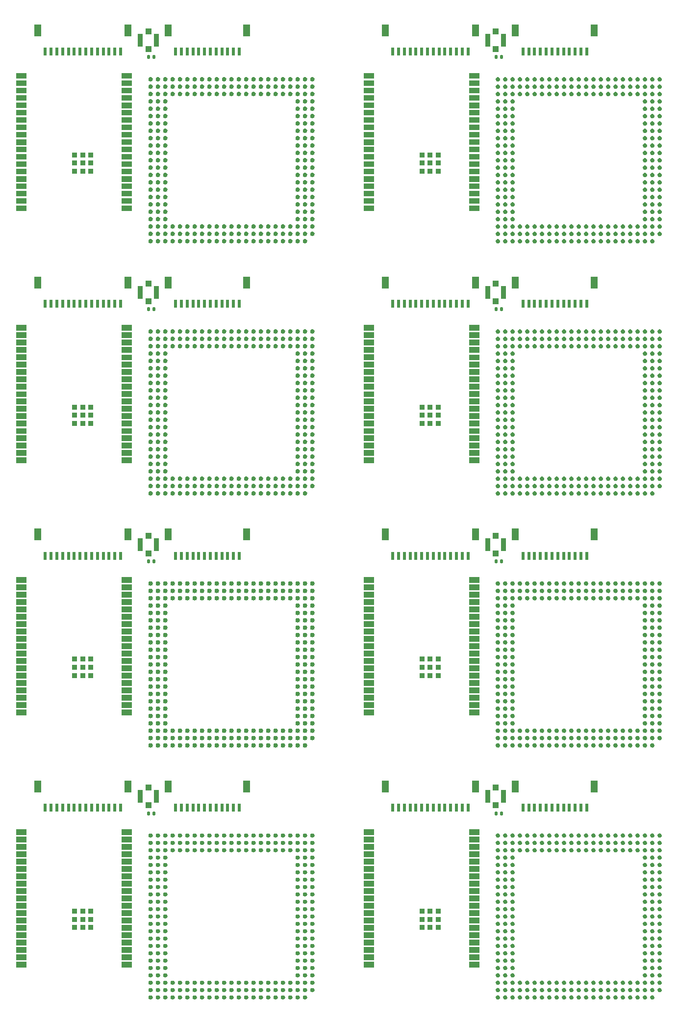
<source format=gtp>
%TF.GenerationSoftware,KiCad,Pcbnew,8.0.5*%
%TF.CreationDate,2024-10-08T14:56:37+01:00*%
%TF.ProjectId,SparkFun_RTK_Facet_mosaic_panelized,53706172-6b46-4756-9e5f-52544b5f4661,rev?*%
%TF.SameCoordinates,Original*%
%TF.FileFunction,Paste,Top*%
%TF.FilePolarity,Positive*%
%FSLAX46Y46*%
G04 Gerber Fmt 4.6, Leading zero omitted, Abs format (unit mm)*
G04 Created by KiCad (PCBNEW 8.0.5) date 2024-10-08 14:56:37*
%MOMM*%
%LPD*%
G01*
G04 APERTURE LIST*
G04 Aperture macros list*
%AMRoundRect*
0 Rectangle with rounded corners*
0 $1 Rounding radius*
0 $2 $3 $4 $5 $6 $7 $8 $9 X,Y pos of 4 corners*
0 Add a 4 corners polygon primitive as box body*
4,1,4,$2,$3,$4,$5,$6,$7,$8,$9,$2,$3,0*
0 Add four circle primitives for the rounded corners*
1,1,$1+$1,$2,$3*
1,1,$1+$1,$4,$5*
1,1,$1+$1,$6,$7*
1,1,$1+$1,$8,$9*
0 Add four rect primitives between the rounded corners*
20,1,$1+$1,$2,$3,$4,$5,0*
20,1,$1+$1,$4,$5,$6,$7,0*
20,1,$1+$1,$6,$7,$8,$9,0*
20,1,$1+$1,$8,$9,$2,$3,0*%
G04 Aperture macros list end*
%ADD10C,0.000000*%
%ADD11RoundRect,0.140000X0.140000X0.170000X-0.140000X0.170000X-0.140000X-0.170000X0.140000X-0.170000X0*%
%ADD12R,0.900000X0.900000*%
%ADD13R,1.000000X1.050000*%
%ADD14R,0.850000X2.200000*%
%ADD15R,0.600000X1.350000*%
%ADD16R,1.200000X2.000000*%
G04 APERTURE END LIST*
D10*
%TO.C,U1*%
G36*
X5262000Y30562000D02*
G01*
X3462000Y30562000D01*
X3462000Y31562000D01*
X5262000Y31562000D01*
X5262000Y30562000D01*
G37*
G36*
X5262000Y29292000D02*
G01*
X3462000Y29292000D01*
X3462000Y30292000D01*
X5262000Y30292000D01*
X5262000Y29292000D01*
G37*
G36*
X5262000Y28022000D02*
G01*
X3462000Y28022000D01*
X3462000Y29022000D01*
X5262000Y29022000D01*
X5262000Y28022000D01*
G37*
G36*
X5262000Y26752000D02*
G01*
X3462000Y26752000D01*
X3462000Y27752000D01*
X5262000Y27752000D01*
X5262000Y26752000D01*
G37*
G36*
X5262000Y25482000D02*
G01*
X3462000Y25482000D01*
X3462000Y26482000D01*
X5262000Y26482000D01*
X5262000Y25482000D01*
G37*
G36*
X5262000Y24212000D02*
G01*
X3462000Y24212000D01*
X3462000Y25212000D01*
X5262000Y25212000D01*
X5262000Y24212000D01*
G37*
G36*
X5262000Y22942000D02*
G01*
X3462000Y22942000D01*
X3462000Y23942000D01*
X5262000Y23942000D01*
X5262000Y22942000D01*
G37*
G36*
X5262000Y21677000D02*
G01*
X3462000Y21677000D01*
X3462000Y22677000D01*
X5262000Y22677000D01*
X5262000Y21677000D01*
G37*
G36*
X5262000Y20402000D02*
G01*
X3462000Y20402000D01*
X3462000Y21402000D01*
X5262000Y21402000D01*
X5262000Y20402000D01*
G37*
G36*
X5262000Y19127000D02*
G01*
X3462000Y19127000D01*
X3462000Y20127000D01*
X5262000Y20127000D01*
X5262000Y19127000D01*
G37*
G36*
X5262000Y17862000D02*
G01*
X3462000Y17862000D01*
X3462000Y18862000D01*
X5262000Y18862000D01*
X5262000Y17862000D01*
G37*
G36*
X5262000Y16592000D02*
G01*
X3462000Y16592000D01*
X3462000Y17592000D01*
X5262000Y17592000D01*
X5262000Y16592000D01*
G37*
G36*
X5262000Y15322000D02*
G01*
X3462000Y15322000D01*
X3462000Y16322000D01*
X5262000Y16322000D01*
X5262000Y15322000D01*
G37*
G36*
X5262000Y14052000D02*
G01*
X3462000Y14052000D01*
X3462000Y15052000D01*
X5262000Y15052000D01*
X5262000Y14052000D01*
G37*
G36*
X5262000Y12777000D02*
G01*
X3462000Y12777000D01*
X3462000Y13777000D01*
X5262000Y13777000D01*
X5262000Y12777000D01*
G37*
G36*
X5262000Y11512000D02*
G01*
X3462000Y11512000D01*
X3462000Y12512000D01*
X5262000Y12512000D01*
X5262000Y11512000D01*
G37*
G36*
X5262000Y10242000D02*
G01*
X3462000Y10242000D01*
X3462000Y11242000D01*
X5262000Y11242000D01*
X5262000Y10242000D01*
G37*
G36*
X5262000Y8977000D02*
G01*
X3462000Y8977000D01*
X3462000Y9977000D01*
X5262000Y9977000D01*
X5262000Y8977000D01*
G37*
G36*
X5262000Y7702000D02*
G01*
X3462000Y7702000D01*
X3462000Y8702000D01*
X5262000Y8702000D01*
X5262000Y7702000D01*
G37*
G36*
X23462000Y29292000D02*
G01*
X21662000Y29292000D01*
X21662000Y30292000D01*
X23462000Y30292000D01*
X23462000Y29292000D01*
G37*
G36*
X23462000Y28027000D02*
G01*
X21662000Y28027000D01*
X21662000Y29027000D01*
X23462000Y29027000D01*
X23462000Y28027000D01*
G37*
G36*
X23462000Y26752000D02*
G01*
X21662000Y26752000D01*
X21662000Y27752000D01*
X23462000Y27752000D01*
X23462000Y26752000D01*
G37*
G36*
X23462000Y25477000D02*
G01*
X21662000Y25477000D01*
X21662000Y26477000D01*
X23462000Y26477000D01*
X23462000Y25477000D01*
G37*
G36*
X23462000Y24212000D02*
G01*
X21662000Y24212000D01*
X21662000Y25212000D01*
X23462000Y25212000D01*
X23462000Y24212000D01*
G37*
G36*
X23462000Y22942000D02*
G01*
X21662000Y22942000D01*
X21662000Y23942000D01*
X23462000Y23942000D01*
X23462000Y22942000D01*
G37*
G36*
X23462000Y21677000D02*
G01*
X21662000Y21677000D01*
X21662000Y22677000D01*
X23462000Y22677000D01*
X23462000Y21677000D01*
G37*
G36*
X23462000Y20402000D02*
G01*
X21662000Y20402000D01*
X21662000Y21402000D01*
X23462000Y21402000D01*
X23462000Y20402000D01*
G37*
G36*
X23462000Y19132000D02*
G01*
X21662000Y19132000D01*
X21662000Y20132000D01*
X23462000Y20132000D01*
X23462000Y19132000D01*
G37*
G36*
X23462000Y17862000D02*
G01*
X21662000Y17862000D01*
X21662000Y18862000D01*
X23462000Y18862000D01*
X23462000Y17862000D01*
G37*
G36*
X23462000Y16592000D02*
G01*
X21662000Y16592000D01*
X21662000Y17592000D01*
X23462000Y17592000D01*
X23462000Y16592000D01*
G37*
G36*
X23462000Y15322000D02*
G01*
X21662000Y15322000D01*
X21662000Y16322000D01*
X23462000Y16322000D01*
X23462000Y15322000D01*
G37*
G36*
X23462000Y14052000D02*
G01*
X21662000Y14052000D01*
X21662000Y15052000D01*
X23462000Y15052000D01*
X23462000Y14052000D01*
G37*
G36*
X23462000Y12777000D02*
G01*
X21662000Y12777000D01*
X21662000Y13777000D01*
X23462000Y13777000D01*
X23462000Y12777000D01*
G37*
G36*
X23462000Y11512000D02*
G01*
X21662000Y11512000D01*
X21662000Y12512000D01*
X23462000Y12512000D01*
X23462000Y11512000D01*
G37*
G36*
X23462000Y10242000D02*
G01*
X21662000Y10242000D01*
X21662000Y11242000D01*
X23462000Y11242000D01*
X23462000Y10242000D01*
G37*
G36*
X23462000Y8977000D02*
G01*
X21662000Y8977000D01*
X21662000Y9977000D01*
X23462000Y9977000D01*
X23462000Y8977000D01*
G37*
G36*
X23462000Y7702000D02*
G01*
X21662000Y7702000D01*
X21662000Y8702000D01*
X23462000Y8702000D01*
X23462000Y7702000D01*
G37*
G36*
X23467000Y30562000D02*
G01*
X21667000Y30562000D01*
X21667000Y31562000D01*
X23467000Y31562000D01*
X23467000Y30562000D01*
G37*
G36*
X5262000Y117562000D02*
G01*
X3462000Y117562000D01*
X3462000Y118562000D01*
X5262000Y118562000D01*
X5262000Y117562000D01*
G37*
G36*
X5262000Y116292000D02*
G01*
X3462000Y116292000D01*
X3462000Y117292000D01*
X5262000Y117292000D01*
X5262000Y116292000D01*
G37*
G36*
X5262000Y115022000D02*
G01*
X3462000Y115022000D01*
X3462000Y116022000D01*
X5262000Y116022000D01*
X5262000Y115022000D01*
G37*
G36*
X5262000Y113752000D02*
G01*
X3462000Y113752000D01*
X3462000Y114752000D01*
X5262000Y114752000D01*
X5262000Y113752000D01*
G37*
G36*
X5262000Y112482000D02*
G01*
X3462000Y112482000D01*
X3462000Y113482000D01*
X5262000Y113482000D01*
X5262000Y112482000D01*
G37*
G36*
X5262000Y111212000D02*
G01*
X3462000Y111212000D01*
X3462000Y112212000D01*
X5262000Y112212000D01*
X5262000Y111212000D01*
G37*
G36*
X5262000Y109942000D02*
G01*
X3462000Y109942000D01*
X3462000Y110942000D01*
X5262000Y110942000D01*
X5262000Y109942000D01*
G37*
G36*
X5262000Y108677000D02*
G01*
X3462000Y108677000D01*
X3462000Y109677000D01*
X5262000Y109677000D01*
X5262000Y108677000D01*
G37*
G36*
X5262000Y107402000D02*
G01*
X3462000Y107402000D01*
X3462000Y108402000D01*
X5262000Y108402000D01*
X5262000Y107402000D01*
G37*
G36*
X5262000Y106127000D02*
G01*
X3462000Y106127000D01*
X3462000Y107127000D01*
X5262000Y107127000D01*
X5262000Y106127000D01*
G37*
G36*
X5262000Y104862000D02*
G01*
X3462000Y104862000D01*
X3462000Y105862000D01*
X5262000Y105862000D01*
X5262000Y104862000D01*
G37*
G36*
X5262000Y103592000D02*
G01*
X3462000Y103592000D01*
X3462000Y104592000D01*
X5262000Y104592000D01*
X5262000Y103592000D01*
G37*
G36*
X5262000Y102322000D02*
G01*
X3462000Y102322000D01*
X3462000Y103322000D01*
X5262000Y103322000D01*
X5262000Y102322000D01*
G37*
G36*
X5262000Y101052000D02*
G01*
X3462000Y101052000D01*
X3462000Y102052000D01*
X5262000Y102052000D01*
X5262000Y101052000D01*
G37*
G36*
X5262000Y99777000D02*
G01*
X3462000Y99777000D01*
X3462000Y100777000D01*
X5262000Y100777000D01*
X5262000Y99777000D01*
G37*
G36*
X5262000Y98512000D02*
G01*
X3462000Y98512000D01*
X3462000Y99512000D01*
X5262000Y99512000D01*
X5262000Y98512000D01*
G37*
G36*
X5262000Y97242000D02*
G01*
X3462000Y97242000D01*
X3462000Y98242000D01*
X5262000Y98242000D01*
X5262000Y97242000D01*
G37*
G36*
X5262000Y95977000D02*
G01*
X3462000Y95977000D01*
X3462000Y96977000D01*
X5262000Y96977000D01*
X5262000Y95977000D01*
G37*
G36*
X5262000Y94702000D02*
G01*
X3462000Y94702000D01*
X3462000Y95702000D01*
X5262000Y95702000D01*
X5262000Y94702000D01*
G37*
G36*
X23462000Y116292000D02*
G01*
X21662000Y116292000D01*
X21662000Y117292000D01*
X23462000Y117292000D01*
X23462000Y116292000D01*
G37*
G36*
X23462000Y115027000D02*
G01*
X21662000Y115027000D01*
X21662000Y116027000D01*
X23462000Y116027000D01*
X23462000Y115027000D01*
G37*
G36*
X23462000Y113752000D02*
G01*
X21662000Y113752000D01*
X21662000Y114752000D01*
X23462000Y114752000D01*
X23462000Y113752000D01*
G37*
G36*
X23462000Y112477000D02*
G01*
X21662000Y112477000D01*
X21662000Y113477000D01*
X23462000Y113477000D01*
X23462000Y112477000D01*
G37*
G36*
X23462000Y111212000D02*
G01*
X21662000Y111212000D01*
X21662000Y112212000D01*
X23462000Y112212000D01*
X23462000Y111212000D01*
G37*
G36*
X23462000Y109942000D02*
G01*
X21662000Y109942000D01*
X21662000Y110942000D01*
X23462000Y110942000D01*
X23462000Y109942000D01*
G37*
G36*
X23462000Y108677000D02*
G01*
X21662000Y108677000D01*
X21662000Y109677000D01*
X23462000Y109677000D01*
X23462000Y108677000D01*
G37*
G36*
X23462000Y107402000D02*
G01*
X21662000Y107402000D01*
X21662000Y108402000D01*
X23462000Y108402000D01*
X23462000Y107402000D01*
G37*
G36*
X23462000Y106132000D02*
G01*
X21662000Y106132000D01*
X21662000Y107132000D01*
X23462000Y107132000D01*
X23462000Y106132000D01*
G37*
G36*
X23462000Y104862000D02*
G01*
X21662000Y104862000D01*
X21662000Y105862000D01*
X23462000Y105862000D01*
X23462000Y104862000D01*
G37*
G36*
X23462000Y103592000D02*
G01*
X21662000Y103592000D01*
X21662000Y104592000D01*
X23462000Y104592000D01*
X23462000Y103592000D01*
G37*
G36*
X23462000Y102322000D02*
G01*
X21662000Y102322000D01*
X21662000Y103322000D01*
X23462000Y103322000D01*
X23462000Y102322000D01*
G37*
G36*
X23462000Y101052000D02*
G01*
X21662000Y101052000D01*
X21662000Y102052000D01*
X23462000Y102052000D01*
X23462000Y101052000D01*
G37*
G36*
X23462000Y99777000D02*
G01*
X21662000Y99777000D01*
X21662000Y100777000D01*
X23462000Y100777000D01*
X23462000Y99777000D01*
G37*
G36*
X23462000Y98512000D02*
G01*
X21662000Y98512000D01*
X21662000Y99512000D01*
X23462000Y99512000D01*
X23462000Y98512000D01*
G37*
G36*
X23462000Y97242000D02*
G01*
X21662000Y97242000D01*
X21662000Y98242000D01*
X23462000Y98242000D01*
X23462000Y97242000D01*
G37*
G36*
X23462000Y95977000D02*
G01*
X21662000Y95977000D01*
X21662000Y96977000D01*
X23462000Y96977000D01*
X23462000Y95977000D01*
G37*
G36*
X23462000Y94702000D02*
G01*
X21662000Y94702000D01*
X21662000Y95702000D01*
X23462000Y95702000D01*
X23462000Y94702000D01*
G37*
G36*
X23467000Y117562000D02*
G01*
X21667000Y117562000D01*
X21667000Y118562000D01*
X23467000Y118562000D01*
X23467000Y117562000D01*
G37*
G36*
X5262000Y74062000D02*
G01*
X3462000Y74062000D01*
X3462000Y75062000D01*
X5262000Y75062000D01*
X5262000Y74062000D01*
G37*
G36*
X5262000Y72792000D02*
G01*
X3462000Y72792000D01*
X3462000Y73792000D01*
X5262000Y73792000D01*
X5262000Y72792000D01*
G37*
G36*
X5262000Y71522000D02*
G01*
X3462000Y71522000D01*
X3462000Y72522000D01*
X5262000Y72522000D01*
X5262000Y71522000D01*
G37*
G36*
X5262000Y70252000D02*
G01*
X3462000Y70252000D01*
X3462000Y71252000D01*
X5262000Y71252000D01*
X5262000Y70252000D01*
G37*
G36*
X5262000Y68982000D02*
G01*
X3462000Y68982000D01*
X3462000Y69982000D01*
X5262000Y69982000D01*
X5262000Y68982000D01*
G37*
G36*
X5262000Y67712000D02*
G01*
X3462000Y67712000D01*
X3462000Y68712000D01*
X5262000Y68712000D01*
X5262000Y67712000D01*
G37*
G36*
X5262000Y66442000D02*
G01*
X3462000Y66442000D01*
X3462000Y67442000D01*
X5262000Y67442000D01*
X5262000Y66442000D01*
G37*
G36*
X5262000Y65177000D02*
G01*
X3462000Y65177000D01*
X3462000Y66177000D01*
X5262000Y66177000D01*
X5262000Y65177000D01*
G37*
G36*
X5262000Y63902000D02*
G01*
X3462000Y63902000D01*
X3462000Y64902000D01*
X5262000Y64902000D01*
X5262000Y63902000D01*
G37*
G36*
X5262000Y62627000D02*
G01*
X3462000Y62627000D01*
X3462000Y63627000D01*
X5262000Y63627000D01*
X5262000Y62627000D01*
G37*
G36*
X5262000Y61362000D02*
G01*
X3462000Y61362000D01*
X3462000Y62362000D01*
X5262000Y62362000D01*
X5262000Y61362000D01*
G37*
G36*
X5262000Y60092000D02*
G01*
X3462000Y60092000D01*
X3462000Y61092000D01*
X5262000Y61092000D01*
X5262000Y60092000D01*
G37*
G36*
X5262000Y58822000D02*
G01*
X3462000Y58822000D01*
X3462000Y59822000D01*
X5262000Y59822000D01*
X5262000Y58822000D01*
G37*
G36*
X5262000Y57552000D02*
G01*
X3462000Y57552000D01*
X3462000Y58552000D01*
X5262000Y58552000D01*
X5262000Y57552000D01*
G37*
G36*
X5262000Y56277000D02*
G01*
X3462000Y56277000D01*
X3462000Y57277000D01*
X5262000Y57277000D01*
X5262000Y56277000D01*
G37*
G36*
X5262000Y55012000D02*
G01*
X3462000Y55012000D01*
X3462000Y56012000D01*
X5262000Y56012000D01*
X5262000Y55012000D01*
G37*
G36*
X5262000Y53742000D02*
G01*
X3462000Y53742000D01*
X3462000Y54742000D01*
X5262000Y54742000D01*
X5262000Y53742000D01*
G37*
G36*
X5262000Y52477000D02*
G01*
X3462000Y52477000D01*
X3462000Y53477000D01*
X5262000Y53477000D01*
X5262000Y52477000D01*
G37*
G36*
X5262000Y51202000D02*
G01*
X3462000Y51202000D01*
X3462000Y52202000D01*
X5262000Y52202000D01*
X5262000Y51202000D01*
G37*
G36*
X23462000Y72792000D02*
G01*
X21662000Y72792000D01*
X21662000Y73792000D01*
X23462000Y73792000D01*
X23462000Y72792000D01*
G37*
G36*
X23462000Y71527000D02*
G01*
X21662000Y71527000D01*
X21662000Y72527000D01*
X23462000Y72527000D01*
X23462000Y71527000D01*
G37*
G36*
X23462000Y70252000D02*
G01*
X21662000Y70252000D01*
X21662000Y71252000D01*
X23462000Y71252000D01*
X23462000Y70252000D01*
G37*
G36*
X23462000Y68977000D02*
G01*
X21662000Y68977000D01*
X21662000Y69977000D01*
X23462000Y69977000D01*
X23462000Y68977000D01*
G37*
G36*
X23462000Y67712000D02*
G01*
X21662000Y67712000D01*
X21662000Y68712000D01*
X23462000Y68712000D01*
X23462000Y67712000D01*
G37*
G36*
X23462000Y66442000D02*
G01*
X21662000Y66442000D01*
X21662000Y67442000D01*
X23462000Y67442000D01*
X23462000Y66442000D01*
G37*
G36*
X23462000Y65177000D02*
G01*
X21662000Y65177000D01*
X21662000Y66177000D01*
X23462000Y66177000D01*
X23462000Y65177000D01*
G37*
G36*
X23462000Y63902000D02*
G01*
X21662000Y63902000D01*
X21662000Y64902000D01*
X23462000Y64902000D01*
X23462000Y63902000D01*
G37*
G36*
X23462000Y62632000D02*
G01*
X21662000Y62632000D01*
X21662000Y63632000D01*
X23462000Y63632000D01*
X23462000Y62632000D01*
G37*
G36*
X23462000Y61362000D02*
G01*
X21662000Y61362000D01*
X21662000Y62362000D01*
X23462000Y62362000D01*
X23462000Y61362000D01*
G37*
G36*
X23462000Y60092000D02*
G01*
X21662000Y60092000D01*
X21662000Y61092000D01*
X23462000Y61092000D01*
X23462000Y60092000D01*
G37*
G36*
X23462000Y58822000D02*
G01*
X21662000Y58822000D01*
X21662000Y59822000D01*
X23462000Y59822000D01*
X23462000Y58822000D01*
G37*
G36*
X23462000Y57552000D02*
G01*
X21662000Y57552000D01*
X21662000Y58552000D01*
X23462000Y58552000D01*
X23462000Y57552000D01*
G37*
G36*
X23462000Y56277000D02*
G01*
X21662000Y56277000D01*
X21662000Y57277000D01*
X23462000Y57277000D01*
X23462000Y56277000D01*
G37*
G36*
X23462000Y55012000D02*
G01*
X21662000Y55012000D01*
X21662000Y56012000D01*
X23462000Y56012000D01*
X23462000Y55012000D01*
G37*
G36*
X23462000Y53742000D02*
G01*
X21662000Y53742000D01*
X21662000Y54742000D01*
X23462000Y54742000D01*
X23462000Y53742000D01*
G37*
G36*
X23462000Y52477000D02*
G01*
X21662000Y52477000D01*
X21662000Y53477000D01*
X23462000Y53477000D01*
X23462000Y52477000D01*
G37*
G36*
X23462000Y51202000D02*
G01*
X21662000Y51202000D01*
X21662000Y52202000D01*
X23462000Y52202000D01*
X23462000Y51202000D01*
G37*
G36*
X23467000Y74062000D02*
G01*
X21667000Y74062000D01*
X21667000Y75062000D01*
X23467000Y75062000D01*
X23467000Y74062000D01*
G37*
G36*
X5262000Y161062000D02*
G01*
X3462000Y161062000D01*
X3462000Y162062000D01*
X5262000Y162062000D01*
X5262000Y161062000D01*
G37*
G36*
X5262000Y159792000D02*
G01*
X3462000Y159792000D01*
X3462000Y160792000D01*
X5262000Y160792000D01*
X5262000Y159792000D01*
G37*
G36*
X5262000Y158522000D02*
G01*
X3462000Y158522000D01*
X3462000Y159522000D01*
X5262000Y159522000D01*
X5262000Y158522000D01*
G37*
G36*
X5262000Y157252000D02*
G01*
X3462000Y157252000D01*
X3462000Y158252000D01*
X5262000Y158252000D01*
X5262000Y157252000D01*
G37*
G36*
X5262000Y155982000D02*
G01*
X3462000Y155982000D01*
X3462000Y156982000D01*
X5262000Y156982000D01*
X5262000Y155982000D01*
G37*
G36*
X5262000Y154712000D02*
G01*
X3462000Y154712000D01*
X3462000Y155712000D01*
X5262000Y155712000D01*
X5262000Y154712000D01*
G37*
G36*
X5262000Y153442000D02*
G01*
X3462000Y153442000D01*
X3462000Y154442000D01*
X5262000Y154442000D01*
X5262000Y153442000D01*
G37*
G36*
X5262000Y152177000D02*
G01*
X3462000Y152177000D01*
X3462000Y153177000D01*
X5262000Y153177000D01*
X5262000Y152177000D01*
G37*
G36*
X5262000Y150902000D02*
G01*
X3462000Y150902000D01*
X3462000Y151902000D01*
X5262000Y151902000D01*
X5262000Y150902000D01*
G37*
G36*
X5262000Y149627000D02*
G01*
X3462000Y149627000D01*
X3462000Y150627000D01*
X5262000Y150627000D01*
X5262000Y149627000D01*
G37*
G36*
X5262000Y148362000D02*
G01*
X3462000Y148362000D01*
X3462000Y149362000D01*
X5262000Y149362000D01*
X5262000Y148362000D01*
G37*
G36*
X5262000Y147092000D02*
G01*
X3462000Y147092000D01*
X3462000Y148092000D01*
X5262000Y148092000D01*
X5262000Y147092000D01*
G37*
G36*
X5262000Y145822000D02*
G01*
X3462000Y145822000D01*
X3462000Y146822000D01*
X5262000Y146822000D01*
X5262000Y145822000D01*
G37*
G36*
X5262000Y144552000D02*
G01*
X3462000Y144552000D01*
X3462000Y145552000D01*
X5262000Y145552000D01*
X5262000Y144552000D01*
G37*
G36*
X5262000Y143277000D02*
G01*
X3462000Y143277000D01*
X3462000Y144277000D01*
X5262000Y144277000D01*
X5262000Y143277000D01*
G37*
G36*
X5262000Y142012000D02*
G01*
X3462000Y142012000D01*
X3462000Y143012000D01*
X5262000Y143012000D01*
X5262000Y142012000D01*
G37*
G36*
X5262000Y140742000D02*
G01*
X3462000Y140742000D01*
X3462000Y141742000D01*
X5262000Y141742000D01*
X5262000Y140742000D01*
G37*
G36*
X5262000Y139477000D02*
G01*
X3462000Y139477000D01*
X3462000Y140477000D01*
X5262000Y140477000D01*
X5262000Y139477000D01*
G37*
G36*
X5262000Y138202000D02*
G01*
X3462000Y138202000D01*
X3462000Y139202000D01*
X5262000Y139202000D01*
X5262000Y138202000D01*
G37*
G36*
X23462000Y159792000D02*
G01*
X21662000Y159792000D01*
X21662000Y160792000D01*
X23462000Y160792000D01*
X23462000Y159792000D01*
G37*
G36*
X23462000Y158527000D02*
G01*
X21662000Y158527000D01*
X21662000Y159527000D01*
X23462000Y159527000D01*
X23462000Y158527000D01*
G37*
G36*
X23462000Y157252000D02*
G01*
X21662000Y157252000D01*
X21662000Y158252000D01*
X23462000Y158252000D01*
X23462000Y157252000D01*
G37*
G36*
X23462000Y155977000D02*
G01*
X21662000Y155977000D01*
X21662000Y156977000D01*
X23462000Y156977000D01*
X23462000Y155977000D01*
G37*
G36*
X23462000Y154712000D02*
G01*
X21662000Y154712000D01*
X21662000Y155712000D01*
X23462000Y155712000D01*
X23462000Y154712000D01*
G37*
G36*
X23462000Y153442000D02*
G01*
X21662000Y153442000D01*
X21662000Y154442000D01*
X23462000Y154442000D01*
X23462000Y153442000D01*
G37*
G36*
X23462000Y152177000D02*
G01*
X21662000Y152177000D01*
X21662000Y153177000D01*
X23462000Y153177000D01*
X23462000Y152177000D01*
G37*
G36*
X23462000Y150902000D02*
G01*
X21662000Y150902000D01*
X21662000Y151902000D01*
X23462000Y151902000D01*
X23462000Y150902000D01*
G37*
G36*
X23462000Y149632000D02*
G01*
X21662000Y149632000D01*
X21662000Y150632000D01*
X23462000Y150632000D01*
X23462000Y149632000D01*
G37*
G36*
X23462000Y148362000D02*
G01*
X21662000Y148362000D01*
X21662000Y149362000D01*
X23462000Y149362000D01*
X23462000Y148362000D01*
G37*
G36*
X23462000Y147092000D02*
G01*
X21662000Y147092000D01*
X21662000Y148092000D01*
X23462000Y148092000D01*
X23462000Y147092000D01*
G37*
G36*
X23462000Y145822000D02*
G01*
X21662000Y145822000D01*
X21662000Y146822000D01*
X23462000Y146822000D01*
X23462000Y145822000D01*
G37*
G36*
X23462000Y144552000D02*
G01*
X21662000Y144552000D01*
X21662000Y145552000D01*
X23462000Y145552000D01*
X23462000Y144552000D01*
G37*
G36*
X23462000Y143277000D02*
G01*
X21662000Y143277000D01*
X21662000Y144277000D01*
X23462000Y144277000D01*
X23462000Y143277000D01*
G37*
G36*
X23462000Y142012000D02*
G01*
X21662000Y142012000D01*
X21662000Y143012000D01*
X23462000Y143012000D01*
X23462000Y142012000D01*
G37*
G36*
X23462000Y140742000D02*
G01*
X21662000Y140742000D01*
X21662000Y141742000D01*
X23462000Y141742000D01*
X23462000Y140742000D01*
G37*
G36*
X23462000Y139477000D02*
G01*
X21662000Y139477000D01*
X21662000Y140477000D01*
X23462000Y140477000D01*
X23462000Y139477000D01*
G37*
G36*
X23462000Y138202000D02*
G01*
X21662000Y138202000D01*
X21662000Y139202000D01*
X23462000Y139202000D01*
X23462000Y138202000D01*
G37*
G36*
X23467000Y161062000D02*
G01*
X21667000Y161062000D01*
X21667000Y162062000D01*
X23467000Y162062000D01*
X23467000Y161062000D01*
G37*
G36*
X65262000Y30562000D02*
G01*
X63462000Y30562000D01*
X63462000Y31562000D01*
X65262000Y31562000D01*
X65262000Y30562000D01*
G37*
G36*
X65262000Y29292000D02*
G01*
X63462000Y29292000D01*
X63462000Y30292000D01*
X65262000Y30292000D01*
X65262000Y29292000D01*
G37*
G36*
X65262000Y28022000D02*
G01*
X63462000Y28022000D01*
X63462000Y29022000D01*
X65262000Y29022000D01*
X65262000Y28022000D01*
G37*
G36*
X65262000Y26752000D02*
G01*
X63462000Y26752000D01*
X63462000Y27752000D01*
X65262000Y27752000D01*
X65262000Y26752000D01*
G37*
G36*
X65262000Y25482000D02*
G01*
X63462000Y25482000D01*
X63462000Y26482000D01*
X65262000Y26482000D01*
X65262000Y25482000D01*
G37*
G36*
X65262000Y24212000D02*
G01*
X63462000Y24212000D01*
X63462000Y25212000D01*
X65262000Y25212000D01*
X65262000Y24212000D01*
G37*
G36*
X65262000Y22942000D02*
G01*
X63462000Y22942000D01*
X63462000Y23942000D01*
X65262000Y23942000D01*
X65262000Y22942000D01*
G37*
G36*
X65262000Y21677000D02*
G01*
X63462000Y21677000D01*
X63462000Y22677000D01*
X65262000Y22677000D01*
X65262000Y21677000D01*
G37*
G36*
X65262000Y20402000D02*
G01*
X63462000Y20402000D01*
X63462000Y21402000D01*
X65262000Y21402000D01*
X65262000Y20402000D01*
G37*
G36*
X65262000Y19127000D02*
G01*
X63462000Y19127000D01*
X63462000Y20127000D01*
X65262000Y20127000D01*
X65262000Y19127000D01*
G37*
G36*
X65262000Y17862000D02*
G01*
X63462000Y17862000D01*
X63462000Y18862000D01*
X65262000Y18862000D01*
X65262000Y17862000D01*
G37*
G36*
X65262000Y16592000D02*
G01*
X63462000Y16592000D01*
X63462000Y17592000D01*
X65262000Y17592000D01*
X65262000Y16592000D01*
G37*
G36*
X65262000Y15322000D02*
G01*
X63462000Y15322000D01*
X63462000Y16322000D01*
X65262000Y16322000D01*
X65262000Y15322000D01*
G37*
G36*
X65262000Y14052000D02*
G01*
X63462000Y14052000D01*
X63462000Y15052000D01*
X65262000Y15052000D01*
X65262000Y14052000D01*
G37*
G36*
X65262000Y12777000D02*
G01*
X63462000Y12777000D01*
X63462000Y13777000D01*
X65262000Y13777000D01*
X65262000Y12777000D01*
G37*
G36*
X65262000Y11512000D02*
G01*
X63462000Y11512000D01*
X63462000Y12512000D01*
X65262000Y12512000D01*
X65262000Y11512000D01*
G37*
G36*
X65262000Y10242000D02*
G01*
X63462000Y10242000D01*
X63462000Y11242000D01*
X65262000Y11242000D01*
X65262000Y10242000D01*
G37*
G36*
X65262000Y8977000D02*
G01*
X63462000Y8977000D01*
X63462000Y9977000D01*
X65262000Y9977000D01*
X65262000Y8977000D01*
G37*
G36*
X65262000Y7702000D02*
G01*
X63462000Y7702000D01*
X63462000Y8702000D01*
X65262000Y8702000D01*
X65262000Y7702000D01*
G37*
G36*
X83462000Y29292000D02*
G01*
X81662000Y29292000D01*
X81662000Y30292000D01*
X83462000Y30292000D01*
X83462000Y29292000D01*
G37*
G36*
X83462000Y28027000D02*
G01*
X81662000Y28027000D01*
X81662000Y29027000D01*
X83462000Y29027000D01*
X83462000Y28027000D01*
G37*
G36*
X83462000Y26752000D02*
G01*
X81662000Y26752000D01*
X81662000Y27752000D01*
X83462000Y27752000D01*
X83462000Y26752000D01*
G37*
G36*
X83462000Y25477000D02*
G01*
X81662000Y25477000D01*
X81662000Y26477000D01*
X83462000Y26477000D01*
X83462000Y25477000D01*
G37*
G36*
X83462000Y24212000D02*
G01*
X81662000Y24212000D01*
X81662000Y25212000D01*
X83462000Y25212000D01*
X83462000Y24212000D01*
G37*
G36*
X83462000Y22942000D02*
G01*
X81662000Y22942000D01*
X81662000Y23942000D01*
X83462000Y23942000D01*
X83462000Y22942000D01*
G37*
G36*
X83462000Y21677000D02*
G01*
X81662000Y21677000D01*
X81662000Y22677000D01*
X83462000Y22677000D01*
X83462000Y21677000D01*
G37*
G36*
X83462000Y20402000D02*
G01*
X81662000Y20402000D01*
X81662000Y21402000D01*
X83462000Y21402000D01*
X83462000Y20402000D01*
G37*
G36*
X83462000Y19132000D02*
G01*
X81662000Y19132000D01*
X81662000Y20132000D01*
X83462000Y20132000D01*
X83462000Y19132000D01*
G37*
G36*
X83462000Y17862000D02*
G01*
X81662000Y17862000D01*
X81662000Y18862000D01*
X83462000Y18862000D01*
X83462000Y17862000D01*
G37*
G36*
X83462000Y16592000D02*
G01*
X81662000Y16592000D01*
X81662000Y17592000D01*
X83462000Y17592000D01*
X83462000Y16592000D01*
G37*
G36*
X83462000Y15322000D02*
G01*
X81662000Y15322000D01*
X81662000Y16322000D01*
X83462000Y16322000D01*
X83462000Y15322000D01*
G37*
G36*
X83462000Y14052000D02*
G01*
X81662000Y14052000D01*
X81662000Y15052000D01*
X83462000Y15052000D01*
X83462000Y14052000D01*
G37*
G36*
X83462000Y12777000D02*
G01*
X81662000Y12777000D01*
X81662000Y13777000D01*
X83462000Y13777000D01*
X83462000Y12777000D01*
G37*
G36*
X83462000Y11512000D02*
G01*
X81662000Y11512000D01*
X81662000Y12512000D01*
X83462000Y12512000D01*
X83462000Y11512000D01*
G37*
G36*
X83462000Y10242000D02*
G01*
X81662000Y10242000D01*
X81662000Y11242000D01*
X83462000Y11242000D01*
X83462000Y10242000D01*
G37*
G36*
X83462000Y8977000D02*
G01*
X81662000Y8977000D01*
X81662000Y9977000D01*
X83462000Y9977000D01*
X83462000Y8977000D01*
G37*
G36*
X83462000Y7702000D02*
G01*
X81662000Y7702000D01*
X81662000Y8702000D01*
X83462000Y8702000D01*
X83462000Y7702000D01*
G37*
G36*
X83467000Y30562000D02*
G01*
X81667000Y30562000D01*
X81667000Y31562000D01*
X83467000Y31562000D01*
X83467000Y30562000D01*
G37*
G36*
X65262000Y74062000D02*
G01*
X63462000Y74062000D01*
X63462000Y75062000D01*
X65262000Y75062000D01*
X65262000Y74062000D01*
G37*
G36*
X65262000Y72792000D02*
G01*
X63462000Y72792000D01*
X63462000Y73792000D01*
X65262000Y73792000D01*
X65262000Y72792000D01*
G37*
G36*
X65262000Y71522000D02*
G01*
X63462000Y71522000D01*
X63462000Y72522000D01*
X65262000Y72522000D01*
X65262000Y71522000D01*
G37*
G36*
X65262000Y70252000D02*
G01*
X63462000Y70252000D01*
X63462000Y71252000D01*
X65262000Y71252000D01*
X65262000Y70252000D01*
G37*
G36*
X65262000Y68982000D02*
G01*
X63462000Y68982000D01*
X63462000Y69982000D01*
X65262000Y69982000D01*
X65262000Y68982000D01*
G37*
G36*
X65262000Y67712000D02*
G01*
X63462000Y67712000D01*
X63462000Y68712000D01*
X65262000Y68712000D01*
X65262000Y67712000D01*
G37*
G36*
X65262000Y66442000D02*
G01*
X63462000Y66442000D01*
X63462000Y67442000D01*
X65262000Y67442000D01*
X65262000Y66442000D01*
G37*
G36*
X65262000Y65177000D02*
G01*
X63462000Y65177000D01*
X63462000Y66177000D01*
X65262000Y66177000D01*
X65262000Y65177000D01*
G37*
G36*
X65262000Y63902000D02*
G01*
X63462000Y63902000D01*
X63462000Y64902000D01*
X65262000Y64902000D01*
X65262000Y63902000D01*
G37*
G36*
X65262000Y62627000D02*
G01*
X63462000Y62627000D01*
X63462000Y63627000D01*
X65262000Y63627000D01*
X65262000Y62627000D01*
G37*
G36*
X65262000Y61362000D02*
G01*
X63462000Y61362000D01*
X63462000Y62362000D01*
X65262000Y62362000D01*
X65262000Y61362000D01*
G37*
G36*
X65262000Y60092000D02*
G01*
X63462000Y60092000D01*
X63462000Y61092000D01*
X65262000Y61092000D01*
X65262000Y60092000D01*
G37*
G36*
X65262000Y58822000D02*
G01*
X63462000Y58822000D01*
X63462000Y59822000D01*
X65262000Y59822000D01*
X65262000Y58822000D01*
G37*
G36*
X65262000Y57552000D02*
G01*
X63462000Y57552000D01*
X63462000Y58552000D01*
X65262000Y58552000D01*
X65262000Y57552000D01*
G37*
G36*
X65262000Y56277000D02*
G01*
X63462000Y56277000D01*
X63462000Y57277000D01*
X65262000Y57277000D01*
X65262000Y56277000D01*
G37*
G36*
X65262000Y55012000D02*
G01*
X63462000Y55012000D01*
X63462000Y56012000D01*
X65262000Y56012000D01*
X65262000Y55012000D01*
G37*
G36*
X65262000Y53742000D02*
G01*
X63462000Y53742000D01*
X63462000Y54742000D01*
X65262000Y54742000D01*
X65262000Y53742000D01*
G37*
G36*
X65262000Y52477000D02*
G01*
X63462000Y52477000D01*
X63462000Y53477000D01*
X65262000Y53477000D01*
X65262000Y52477000D01*
G37*
G36*
X65262000Y51202000D02*
G01*
X63462000Y51202000D01*
X63462000Y52202000D01*
X65262000Y52202000D01*
X65262000Y51202000D01*
G37*
G36*
X83462000Y72792000D02*
G01*
X81662000Y72792000D01*
X81662000Y73792000D01*
X83462000Y73792000D01*
X83462000Y72792000D01*
G37*
G36*
X83462000Y71527000D02*
G01*
X81662000Y71527000D01*
X81662000Y72527000D01*
X83462000Y72527000D01*
X83462000Y71527000D01*
G37*
G36*
X83462000Y70252000D02*
G01*
X81662000Y70252000D01*
X81662000Y71252000D01*
X83462000Y71252000D01*
X83462000Y70252000D01*
G37*
G36*
X83462000Y68977000D02*
G01*
X81662000Y68977000D01*
X81662000Y69977000D01*
X83462000Y69977000D01*
X83462000Y68977000D01*
G37*
G36*
X83462000Y67712000D02*
G01*
X81662000Y67712000D01*
X81662000Y68712000D01*
X83462000Y68712000D01*
X83462000Y67712000D01*
G37*
G36*
X83462000Y66442000D02*
G01*
X81662000Y66442000D01*
X81662000Y67442000D01*
X83462000Y67442000D01*
X83462000Y66442000D01*
G37*
G36*
X83462000Y65177000D02*
G01*
X81662000Y65177000D01*
X81662000Y66177000D01*
X83462000Y66177000D01*
X83462000Y65177000D01*
G37*
G36*
X83462000Y63902000D02*
G01*
X81662000Y63902000D01*
X81662000Y64902000D01*
X83462000Y64902000D01*
X83462000Y63902000D01*
G37*
G36*
X83462000Y62632000D02*
G01*
X81662000Y62632000D01*
X81662000Y63632000D01*
X83462000Y63632000D01*
X83462000Y62632000D01*
G37*
G36*
X83462000Y61362000D02*
G01*
X81662000Y61362000D01*
X81662000Y62362000D01*
X83462000Y62362000D01*
X83462000Y61362000D01*
G37*
G36*
X83462000Y60092000D02*
G01*
X81662000Y60092000D01*
X81662000Y61092000D01*
X83462000Y61092000D01*
X83462000Y60092000D01*
G37*
G36*
X83462000Y58822000D02*
G01*
X81662000Y58822000D01*
X81662000Y59822000D01*
X83462000Y59822000D01*
X83462000Y58822000D01*
G37*
G36*
X83462000Y57552000D02*
G01*
X81662000Y57552000D01*
X81662000Y58552000D01*
X83462000Y58552000D01*
X83462000Y57552000D01*
G37*
G36*
X83462000Y56277000D02*
G01*
X81662000Y56277000D01*
X81662000Y57277000D01*
X83462000Y57277000D01*
X83462000Y56277000D01*
G37*
G36*
X83462000Y55012000D02*
G01*
X81662000Y55012000D01*
X81662000Y56012000D01*
X83462000Y56012000D01*
X83462000Y55012000D01*
G37*
G36*
X83462000Y53742000D02*
G01*
X81662000Y53742000D01*
X81662000Y54742000D01*
X83462000Y54742000D01*
X83462000Y53742000D01*
G37*
G36*
X83462000Y52477000D02*
G01*
X81662000Y52477000D01*
X81662000Y53477000D01*
X83462000Y53477000D01*
X83462000Y52477000D01*
G37*
G36*
X83462000Y51202000D02*
G01*
X81662000Y51202000D01*
X81662000Y52202000D01*
X83462000Y52202000D01*
X83462000Y51202000D01*
G37*
G36*
X83467000Y74062000D02*
G01*
X81667000Y74062000D01*
X81667000Y75062000D01*
X83467000Y75062000D01*
X83467000Y74062000D01*
G37*
G36*
X65262000Y117562000D02*
G01*
X63462000Y117562000D01*
X63462000Y118562000D01*
X65262000Y118562000D01*
X65262000Y117562000D01*
G37*
G36*
X65262000Y116292000D02*
G01*
X63462000Y116292000D01*
X63462000Y117292000D01*
X65262000Y117292000D01*
X65262000Y116292000D01*
G37*
G36*
X65262000Y115022000D02*
G01*
X63462000Y115022000D01*
X63462000Y116022000D01*
X65262000Y116022000D01*
X65262000Y115022000D01*
G37*
G36*
X65262000Y113752000D02*
G01*
X63462000Y113752000D01*
X63462000Y114752000D01*
X65262000Y114752000D01*
X65262000Y113752000D01*
G37*
G36*
X65262000Y112482000D02*
G01*
X63462000Y112482000D01*
X63462000Y113482000D01*
X65262000Y113482000D01*
X65262000Y112482000D01*
G37*
G36*
X65262000Y111212000D02*
G01*
X63462000Y111212000D01*
X63462000Y112212000D01*
X65262000Y112212000D01*
X65262000Y111212000D01*
G37*
G36*
X65262000Y109942000D02*
G01*
X63462000Y109942000D01*
X63462000Y110942000D01*
X65262000Y110942000D01*
X65262000Y109942000D01*
G37*
G36*
X65262000Y108677000D02*
G01*
X63462000Y108677000D01*
X63462000Y109677000D01*
X65262000Y109677000D01*
X65262000Y108677000D01*
G37*
G36*
X65262000Y107402000D02*
G01*
X63462000Y107402000D01*
X63462000Y108402000D01*
X65262000Y108402000D01*
X65262000Y107402000D01*
G37*
G36*
X65262000Y106127000D02*
G01*
X63462000Y106127000D01*
X63462000Y107127000D01*
X65262000Y107127000D01*
X65262000Y106127000D01*
G37*
G36*
X65262000Y104862000D02*
G01*
X63462000Y104862000D01*
X63462000Y105862000D01*
X65262000Y105862000D01*
X65262000Y104862000D01*
G37*
G36*
X65262000Y103592000D02*
G01*
X63462000Y103592000D01*
X63462000Y104592000D01*
X65262000Y104592000D01*
X65262000Y103592000D01*
G37*
G36*
X65262000Y102322000D02*
G01*
X63462000Y102322000D01*
X63462000Y103322000D01*
X65262000Y103322000D01*
X65262000Y102322000D01*
G37*
G36*
X65262000Y101052000D02*
G01*
X63462000Y101052000D01*
X63462000Y102052000D01*
X65262000Y102052000D01*
X65262000Y101052000D01*
G37*
G36*
X65262000Y99777000D02*
G01*
X63462000Y99777000D01*
X63462000Y100777000D01*
X65262000Y100777000D01*
X65262000Y99777000D01*
G37*
G36*
X65262000Y98512000D02*
G01*
X63462000Y98512000D01*
X63462000Y99512000D01*
X65262000Y99512000D01*
X65262000Y98512000D01*
G37*
G36*
X65262000Y97242000D02*
G01*
X63462000Y97242000D01*
X63462000Y98242000D01*
X65262000Y98242000D01*
X65262000Y97242000D01*
G37*
G36*
X65262000Y95977000D02*
G01*
X63462000Y95977000D01*
X63462000Y96977000D01*
X65262000Y96977000D01*
X65262000Y95977000D01*
G37*
G36*
X65262000Y94702000D02*
G01*
X63462000Y94702000D01*
X63462000Y95702000D01*
X65262000Y95702000D01*
X65262000Y94702000D01*
G37*
G36*
X83462000Y116292000D02*
G01*
X81662000Y116292000D01*
X81662000Y117292000D01*
X83462000Y117292000D01*
X83462000Y116292000D01*
G37*
G36*
X83462000Y115027000D02*
G01*
X81662000Y115027000D01*
X81662000Y116027000D01*
X83462000Y116027000D01*
X83462000Y115027000D01*
G37*
G36*
X83462000Y113752000D02*
G01*
X81662000Y113752000D01*
X81662000Y114752000D01*
X83462000Y114752000D01*
X83462000Y113752000D01*
G37*
G36*
X83462000Y112477000D02*
G01*
X81662000Y112477000D01*
X81662000Y113477000D01*
X83462000Y113477000D01*
X83462000Y112477000D01*
G37*
G36*
X83462000Y111212000D02*
G01*
X81662000Y111212000D01*
X81662000Y112212000D01*
X83462000Y112212000D01*
X83462000Y111212000D01*
G37*
G36*
X83462000Y109942000D02*
G01*
X81662000Y109942000D01*
X81662000Y110942000D01*
X83462000Y110942000D01*
X83462000Y109942000D01*
G37*
G36*
X83462000Y108677000D02*
G01*
X81662000Y108677000D01*
X81662000Y109677000D01*
X83462000Y109677000D01*
X83462000Y108677000D01*
G37*
G36*
X83462000Y107402000D02*
G01*
X81662000Y107402000D01*
X81662000Y108402000D01*
X83462000Y108402000D01*
X83462000Y107402000D01*
G37*
G36*
X83462000Y106132000D02*
G01*
X81662000Y106132000D01*
X81662000Y107132000D01*
X83462000Y107132000D01*
X83462000Y106132000D01*
G37*
G36*
X83462000Y104862000D02*
G01*
X81662000Y104862000D01*
X81662000Y105862000D01*
X83462000Y105862000D01*
X83462000Y104862000D01*
G37*
G36*
X83462000Y103592000D02*
G01*
X81662000Y103592000D01*
X81662000Y104592000D01*
X83462000Y104592000D01*
X83462000Y103592000D01*
G37*
G36*
X83462000Y102322000D02*
G01*
X81662000Y102322000D01*
X81662000Y103322000D01*
X83462000Y103322000D01*
X83462000Y102322000D01*
G37*
G36*
X83462000Y101052000D02*
G01*
X81662000Y101052000D01*
X81662000Y102052000D01*
X83462000Y102052000D01*
X83462000Y101052000D01*
G37*
G36*
X83462000Y99777000D02*
G01*
X81662000Y99777000D01*
X81662000Y100777000D01*
X83462000Y100777000D01*
X83462000Y99777000D01*
G37*
G36*
X83462000Y98512000D02*
G01*
X81662000Y98512000D01*
X81662000Y99512000D01*
X83462000Y99512000D01*
X83462000Y98512000D01*
G37*
G36*
X83462000Y97242000D02*
G01*
X81662000Y97242000D01*
X81662000Y98242000D01*
X83462000Y98242000D01*
X83462000Y97242000D01*
G37*
G36*
X83462000Y95977000D02*
G01*
X81662000Y95977000D01*
X81662000Y96977000D01*
X83462000Y96977000D01*
X83462000Y95977000D01*
G37*
G36*
X83462000Y94702000D02*
G01*
X81662000Y94702000D01*
X81662000Y95702000D01*
X83462000Y95702000D01*
X83462000Y94702000D01*
G37*
G36*
X83467000Y117562000D02*
G01*
X81667000Y117562000D01*
X81667000Y118562000D01*
X83467000Y118562000D01*
X83467000Y117562000D01*
G37*
G36*
X65262000Y161062000D02*
G01*
X63462000Y161062000D01*
X63462000Y162062000D01*
X65262000Y162062000D01*
X65262000Y161062000D01*
G37*
G36*
X65262000Y159792000D02*
G01*
X63462000Y159792000D01*
X63462000Y160792000D01*
X65262000Y160792000D01*
X65262000Y159792000D01*
G37*
G36*
X65262000Y158522000D02*
G01*
X63462000Y158522000D01*
X63462000Y159522000D01*
X65262000Y159522000D01*
X65262000Y158522000D01*
G37*
G36*
X65262000Y157252000D02*
G01*
X63462000Y157252000D01*
X63462000Y158252000D01*
X65262000Y158252000D01*
X65262000Y157252000D01*
G37*
G36*
X65262000Y155982000D02*
G01*
X63462000Y155982000D01*
X63462000Y156982000D01*
X65262000Y156982000D01*
X65262000Y155982000D01*
G37*
G36*
X65262000Y154712000D02*
G01*
X63462000Y154712000D01*
X63462000Y155712000D01*
X65262000Y155712000D01*
X65262000Y154712000D01*
G37*
G36*
X65262000Y153442000D02*
G01*
X63462000Y153442000D01*
X63462000Y154442000D01*
X65262000Y154442000D01*
X65262000Y153442000D01*
G37*
G36*
X65262000Y152177000D02*
G01*
X63462000Y152177000D01*
X63462000Y153177000D01*
X65262000Y153177000D01*
X65262000Y152177000D01*
G37*
G36*
X65262000Y150902000D02*
G01*
X63462000Y150902000D01*
X63462000Y151902000D01*
X65262000Y151902000D01*
X65262000Y150902000D01*
G37*
G36*
X65262000Y149627000D02*
G01*
X63462000Y149627000D01*
X63462000Y150627000D01*
X65262000Y150627000D01*
X65262000Y149627000D01*
G37*
G36*
X65262000Y148362000D02*
G01*
X63462000Y148362000D01*
X63462000Y149362000D01*
X65262000Y149362000D01*
X65262000Y148362000D01*
G37*
G36*
X65262000Y147092000D02*
G01*
X63462000Y147092000D01*
X63462000Y148092000D01*
X65262000Y148092000D01*
X65262000Y147092000D01*
G37*
G36*
X65262000Y145822000D02*
G01*
X63462000Y145822000D01*
X63462000Y146822000D01*
X65262000Y146822000D01*
X65262000Y145822000D01*
G37*
G36*
X65262000Y144552000D02*
G01*
X63462000Y144552000D01*
X63462000Y145552000D01*
X65262000Y145552000D01*
X65262000Y144552000D01*
G37*
G36*
X65262000Y143277000D02*
G01*
X63462000Y143277000D01*
X63462000Y144277000D01*
X65262000Y144277000D01*
X65262000Y143277000D01*
G37*
G36*
X65262000Y142012000D02*
G01*
X63462000Y142012000D01*
X63462000Y143012000D01*
X65262000Y143012000D01*
X65262000Y142012000D01*
G37*
G36*
X65262000Y140742000D02*
G01*
X63462000Y140742000D01*
X63462000Y141742000D01*
X65262000Y141742000D01*
X65262000Y140742000D01*
G37*
G36*
X65262000Y139477000D02*
G01*
X63462000Y139477000D01*
X63462000Y140477000D01*
X65262000Y140477000D01*
X65262000Y139477000D01*
G37*
G36*
X65262000Y138202000D02*
G01*
X63462000Y138202000D01*
X63462000Y139202000D01*
X65262000Y139202000D01*
X65262000Y138202000D01*
G37*
G36*
X83462000Y159792000D02*
G01*
X81662000Y159792000D01*
X81662000Y160792000D01*
X83462000Y160792000D01*
X83462000Y159792000D01*
G37*
G36*
X83462000Y158527000D02*
G01*
X81662000Y158527000D01*
X81662000Y159527000D01*
X83462000Y159527000D01*
X83462000Y158527000D01*
G37*
G36*
X83462000Y157252000D02*
G01*
X81662000Y157252000D01*
X81662000Y158252000D01*
X83462000Y158252000D01*
X83462000Y157252000D01*
G37*
G36*
X83462000Y155977000D02*
G01*
X81662000Y155977000D01*
X81662000Y156977000D01*
X83462000Y156977000D01*
X83462000Y155977000D01*
G37*
G36*
X83462000Y154712000D02*
G01*
X81662000Y154712000D01*
X81662000Y155712000D01*
X83462000Y155712000D01*
X83462000Y154712000D01*
G37*
G36*
X83462000Y153442000D02*
G01*
X81662000Y153442000D01*
X81662000Y154442000D01*
X83462000Y154442000D01*
X83462000Y153442000D01*
G37*
G36*
X83462000Y152177000D02*
G01*
X81662000Y152177000D01*
X81662000Y153177000D01*
X83462000Y153177000D01*
X83462000Y152177000D01*
G37*
G36*
X83462000Y150902000D02*
G01*
X81662000Y150902000D01*
X81662000Y151902000D01*
X83462000Y151902000D01*
X83462000Y150902000D01*
G37*
G36*
X83462000Y149632000D02*
G01*
X81662000Y149632000D01*
X81662000Y150632000D01*
X83462000Y150632000D01*
X83462000Y149632000D01*
G37*
G36*
X83462000Y148362000D02*
G01*
X81662000Y148362000D01*
X81662000Y149362000D01*
X83462000Y149362000D01*
X83462000Y148362000D01*
G37*
G36*
X83462000Y147092000D02*
G01*
X81662000Y147092000D01*
X81662000Y148092000D01*
X83462000Y148092000D01*
X83462000Y147092000D01*
G37*
G36*
X83462000Y145822000D02*
G01*
X81662000Y145822000D01*
X81662000Y146822000D01*
X83462000Y146822000D01*
X83462000Y145822000D01*
G37*
G36*
X83462000Y144552000D02*
G01*
X81662000Y144552000D01*
X81662000Y145552000D01*
X83462000Y145552000D01*
X83462000Y144552000D01*
G37*
G36*
X83462000Y143277000D02*
G01*
X81662000Y143277000D01*
X81662000Y144277000D01*
X83462000Y144277000D01*
X83462000Y143277000D01*
G37*
G36*
X83462000Y142012000D02*
G01*
X81662000Y142012000D01*
X81662000Y143012000D01*
X83462000Y143012000D01*
X83462000Y142012000D01*
G37*
G36*
X83462000Y140742000D02*
G01*
X81662000Y140742000D01*
X81662000Y141742000D01*
X83462000Y141742000D01*
X83462000Y140742000D01*
G37*
G36*
X83462000Y139477000D02*
G01*
X81662000Y139477000D01*
X81662000Y140477000D01*
X83462000Y140477000D01*
X83462000Y139477000D01*
G37*
G36*
X83462000Y138202000D02*
G01*
X81662000Y138202000D01*
X81662000Y139202000D01*
X83462000Y139202000D01*
X83462000Y138202000D01*
G37*
G36*
X83467000Y161062000D02*
G01*
X81667000Y161062000D01*
X81667000Y162062000D01*
X83467000Y162062000D01*
X83467000Y161062000D01*
G37*
%TO.C,U2*%
G36*
X86787784Y161342503D02*
G01*
X86894039Y161288364D01*
X86979097Y161203305D01*
X87051321Y160981025D01*
X87032503Y160862216D01*
X86978364Y160755961D01*
X86894039Y160671636D01*
X86787784Y160617497D01*
X86670000Y160598842D01*
X86552216Y160617497D01*
X86445961Y160671636D01*
X86360903Y160756695D01*
X86288679Y160978975D01*
X86307497Y161097784D01*
X86361636Y161204039D01*
X86445961Y161288364D01*
X86552216Y161342503D01*
X86670000Y161361158D01*
X86787784Y161342503D01*
G37*
G36*
X86787784Y160072503D02*
G01*
X86894039Y160018364D01*
X86979097Y159933305D01*
X87051321Y159711025D01*
X87032503Y159592216D01*
X86978364Y159485961D01*
X86894039Y159401636D01*
X86787784Y159347497D01*
X86670000Y159328842D01*
X86552216Y159347497D01*
X86445961Y159401636D01*
X86360903Y159486695D01*
X86288679Y159708975D01*
X86307497Y159827784D01*
X86361636Y159934039D01*
X86445961Y160018364D01*
X86552216Y160072503D01*
X86670000Y160091158D01*
X86787784Y160072503D01*
G37*
G36*
X86787784Y158802503D02*
G01*
X86894039Y158748364D01*
X86979097Y158663305D01*
X87051321Y158441025D01*
X87032503Y158322216D01*
X86978364Y158215961D01*
X86894039Y158131636D01*
X86787784Y158077497D01*
X86670000Y158058842D01*
X86552216Y158077497D01*
X86445961Y158131636D01*
X86360903Y158216695D01*
X86288679Y158438975D01*
X86307497Y158557784D01*
X86361636Y158664039D01*
X86445961Y158748364D01*
X86552216Y158802503D01*
X86670000Y158821158D01*
X86787784Y158802503D01*
G37*
G36*
X86787784Y157532503D02*
G01*
X86894039Y157478364D01*
X86979097Y157393305D01*
X87051321Y157171025D01*
X87032503Y157052216D01*
X86978364Y156945961D01*
X86894039Y156861636D01*
X86787784Y156807497D01*
X86670000Y156788842D01*
X86552216Y156807497D01*
X86445961Y156861636D01*
X86360903Y156946695D01*
X86288679Y157168975D01*
X86307497Y157287784D01*
X86361636Y157394039D01*
X86445961Y157478364D01*
X86552216Y157532503D01*
X86670000Y157551158D01*
X86787784Y157532503D01*
G37*
G36*
X86787784Y156262503D02*
G01*
X86894039Y156208364D01*
X86979097Y156123305D01*
X87051321Y155901025D01*
X87032503Y155782216D01*
X86978364Y155675961D01*
X86894039Y155591636D01*
X86787784Y155537497D01*
X86670000Y155518842D01*
X86552216Y155537497D01*
X86445961Y155591636D01*
X86360903Y155676695D01*
X86288679Y155898975D01*
X86307497Y156017784D01*
X86361636Y156124039D01*
X86445961Y156208364D01*
X86552216Y156262503D01*
X86670000Y156281158D01*
X86787784Y156262503D01*
G37*
G36*
X86787784Y154992503D02*
G01*
X86894039Y154938364D01*
X86979097Y154853305D01*
X87051321Y154631025D01*
X87032503Y154512216D01*
X86978364Y154405961D01*
X86894039Y154321636D01*
X86787784Y154267497D01*
X86670000Y154248842D01*
X86552216Y154267497D01*
X86445961Y154321636D01*
X86360903Y154406695D01*
X86288679Y154628975D01*
X86307497Y154747784D01*
X86361636Y154854039D01*
X86445961Y154938364D01*
X86552216Y154992503D01*
X86670000Y155011158D01*
X86787784Y154992503D01*
G37*
G36*
X86787784Y153722503D02*
G01*
X86894039Y153668364D01*
X86979097Y153583305D01*
X87051321Y153361025D01*
X87032503Y153242216D01*
X86978364Y153135961D01*
X86894039Y153051636D01*
X86787784Y152997497D01*
X86670000Y152978842D01*
X86552216Y152997497D01*
X86445961Y153051636D01*
X86360903Y153136695D01*
X86288679Y153358975D01*
X86307497Y153477784D01*
X86361636Y153584039D01*
X86445961Y153668364D01*
X86552216Y153722503D01*
X86670000Y153741158D01*
X86787784Y153722503D01*
G37*
G36*
X86787784Y152452503D02*
G01*
X86894039Y152398364D01*
X86979097Y152313305D01*
X87051321Y152091025D01*
X87032503Y151972216D01*
X86978364Y151865961D01*
X86894039Y151781636D01*
X86787784Y151727497D01*
X86670000Y151708842D01*
X86552216Y151727497D01*
X86445961Y151781636D01*
X86360903Y151866695D01*
X86288679Y152088975D01*
X86307497Y152207784D01*
X86361636Y152314039D01*
X86445961Y152398364D01*
X86552216Y152452503D01*
X86670000Y152471158D01*
X86787784Y152452503D01*
G37*
G36*
X86787784Y151182503D02*
G01*
X86894039Y151128364D01*
X86979097Y151043305D01*
X87051321Y150821025D01*
X87032503Y150702216D01*
X86978364Y150595961D01*
X86894039Y150511636D01*
X86787784Y150457497D01*
X86670000Y150438842D01*
X86552216Y150457497D01*
X86445961Y150511636D01*
X86360903Y150596695D01*
X86288679Y150818975D01*
X86307497Y150937784D01*
X86361636Y151044039D01*
X86445961Y151128364D01*
X86552216Y151182503D01*
X86670000Y151201158D01*
X86787784Y151182503D01*
G37*
G36*
X86787784Y149912503D02*
G01*
X86894039Y149858364D01*
X86979097Y149773305D01*
X87051321Y149551025D01*
X87032503Y149432216D01*
X86978364Y149325961D01*
X86894039Y149241636D01*
X86787784Y149187497D01*
X86670000Y149168842D01*
X86552216Y149187497D01*
X86445961Y149241636D01*
X86360903Y149326695D01*
X86288679Y149548975D01*
X86307497Y149667784D01*
X86361636Y149774039D01*
X86445961Y149858364D01*
X86552216Y149912503D01*
X86670000Y149931158D01*
X86787784Y149912503D01*
G37*
G36*
X86787784Y148642503D02*
G01*
X86894039Y148588364D01*
X86979097Y148503305D01*
X87051321Y148281025D01*
X87032503Y148162216D01*
X86978364Y148055961D01*
X86894039Y147971636D01*
X86787784Y147917497D01*
X86670000Y147898842D01*
X86552216Y147917497D01*
X86445961Y147971636D01*
X86360903Y148056695D01*
X86288679Y148278975D01*
X86307497Y148397784D01*
X86361636Y148504039D01*
X86445961Y148588364D01*
X86552216Y148642503D01*
X86670000Y148661158D01*
X86787784Y148642503D01*
G37*
G36*
X86787784Y147372503D02*
G01*
X86894039Y147318364D01*
X86979097Y147233305D01*
X87051321Y147011025D01*
X87032503Y146892216D01*
X86978364Y146785961D01*
X86894039Y146701636D01*
X86787784Y146647497D01*
X86670000Y146628842D01*
X86552216Y146647497D01*
X86445961Y146701636D01*
X86360903Y146786695D01*
X86288679Y147008975D01*
X86307497Y147127784D01*
X86361636Y147234039D01*
X86445961Y147318364D01*
X86552216Y147372503D01*
X86670000Y147391158D01*
X86787784Y147372503D01*
G37*
G36*
X86787784Y146102503D02*
G01*
X86894039Y146048364D01*
X86979097Y145963305D01*
X87051321Y145741025D01*
X87032503Y145622216D01*
X86978364Y145515961D01*
X86894039Y145431636D01*
X86787784Y145377497D01*
X86670000Y145358842D01*
X86552216Y145377497D01*
X86445961Y145431636D01*
X86360903Y145516695D01*
X86288679Y145738975D01*
X86307497Y145857784D01*
X86361636Y145964039D01*
X86445961Y146048364D01*
X86552216Y146102503D01*
X86670000Y146121158D01*
X86787784Y146102503D01*
G37*
G36*
X86787784Y144832503D02*
G01*
X86894039Y144778364D01*
X86979097Y144693305D01*
X87051321Y144471025D01*
X87032503Y144352216D01*
X86978364Y144245961D01*
X86894039Y144161636D01*
X86787784Y144107497D01*
X86670000Y144088842D01*
X86552216Y144107497D01*
X86445961Y144161636D01*
X86360903Y144246695D01*
X86288679Y144468975D01*
X86307497Y144587784D01*
X86361636Y144694039D01*
X86445961Y144778364D01*
X86552216Y144832503D01*
X86670000Y144851158D01*
X86787784Y144832503D01*
G37*
G36*
X86787784Y143562503D02*
G01*
X86894039Y143508364D01*
X86979097Y143423305D01*
X87051321Y143201025D01*
X87032503Y143082216D01*
X86978364Y142975961D01*
X86894039Y142891636D01*
X86787784Y142837497D01*
X86670000Y142818842D01*
X86552216Y142837497D01*
X86445961Y142891636D01*
X86360903Y142976695D01*
X86288679Y143198975D01*
X86307497Y143317784D01*
X86361636Y143424039D01*
X86445961Y143508364D01*
X86552216Y143562503D01*
X86670000Y143581158D01*
X86787784Y143562503D01*
G37*
G36*
X86787784Y142292503D02*
G01*
X86894039Y142238364D01*
X86979097Y142153305D01*
X87051321Y141931025D01*
X87032503Y141812216D01*
X86978364Y141705961D01*
X86894039Y141621636D01*
X86787784Y141567497D01*
X86670000Y141548842D01*
X86552216Y141567497D01*
X86445961Y141621636D01*
X86360903Y141706695D01*
X86288679Y141928975D01*
X86307497Y142047784D01*
X86361636Y142154039D01*
X86445961Y142238364D01*
X86552216Y142292503D01*
X86670000Y142311158D01*
X86787784Y142292503D01*
G37*
G36*
X86787784Y141022503D02*
G01*
X86894039Y140968364D01*
X86979097Y140883305D01*
X87051321Y140661025D01*
X87032503Y140542216D01*
X86978364Y140435961D01*
X86894039Y140351636D01*
X86787784Y140297497D01*
X86670000Y140278842D01*
X86552216Y140297497D01*
X86445961Y140351636D01*
X86360903Y140436695D01*
X86288679Y140658975D01*
X86307497Y140777784D01*
X86361636Y140884039D01*
X86445961Y140968364D01*
X86552216Y141022503D01*
X86670000Y141041158D01*
X86787784Y141022503D01*
G37*
G36*
X86787784Y139752503D02*
G01*
X86894039Y139698364D01*
X86979097Y139613305D01*
X87051321Y139391025D01*
X87032503Y139272216D01*
X86978364Y139165961D01*
X86894039Y139081636D01*
X86787784Y139027497D01*
X86670000Y139008842D01*
X86552216Y139027497D01*
X86445961Y139081636D01*
X86360903Y139166695D01*
X86288679Y139388975D01*
X86307497Y139507784D01*
X86361636Y139614039D01*
X86445961Y139698364D01*
X86552216Y139752503D01*
X86670000Y139771158D01*
X86787784Y139752503D01*
G37*
G36*
X86787784Y138482503D02*
G01*
X86894039Y138428364D01*
X86979097Y138343305D01*
X87051321Y138121025D01*
X87032503Y138002216D01*
X86978364Y137895961D01*
X86894039Y137811636D01*
X86787784Y137757497D01*
X86670000Y137738842D01*
X86552216Y137757497D01*
X86445961Y137811636D01*
X86360903Y137896695D01*
X86288679Y138118975D01*
X86307497Y138237784D01*
X86361636Y138344039D01*
X86445961Y138428364D01*
X86552216Y138482503D01*
X86670000Y138501158D01*
X86787784Y138482503D01*
G37*
G36*
X86787784Y137212503D02*
G01*
X86894039Y137158364D01*
X86979097Y137073305D01*
X87051321Y136851025D01*
X87032503Y136732216D01*
X86978364Y136625961D01*
X86894039Y136541636D01*
X86787784Y136487497D01*
X86670000Y136468842D01*
X86552216Y136487497D01*
X86445961Y136541636D01*
X86360903Y136626695D01*
X86288679Y136848975D01*
X86307497Y136967784D01*
X86361636Y137074039D01*
X86445961Y137158364D01*
X86552216Y137212503D01*
X86670000Y137231158D01*
X86787784Y137212503D01*
G37*
G36*
X86787784Y135942503D02*
G01*
X86894039Y135888364D01*
X86979097Y135803305D01*
X87051321Y135581025D01*
X87032503Y135462216D01*
X86978364Y135355961D01*
X86894039Y135271636D01*
X86787784Y135217497D01*
X86670000Y135198842D01*
X86552216Y135217497D01*
X86445961Y135271636D01*
X86360903Y135356695D01*
X86288679Y135578975D01*
X86307497Y135697784D01*
X86361636Y135804039D01*
X86445961Y135888364D01*
X86552216Y135942503D01*
X86670000Y135961158D01*
X86787784Y135942503D01*
G37*
G36*
X86787784Y134672503D02*
G01*
X86894039Y134618364D01*
X86979097Y134533305D01*
X87051321Y134311025D01*
X87032503Y134192216D01*
X86978364Y134085961D01*
X86894039Y134001636D01*
X86787784Y133947497D01*
X86670000Y133928842D01*
X86552216Y133947497D01*
X86445961Y134001636D01*
X86360903Y134086695D01*
X86288679Y134308975D01*
X86307497Y134427784D01*
X86361636Y134534039D01*
X86445961Y134618364D01*
X86552216Y134672503D01*
X86670000Y134691158D01*
X86787784Y134672503D01*
G37*
G36*
X86787784Y133402503D02*
G01*
X86894039Y133348364D01*
X86979097Y133263305D01*
X87051321Y133041025D01*
X87032503Y132922216D01*
X86978364Y132815961D01*
X86894039Y132731636D01*
X86787784Y132677497D01*
X86670000Y132658842D01*
X86552216Y132677497D01*
X86445961Y132731636D01*
X86360903Y132816695D01*
X86288679Y133038975D01*
X86307497Y133157784D01*
X86361636Y133264039D01*
X86445961Y133348364D01*
X86552216Y133402503D01*
X86670000Y133421158D01*
X86787784Y133402503D01*
G37*
G36*
X88057784Y161342503D02*
G01*
X88164039Y161288364D01*
X88249097Y161203305D01*
X88321321Y160981025D01*
X88302503Y160862216D01*
X88248364Y160755961D01*
X88164039Y160671636D01*
X88057784Y160617497D01*
X87940000Y160598842D01*
X87822216Y160617497D01*
X87715961Y160671636D01*
X87630903Y160756695D01*
X87558679Y160978975D01*
X87577497Y161097784D01*
X87631636Y161204039D01*
X87715961Y161288364D01*
X87822216Y161342503D01*
X87940000Y161361158D01*
X88057784Y161342503D01*
G37*
G36*
X88057784Y160072503D02*
G01*
X88164039Y160018364D01*
X88249097Y159933305D01*
X88321321Y159711025D01*
X88302503Y159592216D01*
X88248364Y159485961D01*
X88164039Y159401636D01*
X88057784Y159347497D01*
X87940000Y159328842D01*
X87822216Y159347497D01*
X87715961Y159401636D01*
X87630903Y159486695D01*
X87558679Y159708975D01*
X87577497Y159827784D01*
X87631636Y159934039D01*
X87715961Y160018364D01*
X87822216Y160072503D01*
X87940000Y160091158D01*
X88057784Y160072503D01*
G37*
G36*
X88057784Y158802503D02*
G01*
X88164039Y158748364D01*
X88249097Y158663305D01*
X88321321Y158441025D01*
X88302503Y158322216D01*
X88248364Y158215961D01*
X88164039Y158131636D01*
X88057784Y158077497D01*
X87940000Y158058842D01*
X87822216Y158077497D01*
X87715961Y158131636D01*
X87630903Y158216695D01*
X87558679Y158438975D01*
X87577497Y158557784D01*
X87631636Y158664039D01*
X87715961Y158748364D01*
X87822216Y158802503D01*
X87940000Y158821158D01*
X88057784Y158802503D01*
G37*
G36*
X88057784Y157532503D02*
G01*
X88164039Y157478364D01*
X88249097Y157393305D01*
X88321321Y157171025D01*
X88302503Y157052216D01*
X88248364Y156945961D01*
X88164039Y156861636D01*
X88057784Y156807497D01*
X87940000Y156788842D01*
X87822216Y156807497D01*
X87715961Y156861636D01*
X87630903Y156946695D01*
X87558679Y157168975D01*
X87577497Y157287784D01*
X87631636Y157394039D01*
X87715961Y157478364D01*
X87822216Y157532503D01*
X87940000Y157551158D01*
X88057784Y157532503D01*
G37*
G36*
X88057784Y156262503D02*
G01*
X88164039Y156208364D01*
X88249097Y156123305D01*
X88321321Y155901025D01*
X88302503Y155782216D01*
X88248364Y155675961D01*
X88164039Y155591636D01*
X88057784Y155537497D01*
X87940000Y155518842D01*
X87822216Y155537497D01*
X87715961Y155591636D01*
X87630903Y155676695D01*
X87558679Y155898975D01*
X87577497Y156017784D01*
X87631636Y156124039D01*
X87715961Y156208364D01*
X87822216Y156262503D01*
X87940000Y156281158D01*
X88057784Y156262503D01*
G37*
G36*
X88057784Y154992503D02*
G01*
X88164039Y154938364D01*
X88249097Y154853305D01*
X88321321Y154631025D01*
X88302503Y154512216D01*
X88248364Y154405961D01*
X88164039Y154321636D01*
X88057784Y154267497D01*
X87940000Y154248842D01*
X87822216Y154267497D01*
X87715961Y154321636D01*
X87630903Y154406695D01*
X87558679Y154628975D01*
X87577497Y154747784D01*
X87631636Y154854039D01*
X87715961Y154938364D01*
X87822216Y154992503D01*
X87940000Y155011158D01*
X88057784Y154992503D01*
G37*
G36*
X88057784Y153722503D02*
G01*
X88164039Y153668364D01*
X88249097Y153583305D01*
X88321321Y153361025D01*
X88302503Y153242216D01*
X88248364Y153135961D01*
X88164039Y153051636D01*
X88057784Y152997497D01*
X87940000Y152978842D01*
X87822216Y152997497D01*
X87715961Y153051636D01*
X87630903Y153136695D01*
X87558679Y153358975D01*
X87577497Y153477784D01*
X87631636Y153584039D01*
X87715961Y153668364D01*
X87822216Y153722503D01*
X87940000Y153741158D01*
X88057784Y153722503D01*
G37*
G36*
X88057784Y152452503D02*
G01*
X88164039Y152398364D01*
X88249097Y152313305D01*
X88321321Y152091025D01*
X88302503Y151972216D01*
X88248364Y151865961D01*
X88164039Y151781636D01*
X88057784Y151727497D01*
X87940000Y151708842D01*
X87822216Y151727497D01*
X87715961Y151781636D01*
X87630903Y151866695D01*
X87558679Y152088975D01*
X87577497Y152207784D01*
X87631636Y152314039D01*
X87715961Y152398364D01*
X87822216Y152452503D01*
X87940000Y152471158D01*
X88057784Y152452503D01*
G37*
G36*
X88057784Y151182503D02*
G01*
X88164039Y151128364D01*
X88249097Y151043305D01*
X88321321Y150821025D01*
X88302503Y150702216D01*
X88248364Y150595961D01*
X88164039Y150511636D01*
X88057784Y150457497D01*
X87940000Y150438842D01*
X87822216Y150457497D01*
X87715961Y150511636D01*
X87630903Y150596695D01*
X87558679Y150818975D01*
X87577497Y150937784D01*
X87631636Y151044039D01*
X87715961Y151128364D01*
X87822216Y151182503D01*
X87940000Y151201158D01*
X88057784Y151182503D01*
G37*
G36*
X88057784Y149912503D02*
G01*
X88164039Y149858364D01*
X88249097Y149773305D01*
X88321321Y149551025D01*
X88302503Y149432216D01*
X88248364Y149325961D01*
X88164039Y149241636D01*
X88057784Y149187497D01*
X87940000Y149168842D01*
X87822216Y149187497D01*
X87715961Y149241636D01*
X87630903Y149326695D01*
X87558679Y149548975D01*
X87577497Y149667784D01*
X87631636Y149774039D01*
X87715961Y149858364D01*
X87822216Y149912503D01*
X87940000Y149931158D01*
X88057784Y149912503D01*
G37*
G36*
X88057784Y148642503D02*
G01*
X88164039Y148588364D01*
X88249097Y148503305D01*
X88321321Y148281025D01*
X88302503Y148162216D01*
X88248364Y148055961D01*
X88164039Y147971636D01*
X88057784Y147917497D01*
X87940000Y147898842D01*
X87822216Y147917497D01*
X87715961Y147971636D01*
X87630903Y148056695D01*
X87558679Y148278975D01*
X87577497Y148397784D01*
X87631636Y148504039D01*
X87715961Y148588364D01*
X87822216Y148642503D01*
X87940000Y148661158D01*
X88057784Y148642503D01*
G37*
G36*
X88057784Y147372503D02*
G01*
X88164039Y147318364D01*
X88249097Y147233305D01*
X88321321Y147011025D01*
X88302503Y146892216D01*
X88248364Y146785961D01*
X88164039Y146701636D01*
X88057784Y146647497D01*
X87940000Y146628842D01*
X87822216Y146647497D01*
X87715961Y146701636D01*
X87630903Y146786695D01*
X87558679Y147008975D01*
X87577497Y147127784D01*
X87631636Y147234039D01*
X87715961Y147318364D01*
X87822216Y147372503D01*
X87940000Y147391158D01*
X88057784Y147372503D01*
G37*
G36*
X88057784Y146102503D02*
G01*
X88164039Y146048364D01*
X88249097Y145963305D01*
X88321321Y145741025D01*
X88302503Y145622216D01*
X88248364Y145515961D01*
X88164039Y145431636D01*
X88057784Y145377497D01*
X87940000Y145358842D01*
X87822216Y145377497D01*
X87715961Y145431636D01*
X87630903Y145516695D01*
X87558679Y145738975D01*
X87577497Y145857784D01*
X87631636Y145964039D01*
X87715961Y146048364D01*
X87822216Y146102503D01*
X87940000Y146121158D01*
X88057784Y146102503D01*
G37*
G36*
X88057784Y144832503D02*
G01*
X88164039Y144778364D01*
X88249097Y144693305D01*
X88321321Y144471025D01*
X88302503Y144352216D01*
X88248364Y144245961D01*
X88164039Y144161636D01*
X88057784Y144107497D01*
X87940000Y144088842D01*
X87822216Y144107497D01*
X87715961Y144161636D01*
X87630903Y144246695D01*
X87558679Y144468975D01*
X87577497Y144587784D01*
X87631636Y144694039D01*
X87715961Y144778364D01*
X87822216Y144832503D01*
X87940000Y144851158D01*
X88057784Y144832503D01*
G37*
G36*
X88057784Y143562503D02*
G01*
X88164039Y143508364D01*
X88249097Y143423305D01*
X88321321Y143201025D01*
X88302503Y143082216D01*
X88248364Y142975961D01*
X88164039Y142891636D01*
X88057784Y142837497D01*
X87940000Y142818842D01*
X87822216Y142837497D01*
X87715961Y142891636D01*
X87630903Y142976695D01*
X87558679Y143198975D01*
X87577497Y143317784D01*
X87631636Y143424039D01*
X87715961Y143508364D01*
X87822216Y143562503D01*
X87940000Y143581158D01*
X88057784Y143562503D01*
G37*
G36*
X88057784Y142292503D02*
G01*
X88164039Y142238364D01*
X88249097Y142153305D01*
X88321321Y141931025D01*
X88302503Y141812216D01*
X88248364Y141705961D01*
X88164039Y141621636D01*
X88057784Y141567497D01*
X87940000Y141548842D01*
X87822216Y141567497D01*
X87715961Y141621636D01*
X87630903Y141706695D01*
X87558679Y141928975D01*
X87577497Y142047784D01*
X87631636Y142154039D01*
X87715961Y142238364D01*
X87822216Y142292503D01*
X87940000Y142311158D01*
X88057784Y142292503D01*
G37*
G36*
X88057784Y141022503D02*
G01*
X88164039Y140968364D01*
X88249097Y140883305D01*
X88321321Y140661025D01*
X88302503Y140542216D01*
X88248364Y140435961D01*
X88164039Y140351636D01*
X88057784Y140297497D01*
X87940000Y140278842D01*
X87822216Y140297497D01*
X87715961Y140351636D01*
X87630903Y140436695D01*
X87558679Y140658975D01*
X87577497Y140777784D01*
X87631636Y140884039D01*
X87715961Y140968364D01*
X87822216Y141022503D01*
X87940000Y141041158D01*
X88057784Y141022503D01*
G37*
G36*
X88057784Y139752503D02*
G01*
X88164039Y139698364D01*
X88249097Y139613305D01*
X88321321Y139391025D01*
X88302503Y139272216D01*
X88248364Y139165961D01*
X88164039Y139081636D01*
X88057784Y139027497D01*
X87940000Y139008842D01*
X87822216Y139027497D01*
X87715961Y139081636D01*
X87630903Y139166695D01*
X87558679Y139388975D01*
X87577497Y139507784D01*
X87631636Y139614039D01*
X87715961Y139698364D01*
X87822216Y139752503D01*
X87940000Y139771158D01*
X88057784Y139752503D01*
G37*
G36*
X88057784Y138482503D02*
G01*
X88164039Y138428364D01*
X88249097Y138343305D01*
X88321321Y138121025D01*
X88302503Y138002216D01*
X88248364Y137895961D01*
X88164039Y137811636D01*
X88057784Y137757497D01*
X87940000Y137738842D01*
X87822216Y137757497D01*
X87715961Y137811636D01*
X87630903Y137896695D01*
X87558679Y138118975D01*
X87577497Y138237784D01*
X87631636Y138344039D01*
X87715961Y138428364D01*
X87822216Y138482503D01*
X87940000Y138501158D01*
X88057784Y138482503D01*
G37*
G36*
X88057784Y137212503D02*
G01*
X88164039Y137158364D01*
X88249097Y137073305D01*
X88321321Y136851025D01*
X88302503Y136732216D01*
X88248364Y136625961D01*
X88164039Y136541636D01*
X88057784Y136487497D01*
X87940000Y136468842D01*
X87822216Y136487497D01*
X87715961Y136541636D01*
X87630903Y136626695D01*
X87558679Y136848975D01*
X87577497Y136967784D01*
X87631636Y137074039D01*
X87715961Y137158364D01*
X87822216Y137212503D01*
X87940000Y137231158D01*
X88057784Y137212503D01*
G37*
G36*
X88057784Y135942503D02*
G01*
X88164039Y135888364D01*
X88249097Y135803305D01*
X88321321Y135581025D01*
X88302503Y135462216D01*
X88248364Y135355961D01*
X88164039Y135271636D01*
X88057784Y135217497D01*
X87940000Y135198842D01*
X87822216Y135217497D01*
X87715961Y135271636D01*
X87630903Y135356695D01*
X87558679Y135578975D01*
X87577497Y135697784D01*
X87631636Y135804039D01*
X87715961Y135888364D01*
X87822216Y135942503D01*
X87940000Y135961158D01*
X88057784Y135942503D01*
G37*
G36*
X88057784Y134672503D02*
G01*
X88164039Y134618364D01*
X88249097Y134533305D01*
X88321321Y134311025D01*
X88302503Y134192216D01*
X88248364Y134085961D01*
X88164039Y134001636D01*
X88057784Y133947497D01*
X87940000Y133928842D01*
X87822216Y133947497D01*
X87715961Y134001636D01*
X87630903Y134086695D01*
X87558679Y134308975D01*
X87577497Y134427784D01*
X87631636Y134534039D01*
X87715961Y134618364D01*
X87822216Y134672503D01*
X87940000Y134691158D01*
X88057784Y134672503D01*
G37*
G36*
X88057784Y133402503D02*
G01*
X88164039Y133348364D01*
X88249097Y133263305D01*
X88321321Y133041025D01*
X88302503Y132922216D01*
X88248364Y132815961D01*
X88164039Y132731636D01*
X88057784Y132677497D01*
X87940000Y132658842D01*
X87822216Y132677497D01*
X87715961Y132731636D01*
X87630903Y132816695D01*
X87558679Y133038975D01*
X87577497Y133157784D01*
X87631636Y133264039D01*
X87715961Y133348364D01*
X87822216Y133402503D01*
X87940000Y133421158D01*
X88057784Y133402503D01*
G37*
G36*
X89327784Y161342503D02*
G01*
X89434039Y161288364D01*
X89519097Y161203305D01*
X89591321Y160981025D01*
X89572503Y160862216D01*
X89518364Y160755961D01*
X89434039Y160671636D01*
X89327784Y160617497D01*
X89210000Y160598842D01*
X89092216Y160617497D01*
X88985961Y160671636D01*
X88900903Y160756695D01*
X88828679Y160978975D01*
X88847497Y161097784D01*
X88901636Y161204039D01*
X88985961Y161288364D01*
X89092216Y161342503D01*
X89210000Y161361158D01*
X89327784Y161342503D01*
G37*
G36*
X89327784Y160072503D02*
G01*
X89434039Y160018364D01*
X89519097Y159933305D01*
X89591321Y159711025D01*
X89572503Y159592216D01*
X89518364Y159485961D01*
X89434039Y159401636D01*
X89327784Y159347497D01*
X89210000Y159328842D01*
X89092216Y159347497D01*
X88985961Y159401636D01*
X88900903Y159486695D01*
X88828679Y159708975D01*
X88847497Y159827784D01*
X88901636Y159934039D01*
X88985961Y160018364D01*
X89092216Y160072503D01*
X89210000Y160091158D01*
X89327784Y160072503D01*
G37*
G36*
X89327784Y158802503D02*
G01*
X89434039Y158748364D01*
X89519097Y158663305D01*
X89591321Y158441025D01*
X89572503Y158322216D01*
X89518364Y158215961D01*
X89434039Y158131636D01*
X89327784Y158077497D01*
X89210000Y158058842D01*
X89092216Y158077497D01*
X88985961Y158131636D01*
X88900903Y158216695D01*
X88828679Y158438975D01*
X88847497Y158557784D01*
X88901636Y158664039D01*
X88985961Y158748364D01*
X89092216Y158802503D01*
X89210000Y158821158D01*
X89327784Y158802503D01*
G37*
G36*
X89327784Y157532503D02*
G01*
X89434039Y157478364D01*
X89519097Y157393305D01*
X89591321Y157171025D01*
X89572503Y157052216D01*
X89518364Y156945961D01*
X89434039Y156861636D01*
X89327784Y156807497D01*
X89210000Y156788842D01*
X89092216Y156807497D01*
X88985961Y156861636D01*
X88900903Y156946695D01*
X88828679Y157168975D01*
X88847497Y157287784D01*
X88901636Y157394039D01*
X88985961Y157478364D01*
X89092216Y157532503D01*
X89210000Y157551158D01*
X89327784Y157532503D01*
G37*
G36*
X89327784Y156262503D02*
G01*
X89434039Y156208364D01*
X89519097Y156123305D01*
X89591321Y155901025D01*
X89572503Y155782216D01*
X89518364Y155675961D01*
X89434039Y155591636D01*
X89327784Y155537497D01*
X89210000Y155518842D01*
X89092216Y155537497D01*
X88985961Y155591636D01*
X88900903Y155676695D01*
X88828679Y155898975D01*
X88847497Y156017784D01*
X88901636Y156124039D01*
X88985961Y156208364D01*
X89092216Y156262503D01*
X89210000Y156281158D01*
X89327784Y156262503D01*
G37*
G36*
X89327784Y154992503D02*
G01*
X89434039Y154938364D01*
X89519097Y154853305D01*
X89591321Y154631025D01*
X89572503Y154512216D01*
X89518364Y154405961D01*
X89434039Y154321636D01*
X89327784Y154267497D01*
X89210000Y154248842D01*
X89092216Y154267497D01*
X88985961Y154321636D01*
X88900903Y154406695D01*
X88828679Y154628975D01*
X88847497Y154747784D01*
X88901636Y154854039D01*
X88985961Y154938364D01*
X89092216Y154992503D01*
X89210000Y155011158D01*
X89327784Y154992503D01*
G37*
G36*
X89327784Y153722503D02*
G01*
X89434039Y153668364D01*
X89519097Y153583305D01*
X89591321Y153361025D01*
X89572503Y153242216D01*
X89518364Y153135961D01*
X89434039Y153051636D01*
X89327784Y152997497D01*
X89210000Y152978842D01*
X89092216Y152997497D01*
X88985961Y153051636D01*
X88900903Y153136695D01*
X88828679Y153358975D01*
X88847497Y153477784D01*
X88901636Y153584039D01*
X88985961Y153668364D01*
X89092216Y153722503D01*
X89210000Y153741158D01*
X89327784Y153722503D01*
G37*
G36*
X89327784Y152452503D02*
G01*
X89434039Y152398364D01*
X89519097Y152313305D01*
X89591321Y152091025D01*
X89572503Y151972216D01*
X89518364Y151865961D01*
X89434039Y151781636D01*
X89327784Y151727497D01*
X89210000Y151708842D01*
X89092216Y151727497D01*
X88985961Y151781636D01*
X88900903Y151866695D01*
X88828679Y152088975D01*
X88847497Y152207784D01*
X88901636Y152314039D01*
X88985961Y152398364D01*
X89092216Y152452503D01*
X89210000Y152471158D01*
X89327784Y152452503D01*
G37*
G36*
X89327784Y151182503D02*
G01*
X89434039Y151128364D01*
X89519097Y151043305D01*
X89591321Y150821025D01*
X89572503Y150702216D01*
X89518364Y150595961D01*
X89434039Y150511636D01*
X89327784Y150457497D01*
X89210000Y150438842D01*
X89092216Y150457497D01*
X88985961Y150511636D01*
X88900903Y150596695D01*
X88828679Y150818975D01*
X88847497Y150937784D01*
X88901636Y151044039D01*
X88985961Y151128364D01*
X89092216Y151182503D01*
X89210000Y151201158D01*
X89327784Y151182503D01*
G37*
G36*
X89327784Y149912503D02*
G01*
X89434039Y149858364D01*
X89519097Y149773305D01*
X89591321Y149551025D01*
X89572503Y149432216D01*
X89518364Y149325961D01*
X89434039Y149241636D01*
X89327784Y149187497D01*
X89210000Y149168842D01*
X89092216Y149187497D01*
X88985961Y149241636D01*
X88900903Y149326695D01*
X88828679Y149548975D01*
X88847497Y149667784D01*
X88901636Y149774039D01*
X88985961Y149858364D01*
X89092216Y149912503D01*
X89210000Y149931158D01*
X89327784Y149912503D01*
G37*
G36*
X89327784Y148642503D02*
G01*
X89434039Y148588364D01*
X89519097Y148503305D01*
X89591321Y148281025D01*
X89572503Y148162216D01*
X89518364Y148055961D01*
X89434039Y147971636D01*
X89327784Y147917497D01*
X89210000Y147898842D01*
X89092216Y147917497D01*
X88985961Y147971636D01*
X88900903Y148056695D01*
X88828679Y148278975D01*
X88847497Y148397784D01*
X88901636Y148504039D01*
X88985961Y148588364D01*
X89092216Y148642503D01*
X89210000Y148661158D01*
X89327784Y148642503D01*
G37*
G36*
X89327784Y147372503D02*
G01*
X89434039Y147318364D01*
X89519097Y147233305D01*
X89591321Y147011025D01*
X89572503Y146892216D01*
X89518364Y146785961D01*
X89434039Y146701636D01*
X89327784Y146647497D01*
X89210000Y146628842D01*
X89092216Y146647497D01*
X88985961Y146701636D01*
X88900903Y146786695D01*
X88828679Y147008975D01*
X88847497Y147127784D01*
X88901636Y147234039D01*
X88985961Y147318364D01*
X89092216Y147372503D01*
X89210000Y147391158D01*
X89327784Y147372503D01*
G37*
G36*
X89327784Y146102503D02*
G01*
X89434039Y146048364D01*
X89519097Y145963305D01*
X89591321Y145741025D01*
X89572503Y145622216D01*
X89518364Y145515961D01*
X89434039Y145431636D01*
X89327784Y145377497D01*
X89210000Y145358842D01*
X89092216Y145377497D01*
X88985961Y145431636D01*
X88900903Y145516695D01*
X88828679Y145738975D01*
X88847497Y145857784D01*
X88901636Y145964039D01*
X88985961Y146048364D01*
X89092216Y146102503D01*
X89210000Y146121158D01*
X89327784Y146102503D01*
G37*
G36*
X89327784Y144832503D02*
G01*
X89434039Y144778364D01*
X89519097Y144693305D01*
X89591321Y144471025D01*
X89572503Y144352216D01*
X89518364Y144245961D01*
X89434039Y144161636D01*
X89327784Y144107497D01*
X89210000Y144088842D01*
X89092216Y144107497D01*
X88985961Y144161636D01*
X88900903Y144246695D01*
X88828679Y144468975D01*
X88847497Y144587784D01*
X88901636Y144694039D01*
X88985961Y144778364D01*
X89092216Y144832503D01*
X89210000Y144851158D01*
X89327784Y144832503D01*
G37*
G36*
X89327784Y143562503D02*
G01*
X89434039Y143508364D01*
X89519097Y143423305D01*
X89591321Y143201025D01*
X89572503Y143082216D01*
X89518364Y142975961D01*
X89434039Y142891636D01*
X89327784Y142837497D01*
X89210000Y142818842D01*
X89092216Y142837497D01*
X88985961Y142891636D01*
X88900903Y142976695D01*
X88828679Y143198975D01*
X88847497Y143317784D01*
X88901636Y143424039D01*
X88985961Y143508364D01*
X89092216Y143562503D01*
X89210000Y143581158D01*
X89327784Y143562503D01*
G37*
G36*
X89327784Y142292503D02*
G01*
X89434039Y142238364D01*
X89519097Y142153305D01*
X89591321Y141931025D01*
X89572503Y141812216D01*
X89518364Y141705961D01*
X89434039Y141621636D01*
X89327784Y141567497D01*
X89210000Y141548842D01*
X89092216Y141567497D01*
X88985961Y141621636D01*
X88900903Y141706695D01*
X88828679Y141928975D01*
X88847497Y142047784D01*
X88901636Y142154039D01*
X88985961Y142238364D01*
X89092216Y142292503D01*
X89210000Y142311158D01*
X89327784Y142292503D01*
G37*
G36*
X89327784Y141022503D02*
G01*
X89434039Y140968364D01*
X89519097Y140883305D01*
X89591321Y140661025D01*
X89572503Y140542216D01*
X89518364Y140435961D01*
X89434039Y140351636D01*
X89327784Y140297497D01*
X89210000Y140278842D01*
X89092216Y140297497D01*
X88985961Y140351636D01*
X88900903Y140436695D01*
X88828679Y140658975D01*
X88847497Y140777784D01*
X88901636Y140884039D01*
X88985961Y140968364D01*
X89092216Y141022503D01*
X89210000Y141041158D01*
X89327784Y141022503D01*
G37*
G36*
X89327784Y139752503D02*
G01*
X89434039Y139698364D01*
X89519097Y139613305D01*
X89591321Y139391025D01*
X89572503Y139272216D01*
X89518364Y139165961D01*
X89434039Y139081636D01*
X89327784Y139027497D01*
X89210000Y139008842D01*
X89092216Y139027497D01*
X88985961Y139081636D01*
X88900903Y139166695D01*
X88828679Y139388975D01*
X88847497Y139507784D01*
X88901636Y139614039D01*
X88985961Y139698364D01*
X89092216Y139752503D01*
X89210000Y139771158D01*
X89327784Y139752503D01*
G37*
G36*
X89327784Y138482503D02*
G01*
X89434039Y138428364D01*
X89519097Y138343305D01*
X89591321Y138121025D01*
X89572503Y138002216D01*
X89518364Y137895961D01*
X89434039Y137811636D01*
X89327784Y137757497D01*
X89210000Y137738842D01*
X89092216Y137757497D01*
X88985961Y137811636D01*
X88900903Y137896695D01*
X88828679Y138118975D01*
X88847497Y138237784D01*
X88901636Y138344039D01*
X88985961Y138428364D01*
X89092216Y138482503D01*
X89210000Y138501158D01*
X89327784Y138482503D01*
G37*
G36*
X89327784Y137212503D02*
G01*
X89434039Y137158364D01*
X89519097Y137073305D01*
X89591321Y136851025D01*
X89572503Y136732216D01*
X89518364Y136625961D01*
X89434039Y136541636D01*
X89327784Y136487497D01*
X89210000Y136468842D01*
X89092216Y136487497D01*
X88985961Y136541636D01*
X88900903Y136626695D01*
X88828679Y136848975D01*
X88847497Y136967784D01*
X88901636Y137074039D01*
X88985961Y137158364D01*
X89092216Y137212503D01*
X89210000Y137231158D01*
X89327784Y137212503D01*
G37*
G36*
X89327784Y135942503D02*
G01*
X89434039Y135888364D01*
X89519097Y135803305D01*
X89591321Y135581025D01*
X89572503Y135462216D01*
X89518364Y135355961D01*
X89434039Y135271636D01*
X89327784Y135217497D01*
X89210000Y135198842D01*
X89092216Y135217497D01*
X88985961Y135271636D01*
X88900903Y135356695D01*
X88828679Y135578975D01*
X88847497Y135697784D01*
X88901636Y135804039D01*
X88985961Y135888364D01*
X89092216Y135942503D01*
X89210000Y135961158D01*
X89327784Y135942503D01*
G37*
G36*
X89327784Y134672503D02*
G01*
X89434039Y134618364D01*
X89519097Y134533305D01*
X89591321Y134311025D01*
X89572503Y134192216D01*
X89518364Y134085961D01*
X89434039Y134001636D01*
X89327784Y133947497D01*
X89210000Y133928842D01*
X89092216Y133947497D01*
X88985961Y134001636D01*
X88900903Y134086695D01*
X88828679Y134308975D01*
X88847497Y134427784D01*
X88901636Y134534039D01*
X88985961Y134618364D01*
X89092216Y134672503D01*
X89210000Y134691158D01*
X89327784Y134672503D01*
G37*
G36*
X89327784Y133402503D02*
G01*
X89434039Y133348364D01*
X89519097Y133263305D01*
X89591321Y133041025D01*
X89572503Y132922216D01*
X89518364Y132815961D01*
X89434039Y132731636D01*
X89327784Y132677497D01*
X89210000Y132658842D01*
X89092216Y132677497D01*
X88985961Y132731636D01*
X88900903Y132816695D01*
X88828679Y133038975D01*
X88847497Y133157784D01*
X88901636Y133264039D01*
X88985961Y133348364D01*
X89092216Y133402503D01*
X89210000Y133421158D01*
X89327784Y133402503D01*
G37*
G36*
X90597784Y161342503D02*
G01*
X90704039Y161288364D01*
X90789097Y161203305D01*
X90861321Y160981025D01*
X90842503Y160862216D01*
X90788364Y160755961D01*
X90704039Y160671636D01*
X90597784Y160617497D01*
X90480000Y160598842D01*
X90362216Y160617497D01*
X90255961Y160671636D01*
X90170903Y160756695D01*
X90098679Y160978975D01*
X90117497Y161097784D01*
X90171636Y161204039D01*
X90255961Y161288364D01*
X90362216Y161342503D01*
X90480000Y161361158D01*
X90597784Y161342503D01*
G37*
G36*
X90597784Y160072503D02*
G01*
X90704039Y160018364D01*
X90789097Y159933305D01*
X90861321Y159711025D01*
X90842503Y159592216D01*
X90788364Y159485961D01*
X90704039Y159401636D01*
X90597784Y159347497D01*
X90480000Y159328842D01*
X90362216Y159347497D01*
X90255961Y159401636D01*
X90170903Y159486695D01*
X90098679Y159708975D01*
X90117497Y159827784D01*
X90171636Y159934039D01*
X90255961Y160018364D01*
X90362216Y160072503D01*
X90480000Y160091158D01*
X90597784Y160072503D01*
G37*
G36*
X90597784Y158802503D02*
G01*
X90704039Y158748364D01*
X90789097Y158663305D01*
X90861321Y158441025D01*
X90842503Y158322216D01*
X90788364Y158215961D01*
X90704039Y158131636D01*
X90597784Y158077497D01*
X90480000Y158058842D01*
X90362216Y158077497D01*
X90255961Y158131636D01*
X90170903Y158216695D01*
X90098679Y158438975D01*
X90117497Y158557784D01*
X90171636Y158664039D01*
X90255961Y158748364D01*
X90362216Y158802503D01*
X90480000Y158821158D01*
X90597784Y158802503D01*
G37*
G36*
X90597784Y135942503D02*
G01*
X90704039Y135888364D01*
X90789097Y135803305D01*
X90861321Y135581025D01*
X90842503Y135462216D01*
X90788364Y135355961D01*
X90704039Y135271636D01*
X90597784Y135217497D01*
X90480000Y135198842D01*
X90362216Y135217497D01*
X90255961Y135271636D01*
X90170903Y135356695D01*
X90098679Y135578975D01*
X90117497Y135697784D01*
X90171636Y135804039D01*
X90255961Y135888364D01*
X90362216Y135942503D01*
X90480000Y135961158D01*
X90597784Y135942503D01*
G37*
G36*
X90597784Y134672503D02*
G01*
X90704039Y134618364D01*
X90789097Y134533305D01*
X90861321Y134311025D01*
X90842503Y134192216D01*
X90788364Y134085961D01*
X90704039Y134001636D01*
X90597784Y133947497D01*
X90480000Y133928842D01*
X90362216Y133947497D01*
X90255961Y134001636D01*
X90170903Y134086695D01*
X90098679Y134308975D01*
X90117497Y134427784D01*
X90171636Y134534039D01*
X90255961Y134618364D01*
X90362216Y134672503D01*
X90480000Y134691158D01*
X90597784Y134672503D01*
G37*
G36*
X90597784Y133402503D02*
G01*
X90704039Y133348364D01*
X90789097Y133263305D01*
X90861321Y133041025D01*
X90842503Y132922216D01*
X90788364Y132815961D01*
X90704039Y132731636D01*
X90597784Y132677497D01*
X90480000Y132658842D01*
X90362216Y132677497D01*
X90255961Y132731636D01*
X90170903Y132816695D01*
X90098679Y133038975D01*
X90117497Y133157784D01*
X90171636Y133264039D01*
X90255961Y133348364D01*
X90362216Y133402503D01*
X90480000Y133421158D01*
X90597784Y133402503D01*
G37*
G36*
X91867784Y161342503D02*
G01*
X91974039Y161288364D01*
X92059097Y161203305D01*
X92131321Y160981025D01*
X92112503Y160862216D01*
X92058364Y160755961D01*
X91974039Y160671636D01*
X91867784Y160617497D01*
X91750000Y160598842D01*
X91632216Y160617497D01*
X91525961Y160671636D01*
X91440903Y160756695D01*
X91368679Y160978975D01*
X91387497Y161097784D01*
X91441636Y161204039D01*
X91525961Y161288364D01*
X91632216Y161342503D01*
X91750000Y161361158D01*
X91867784Y161342503D01*
G37*
G36*
X91867784Y160072503D02*
G01*
X91974039Y160018364D01*
X92059097Y159933305D01*
X92131321Y159711025D01*
X92112503Y159592216D01*
X92058364Y159485961D01*
X91974039Y159401636D01*
X91867784Y159347497D01*
X91750000Y159328842D01*
X91632216Y159347497D01*
X91525961Y159401636D01*
X91440903Y159486695D01*
X91368679Y159708975D01*
X91387497Y159827784D01*
X91441636Y159934039D01*
X91525961Y160018364D01*
X91632216Y160072503D01*
X91750000Y160091158D01*
X91867784Y160072503D01*
G37*
G36*
X91867784Y158802503D02*
G01*
X91974039Y158748364D01*
X92059097Y158663305D01*
X92131321Y158441025D01*
X92112503Y158322216D01*
X92058364Y158215961D01*
X91974039Y158131636D01*
X91867784Y158077497D01*
X91750000Y158058842D01*
X91632216Y158077497D01*
X91525961Y158131636D01*
X91440903Y158216695D01*
X91368679Y158438975D01*
X91387497Y158557784D01*
X91441636Y158664039D01*
X91525961Y158748364D01*
X91632216Y158802503D01*
X91750000Y158821158D01*
X91867784Y158802503D01*
G37*
G36*
X91867784Y135942503D02*
G01*
X91974039Y135888364D01*
X92059097Y135803305D01*
X92131321Y135581025D01*
X92112503Y135462216D01*
X92058364Y135355961D01*
X91974039Y135271636D01*
X91867784Y135217497D01*
X91750000Y135198842D01*
X91632216Y135217497D01*
X91525961Y135271636D01*
X91440903Y135356695D01*
X91368679Y135578975D01*
X91387497Y135697784D01*
X91441636Y135804039D01*
X91525961Y135888364D01*
X91632216Y135942503D01*
X91750000Y135961158D01*
X91867784Y135942503D01*
G37*
G36*
X91867784Y134672503D02*
G01*
X91974039Y134618364D01*
X92059097Y134533305D01*
X92131321Y134311025D01*
X92112503Y134192216D01*
X92058364Y134085961D01*
X91974039Y134001636D01*
X91867784Y133947497D01*
X91750000Y133928842D01*
X91632216Y133947497D01*
X91525961Y134001636D01*
X91440903Y134086695D01*
X91368679Y134308975D01*
X91387497Y134427784D01*
X91441636Y134534039D01*
X91525961Y134618364D01*
X91632216Y134672503D01*
X91750000Y134691158D01*
X91867784Y134672503D01*
G37*
G36*
X91867784Y133402503D02*
G01*
X91974039Y133348364D01*
X92059097Y133263305D01*
X92131321Y133041025D01*
X92112503Y132922216D01*
X92058364Y132815961D01*
X91974039Y132731636D01*
X91867784Y132677497D01*
X91750000Y132658842D01*
X91632216Y132677497D01*
X91525961Y132731636D01*
X91440903Y132816695D01*
X91368679Y133038975D01*
X91387497Y133157784D01*
X91441636Y133264039D01*
X91525961Y133348364D01*
X91632216Y133402503D01*
X91750000Y133421158D01*
X91867784Y133402503D01*
G37*
G36*
X93137784Y161342503D02*
G01*
X93244039Y161288364D01*
X93329097Y161203305D01*
X93401321Y160981025D01*
X93382503Y160862216D01*
X93328364Y160755961D01*
X93244039Y160671636D01*
X93137784Y160617497D01*
X93020000Y160598842D01*
X92902216Y160617497D01*
X92795961Y160671636D01*
X92710903Y160756695D01*
X92638679Y160978975D01*
X92657497Y161097784D01*
X92711636Y161204039D01*
X92795961Y161288364D01*
X92902216Y161342503D01*
X93020000Y161361158D01*
X93137784Y161342503D01*
G37*
G36*
X93137784Y160072503D02*
G01*
X93244039Y160018364D01*
X93329097Y159933305D01*
X93401321Y159711025D01*
X93382503Y159592216D01*
X93328364Y159485961D01*
X93244039Y159401636D01*
X93137784Y159347497D01*
X93020000Y159328842D01*
X92902216Y159347497D01*
X92795961Y159401636D01*
X92710903Y159486695D01*
X92638679Y159708975D01*
X92657497Y159827784D01*
X92711636Y159934039D01*
X92795961Y160018364D01*
X92902216Y160072503D01*
X93020000Y160091158D01*
X93137784Y160072503D01*
G37*
G36*
X93137784Y158802503D02*
G01*
X93244039Y158748364D01*
X93329097Y158663305D01*
X93401321Y158441025D01*
X93382503Y158322216D01*
X93328364Y158215961D01*
X93244039Y158131636D01*
X93137784Y158077497D01*
X93020000Y158058842D01*
X92902216Y158077497D01*
X92795961Y158131636D01*
X92710903Y158216695D01*
X92638679Y158438975D01*
X92657497Y158557784D01*
X92711636Y158664039D01*
X92795961Y158748364D01*
X92902216Y158802503D01*
X93020000Y158821158D01*
X93137784Y158802503D01*
G37*
G36*
X93137784Y135942503D02*
G01*
X93244039Y135888364D01*
X93329097Y135803305D01*
X93401321Y135581025D01*
X93382503Y135462216D01*
X93328364Y135355961D01*
X93244039Y135271636D01*
X93137784Y135217497D01*
X93020000Y135198842D01*
X92902216Y135217497D01*
X92795961Y135271636D01*
X92710903Y135356695D01*
X92638679Y135578975D01*
X92657497Y135697784D01*
X92711636Y135804039D01*
X92795961Y135888364D01*
X92902216Y135942503D01*
X93020000Y135961158D01*
X93137784Y135942503D01*
G37*
G36*
X93137784Y134672503D02*
G01*
X93244039Y134618364D01*
X93329097Y134533305D01*
X93401321Y134311025D01*
X93382503Y134192216D01*
X93328364Y134085961D01*
X93244039Y134001636D01*
X93137784Y133947497D01*
X93020000Y133928842D01*
X92902216Y133947497D01*
X92795961Y134001636D01*
X92710903Y134086695D01*
X92638679Y134308975D01*
X92657497Y134427784D01*
X92711636Y134534039D01*
X92795961Y134618364D01*
X92902216Y134672503D01*
X93020000Y134691158D01*
X93137784Y134672503D01*
G37*
G36*
X93137784Y133402503D02*
G01*
X93244039Y133348364D01*
X93329097Y133263305D01*
X93401321Y133041025D01*
X93382503Y132922216D01*
X93328364Y132815961D01*
X93244039Y132731636D01*
X93137784Y132677497D01*
X93020000Y132658842D01*
X92902216Y132677497D01*
X92795961Y132731636D01*
X92710903Y132816695D01*
X92638679Y133038975D01*
X92657497Y133157784D01*
X92711636Y133264039D01*
X92795961Y133348364D01*
X92902216Y133402503D01*
X93020000Y133421158D01*
X93137784Y133402503D01*
G37*
G36*
X94407784Y161342503D02*
G01*
X94514039Y161288364D01*
X94599097Y161203305D01*
X94671321Y160981025D01*
X94652503Y160862216D01*
X94598364Y160755961D01*
X94514039Y160671636D01*
X94407784Y160617497D01*
X94290000Y160598842D01*
X94172216Y160617497D01*
X94065961Y160671636D01*
X93980903Y160756695D01*
X93908679Y160978975D01*
X93927497Y161097784D01*
X93981636Y161204039D01*
X94065961Y161288364D01*
X94172216Y161342503D01*
X94290000Y161361158D01*
X94407784Y161342503D01*
G37*
G36*
X94407784Y160072503D02*
G01*
X94514039Y160018364D01*
X94599097Y159933305D01*
X94671321Y159711025D01*
X94652503Y159592216D01*
X94598364Y159485961D01*
X94514039Y159401636D01*
X94407784Y159347497D01*
X94290000Y159328842D01*
X94172216Y159347497D01*
X94065961Y159401636D01*
X93980903Y159486695D01*
X93908679Y159708975D01*
X93927497Y159827784D01*
X93981636Y159934039D01*
X94065961Y160018364D01*
X94172216Y160072503D01*
X94290000Y160091158D01*
X94407784Y160072503D01*
G37*
G36*
X94407784Y158802503D02*
G01*
X94514039Y158748364D01*
X94599097Y158663305D01*
X94671321Y158441025D01*
X94652503Y158322216D01*
X94598364Y158215961D01*
X94514039Y158131636D01*
X94407784Y158077497D01*
X94290000Y158058842D01*
X94172216Y158077497D01*
X94065961Y158131636D01*
X93980903Y158216695D01*
X93908679Y158438975D01*
X93927497Y158557784D01*
X93981636Y158664039D01*
X94065961Y158748364D01*
X94172216Y158802503D01*
X94290000Y158821158D01*
X94407784Y158802503D01*
G37*
G36*
X94407784Y135942503D02*
G01*
X94514039Y135888364D01*
X94599097Y135803305D01*
X94671321Y135581025D01*
X94652503Y135462216D01*
X94598364Y135355961D01*
X94514039Y135271636D01*
X94407784Y135217497D01*
X94290000Y135198842D01*
X94172216Y135217497D01*
X94065961Y135271636D01*
X93980903Y135356695D01*
X93908679Y135578975D01*
X93927497Y135697784D01*
X93981636Y135804039D01*
X94065961Y135888364D01*
X94172216Y135942503D01*
X94290000Y135961158D01*
X94407784Y135942503D01*
G37*
G36*
X94407784Y134672503D02*
G01*
X94514039Y134618364D01*
X94599097Y134533305D01*
X94671321Y134311025D01*
X94652503Y134192216D01*
X94598364Y134085961D01*
X94514039Y134001636D01*
X94407784Y133947497D01*
X94290000Y133928842D01*
X94172216Y133947497D01*
X94065961Y134001636D01*
X93980903Y134086695D01*
X93908679Y134308975D01*
X93927497Y134427784D01*
X93981636Y134534039D01*
X94065961Y134618364D01*
X94172216Y134672503D01*
X94290000Y134691158D01*
X94407784Y134672503D01*
G37*
G36*
X94407784Y133402503D02*
G01*
X94514039Y133348364D01*
X94599097Y133263305D01*
X94671321Y133041025D01*
X94652503Y132922216D01*
X94598364Y132815961D01*
X94514039Y132731636D01*
X94407784Y132677497D01*
X94290000Y132658842D01*
X94172216Y132677497D01*
X94065961Y132731636D01*
X93980903Y132816695D01*
X93908679Y133038975D01*
X93927497Y133157784D01*
X93981636Y133264039D01*
X94065961Y133348364D01*
X94172216Y133402503D01*
X94290000Y133421158D01*
X94407784Y133402503D01*
G37*
G36*
X95677784Y161342503D02*
G01*
X95784039Y161288364D01*
X95869097Y161203305D01*
X95941321Y160981025D01*
X95922503Y160862216D01*
X95868364Y160755961D01*
X95784039Y160671636D01*
X95677784Y160617497D01*
X95560000Y160598842D01*
X95442216Y160617497D01*
X95335961Y160671636D01*
X95250903Y160756695D01*
X95178679Y160978975D01*
X95197497Y161097784D01*
X95251636Y161204039D01*
X95335961Y161288364D01*
X95442216Y161342503D01*
X95560000Y161361158D01*
X95677784Y161342503D01*
G37*
G36*
X95677784Y160072503D02*
G01*
X95784039Y160018364D01*
X95869097Y159933305D01*
X95941321Y159711025D01*
X95922503Y159592216D01*
X95868364Y159485961D01*
X95784039Y159401636D01*
X95677784Y159347497D01*
X95560000Y159328842D01*
X95442216Y159347497D01*
X95335961Y159401636D01*
X95250903Y159486695D01*
X95178679Y159708975D01*
X95197497Y159827784D01*
X95251636Y159934039D01*
X95335961Y160018364D01*
X95442216Y160072503D01*
X95560000Y160091158D01*
X95677784Y160072503D01*
G37*
G36*
X95677784Y158802503D02*
G01*
X95784039Y158748364D01*
X95869097Y158663305D01*
X95941321Y158441025D01*
X95922503Y158322216D01*
X95868364Y158215961D01*
X95784039Y158131636D01*
X95677784Y158077497D01*
X95560000Y158058842D01*
X95442216Y158077497D01*
X95335961Y158131636D01*
X95250903Y158216695D01*
X95178679Y158438975D01*
X95197497Y158557784D01*
X95251636Y158664039D01*
X95335961Y158748364D01*
X95442216Y158802503D01*
X95560000Y158821158D01*
X95677784Y158802503D01*
G37*
G36*
X95677784Y135942503D02*
G01*
X95784039Y135888364D01*
X95869097Y135803305D01*
X95941321Y135581025D01*
X95922503Y135462216D01*
X95868364Y135355961D01*
X95784039Y135271636D01*
X95677784Y135217497D01*
X95560000Y135198842D01*
X95442216Y135217497D01*
X95335961Y135271636D01*
X95250903Y135356695D01*
X95178679Y135578975D01*
X95197497Y135697784D01*
X95251636Y135804039D01*
X95335961Y135888364D01*
X95442216Y135942503D01*
X95560000Y135961158D01*
X95677784Y135942503D01*
G37*
G36*
X95677784Y134672503D02*
G01*
X95784039Y134618364D01*
X95869097Y134533305D01*
X95941321Y134311025D01*
X95922503Y134192216D01*
X95868364Y134085961D01*
X95784039Y134001636D01*
X95677784Y133947497D01*
X95560000Y133928842D01*
X95442216Y133947497D01*
X95335961Y134001636D01*
X95250903Y134086695D01*
X95178679Y134308975D01*
X95197497Y134427784D01*
X95251636Y134534039D01*
X95335961Y134618364D01*
X95442216Y134672503D01*
X95560000Y134691158D01*
X95677784Y134672503D01*
G37*
G36*
X95677784Y133402503D02*
G01*
X95784039Y133348364D01*
X95869097Y133263305D01*
X95941321Y133041025D01*
X95922503Y132922216D01*
X95868364Y132815961D01*
X95784039Y132731636D01*
X95677784Y132677497D01*
X95560000Y132658842D01*
X95442216Y132677497D01*
X95335961Y132731636D01*
X95250903Y132816695D01*
X95178679Y133038975D01*
X95197497Y133157784D01*
X95251636Y133264039D01*
X95335961Y133348364D01*
X95442216Y133402503D01*
X95560000Y133421158D01*
X95677784Y133402503D01*
G37*
G36*
X96947784Y161342503D02*
G01*
X97054039Y161288364D01*
X97139097Y161203305D01*
X97211321Y160981025D01*
X97192503Y160862216D01*
X97138364Y160755961D01*
X97054039Y160671636D01*
X96947784Y160617497D01*
X96830000Y160598842D01*
X96712216Y160617497D01*
X96605961Y160671636D01*
X96520903Y160756695D01*
X96448679Y160978975D01*
X96467497Y161097784D01*
X96521636Y161204039D01*
X96605961Y161288364D01*
X96712216Y161342503D01*
X96830000Y161361158D01*
X96947784Y161342503D01*
G37*
G36*
X96947784Y160072503D02*
G01*
X97054039Y160018364D01*
X97139097Y159933305D01*
X97211321Y159711025D01*
X97192503Y159592216D01*
X97138364Y159485961D01*
X97054039Y159401636D01*
X96947784Y159347497D01*
X96830000Y159328842D01*
X96712216Y159347497D01*
X96605961Y159401636D01*
X96520903Y159486695D01*
X96448679Y159708975D01*
X96467497Y159827784D01*
X96521636Y159934039D01*
X96605961Y160018364D01*
X96712216Y160072503D01*
X96830000Y160091158D01*
X96947784Y160072503D01*
G37*
G36*
X96947784Y158802503D02*
G01*
X97054039Y158748364D01*
X97139097Y158663305D01*
X97211321Y158441025D01*
X97192503Y158322216D01*
X97138364Y158215961D01*
X97054039Y158131636D01*
X96947784Y158077497D01*
X96830000Y158058842D01*
X96712216Y158077497D01*
X96605961Y158131636D01*
X96520903Y158216695D01*
X96448679Y158438975D01*
X96467497Y158557784D01*
X96521636Y158664039D01*
X96605961Y158748364D01*
X96712216Y158802503D01*
X96830000Y158821158D01*
X96947784Y158802503D01*
G37*
G36*
X96947784Y135942503D02*
G01*
X97054039Y135888364D01*
X97139097Y135803305D01*
X97211321Y135581025D01*
X97192503Y135462216D01*
X97138364Y135355961D01*
X97054039Y135271636D01*
X96947784Y135217497D01*
X96830000Y135198842D01*
X96712216Y135217497D01*
X96605961Y135271636D01*
X96520903Y135356695D01*
X96448679Y135578975D01*
X96467497Y135697784D01*
X96521636Y135804039D01*
X96605961Y135888364D01*
X96712216Y135942503D01*
X96830000Y135961158D01*
X96947784Y135942503D01*
G37*
G36*
X96947784Y134672503D02*
G01*
X97054039Y134618364D01*
X97139097Y134533305D01*
X97211321Y134311025D01*
X97192503Y134192216D01*
X97138364Y134085961D01*
X97054039Y134001636D01*
X96947784Y133947497D01*
X96830000Y133928842D01*
X96712216Y133947497D01*
X96605961Y134001636D01*
X96520903Y134086695D01*
X96448679Y134308975D01*
X96467497Y134427784D01*
X96521636Y134534039D01*
X96605961Y134618364D01*
X96712216Y134672503D01*
X96830000Y134691158D01*
X96947784Y134672503D01*
G37*
G36*
X96947784Y133402503D02*
G01*
X97054039Y133348364D01*
X97139097Y133263305D01*
X97211321Y133041025D01*
X97192503Y132922216D01*
X97138364Y132815961D01*
X97054039Y132731636D01*
X96947784Y132677497D01*
X96830000Y132658842D01*
X96712216Y132677497D01*
X96605961Y132731636D01*
X96520903Y132816695D01*
X96448679Y133038975D01*
X96467497Y133157784D01*
X96521636Y133264039D01*
X96605961Y133348364D01*
X96712216Y133402503D01*
X96830000Y133421158D01*
X96947784Y133402503D01*
G37*
G36*
X98217784Y161342503D02*
G01*
X98324039Y161288364D01*
X98409097Y161203305D01*
X98481321Y160981025D01*
X98462503Y160862216D01*
X98408364Y160755961D01*
X98324039Y160671636D01*
X98217784Y160617497D01*
X98100000Y160598842D01*
X97982216Y160617497D01*
X97875961Y160671636D01*
X97790903Y160756695D01*
X97718679Y160978975D01*
X97737497Y161097784D01*
X97791636Y161204039D01*
X97875961Y161288364D01*
X97982216Y161342503D01*
X98100000Y161361158D01*
X98217784Y161342503D01*
G37*
G36*
X98217784Y160072503D02*
G01*
X98324039Y160018364D01*
X98409097Y159933305D01*
X98481321Y159711025D01*
X98462503Y159592216D01*
X98408364Y159485961D01*
X98324039Y159401636D01*
X98217784Y159347497D01*
X98100000Y159328842D01*
X97982216Y159347497D01*
X97875961Y159401636D01*
X97790903Y159486695D01*
X97718679Y159708975D01*
X97737497Y159827784D01*
X97791636Y159934039D01*
X97875961Y160018364D01*
X97982216Y160072503D01*
X98100000Y160091158D01*
X98217784Y160072503D01*
G37*
G36*
X98217784Y158802503D02*
G01*
X98324039Y158748364D01*
X98409097Y158663305D01*
X98481321Y158441025D01*
X98462503Y158322216D01*
X98408364Y158215961D01*
X98324039Y158131636D01*
X98217784Y158077497D01*
X98100000Y158058842D01*
X97982216Y158077497D01*
X97875961Y158131636D01*
X97790903Y158216695D01*
X97718679Y158438975D01*
X97737497Y158557784D01*
X97791636Y158664039D01*
X97875961Y158748364D01*
X97982216Y158802503D01*
X98100000Y158821158D01*
X98217784Y158802503D01*
G37*
G36*
X98217784Y135942503D02*
G01*
X98324039Y135888364D01*
X98409097Y135803305D01*
X98481321Y135581025D01*
X98462503Y135462216D01*
X98408364Y135355961D01*
X98324039Y135271636D01*
X98217784Y135217497D01*
X98100000Y135198842D01*
X97982216Y135217497D01*
X97875961Y135271636D01*
X97790903Y135356695D01*
X97718679Y135578975D01*
X97737497Y135697784D01*
X97791636Y135804039D01*
X97875961Y135888364D01*
X97982216Y135942503D01*
X98100000Y135961158D01*
X98217784Y135942503D01*
G37*
G36*
X98217784Y134672503D02*
G01*
X98324039Y134618364D01*
X98409097Y134533305D01*
X98481321Y134311025D01*
X98462503Y134192216D01*
X98408364Y134085961D01*
X98324039Y134001636D01*
X98217784Y133947497D01*
X98100000Y133928842D01*
X97982216Y133947497D01*
X97875961Y134001636D01*
X97790903Y134086695D01*
X97718679Y134308975D01*
X97737497Y134427784D01*
X97791636Y134534039D01*
X97875961Y134618364D01*
X97982216Y134672503D01*
X98100000Y134691158D01*
X98217784Y134672503D01*
G37*
G36*
X98217784Y133402503D02*
G01*
X98324039Y133348364D01*
X98409097Y133263305D01*
X98481321Y133041025D01*
X98462503Y132922216D01*
X98408364Y132815961D01*
X98324039Y132731636D01*
X98217784Y132677497D01*
X98100000Y132658842D01*
X97982216Y132677497D01*
X97875961Y132731636D01*
X97790903Y132816695D01*
X97718679Y133038975D01*
X97737497Y133157784D01*
X97791636Y133264039D01*
X97875961Y133348364D01*
X97982216Y133402503D01*
X98100000Y133421158D01*
X98217784Y133402503D01*
G37*
G36*
X99487784Y161342503D02*
G01*
X99594039Y161288364D01*
X99679097Y161203305D01*
X99751321Y160981025D01*
X99732503Y160862216D01*
X99678364Y160755961D01*
X99594039Y160671636D01*
X99487784Y160617497D01*
X99370000Y160598842D01*
X99252216Y160617497D01*
X99145961Y160671636D01*
X99060903Y160756695D01*
X98988679Y160978975D01*
X99007497Y161097784D01*
X99061636Y161204039D01*
X99145961Y161288364D01*
X99252216Y161342503D01*
X99370000Y161361158D01*
X99487784Y161342503D01*
G37*
G36*
X99487784Y160072503D02*
G01*
X99594039Y160018364D01*
X99679097Y159933305D01*
X99751321Y159711025D01*
X99732503Y159592216D01*
X99678364Y159485961D01*
X99594039Y159401636D01*
X99487784Y159347497D01*
X99370000Y159328842D01*
X99252216Y159347497D01*
X99145961Y159401636D01*
X99060903Y159486695D01*
X98988679Y159708975D01*
X99007497Y159827784D01*
X99061636Y159934039D01*
X99145961Y160018364D01*
X99252216Y160072503D01*
X99370000Y160091158D01*
X99487784Y160072503D01*
G37*
G36*
X99487784Y158802503D02*
G01*
X99594039Y158748364D01*
X99679097Y158663305D01*
X99751321Y158441025D01*
X99732503Y158322216D01*
X99678364Y158215961D01*
X99594039Y158131636D01*
X99487784Y158077497D01*
X99370000Y158058842D01*
X99252216Y158077497D01*
X99145961Y158131636D01*
X99060903Y158216695D01*
X98988679Y158438975D01*
X99007497Y158557784D01*
X99061636Y158664039D01*
X99145961Y158748364D01*
X99252216Y158802503D01*
X99370000Y158821158D01*
X99487784Y158802503D01*
G37*
G36*
X99487784Y135942503D02*
G01*
X99594039Y135888364D01*
X99679097Y135803305D01*
X99751321Y135581025D01*
X99732503Y135462216D01*
X99678364Y135355961D01*
X99594039Y135271636D01*
X99487784Y135217497D01*
X99370000Y135198842D01*
X99252216Y135217497D01*
X99145961Y135271636D01*
X99060903Y135356695D01*
X98988679Y135578975D01*
X99007497Y135697784D01*
X99061636Y135804039D01*
X99145961Y135888364D01*
X99252216Y135942503D01*
X99370000Y135961158D01*
X99487784Y135942503D01*
G37*
G36*
X99487784Y134672503D02*
G01*
X99594039Y134618364D01*
X99679097Y134533305D01*
X99751321Y134311025D01*
X99732503Y134192216D01*
X99678364Y134085961D01*
X99594039Y134001636D01*
X99487784Y133947497D01*
X99370000Y133928842D01*
X99252216Y133947497D01*
X99145961Y134001636D01*
X99060903Y134086695D01*
X98988679Y134308975D01*
X99007497Y134427784D01*
X99061636Y134534039D01*
X99145961Y134618364D01*
X99252216Y134672503D01*
X99370000Y134691158D01*
X99487784Y134672503D01*
G37*
G36*
X99487784Y133402503D02*
G01*
X99594039Y133348364D01*
X99679097Y133263305D01*
X99751321Y133041025D01*
X99732503Y132922216D01*
X99678364Y132815961D01*
X99594039Y132731636D01*
X99487784Y132677497D01*
X99370000Y132658842D01*
X99252216Y132677497D01*
X99145961Y132731636D01*
X99060903Y132816695D01*
X98988679Y133038975D01*
X99007497Y133157784D01*
X99061636Y133264039D01*
X99145961Y133348364D01*
X99252216Y133402503D01*
X99370000Y133421158D01*
X99487784Y133402503D01*
G37*
G36*
X100757784Y161342503D02*
G01*
X100864039Y161288364D01*
X100949097Y161203305D01*
X101021321Y160981025D01*
X101002503Y160862216D01*
X100948364Y160755961D01*
X100864039Y160671636D01*
X100757784Y160617497D01*
X100640000Y160598842D01*
X100522216Y160617497D01*
X100415961Y160671636D01*
X100330903Y160756695D01*
X100258679Y160978975D01*
X100277497Y161097784D01*
X100331636Y161204039D01*
X100415961Y161288364D01*
X100522216Y161342503D01*
X100640000Y161361158D01*
X100757784Y161342503D01*
G37*
G36*
X100757784Y160072503D02*
G01*
X100864039Y160018364D01*
X100949097Y159933305D01*
X101021321Y159711025D01*
X101002503Y159592216D01*
X100948364Y159485961D01*
X100864039Y159401636D01*
X100757784Y159347497D01*
X100640000Y159328842D01*
X100522216Y159347497D01*
X100415961Y159401636D01*
X100330903Y159486695D01*
X100258679Y159708975D01*
X100277497Y159827784D01*
X100331636Y159934039D01*
X100415961Y160018364D01*
X100522216Y160072503D01*
X100640000Y160091158D01*
X100757784Y160072503D01*
G37*
G36*
X100757784Y158802503D02*
G01*
X100864039Y158748364D01*
X100949097Y158663305D01*
X101021321Y158441025D01*
X101002503Y158322216D01*
X100948364Y158215961D01*
X100864039Y158131636D01*
X100757784Y158077497D01*
X100640000Y158058842D01*
X100522216Y158077497D01*
X100415961Y158131636D01*
X100330903Y158216695D01*
X100258679Y158438975D01*
X100277497Y158557784D01*
X100331636Y158664039D01*
X100415961Y158748364D01*
X100522216Y158802503D01*
X100640000Y158821158D01*
X100757784Y158802503D01*
G37*
G36*
X100757784Y135942503D02*
G01*
X100864039Y135888364D01*
X100949097Y135803305D01*
X101021321Y135581025D01*
X101002503Y135462216D01*
X100948364Y135355961D01*
X100864039Y135271636D01*
X100757784Y135217497D01*
X100640000Y135198842D01*
X100522216Y135217497D01*
X100415961Y135271636D01*
X100330903Y135356695D01*
X100258679Y135578975D01*
X100277497Y135697784D01*
X100331636Y135804039D01*
X100415961Y135888364D01*
X100522216Y135942503D01*
X100640000Y135961158D01*
X100757784Y135942503D01*
G37*
G36*
X100757784Y134672503D02*
G01*
X100864039Y134618364D01*
X100949097Y134533305D01*
X101021321Y134311025D01*
X101002503Y134192216D01*
X100948364Y134085961D01*
X100864039Y134001636D01*
X100757784Y133947497D01*
X100640000Y133928842D01*
X100522216Y133947497D01*
X100415961Y134001636D01*
X100330903Y134086695D01*
X100258679Y134308975D01*
X100277497Y134427784D01*
X100331636Y134534039D01*
X100415961Y134618364D01*
X100522216Y134672503D01*
X100640000Y134691158D01*
X100757784Y134672503D01*
G37*
G36*
X100757784Y133402503D02*
G01*
X100864039Y133348364D01*
X100949097Y133263305D01*
X101021321Y133041025D01*
X101002503Y132922216D01*
X100948364Y132815961D01*
X100864039Y132731636D01*
X100757784Y132677497D01*
X100640000Y132658842D01*
X100522216Y132677497D01*
X100415961Y132731636D01*
X100330903Y132816695D01*
X100258679Y133038975D01*
X100277497Y133157784D01*
X100331636Y133264039D01*
X100415961Y133348364D01*
X100522216Y133402503D01*
X100640000Y133421158D01*
X100757784Y133402503D01*
G37*
G36*
X102027784Y161342503D02*
G01*
X102134039Y161288364D01*
X102219097Y161203305D01*
X102291321Y160981025D01*
X102272503Y160862216D01*
X102218364Y160755961D01*
X102134039Y160671636D01*
X102027784Y160617497D01*
X101910000Y160598842D01*
X101792216Y160617497D01*
X101685961Y160671636D01*
X101600903Y160756695D01*
X101528679Y160978975D01*
X101547497Y161097784D01*
X101601636Y161204039D01*
X101685961Y161288364D01*
X101792216Y161342503D01*
X101910000Y161361158D01*
X102027784Y161342503D01*
G37*
G36*
X102027784Y160072503D02*
G01*
X102134039Y160018364D01*
X102219097Y159933305D01*
X102291321Y159711025D01*
X102272503Y159592216D01*
X102218364Y159485961D01*
X102134039Y159401636D01*
X102027784Y159347497D01*
X101910000Y159328842D01*
X101792216Y159347497D01*
X101685961Y159401636D01*
X101600903Y159486695D01*
X101528679Y159708975D01*
X101547497Y159827784D01*
X101601636Y159934039D01*
X101685961Y160018364D01*
X101792216Y160072503D01*
X101910000Y160091158D01*
X102027784Y160072503D01*
G37*
G36*
X102027784Y158802503D02*
G01*
X102134039Y158748364D01*
X102219097Y158663305D01*
X102291321Y158441025D01*
X102272503Y158322216D01*
X102218364Y158215961D01*
X102134039Y158131636D01*
X102027784Y158077497D01*
X101910000Y158058842D01*
X101792216Y158077497D01*
X101685961Y158131636D01*
X101600903Y158216695D01*
X101528679Y158438975D01*
X101547497Y158557784D01*
X101601636Y158664039D01*
X101685961Y158748364D01*
X101792216Y158802503D01*
X101910000Y158821158D01*
X102027784Y158802503D01*
G37*
G36*
X102027784Y135942503D02*
G01*
X102134039Y135888364D01*
X102219097Y135803305D01*
X102291321Y135581025D01*
X102272503Y135462216D01*
X102218364Y135355961D01*
X102134039Y135271636D01*
X102027784Y135217497D01*
X101910000Y135198842D01*
X101792216Y135217497D01*
X101685961Y135271636D01*
X101600903Y135356695D01*
X101528679Y135578975D01*
X101547497Y135697784D01*
X101601636Y135804039D01*
X101685961Y135888364D01*
X101792216Y135942503D01*
X101910000Y135961158D01*
X102027784Y135942503D01*
G37*
G36*
X102027784Y134672503D02*
G01*
X102134039Y134618364D01*
X102219097Y134533305D01*
X102291321Y134311025D01*
X102272503Y134192216D01*
X102218364Y134085961D01*
X102134039Y134001636D01*
X102027784Y133947497D01*
X101910000Y133928842D01*
X101792216Y133947497D01*
X101685961Y134001636D01*
X101600903Y134086695D01*
X101528679Y134308975D01*
X101547497Y134427784D01*
X101601636Y134534039D01*
X101685961Y134618364D01*
X101792216Y134672503D01*
X101910000Y134691158D01*
X102027784Y134672503D01*
G37*
G36*
X102027784Y133402503D02*
G01*
X102134039Y133348364D01*
X102219097Y133263305D01*
X102291321Y133041025D01*
X102272503Y132922216D01*
X102218364Y132815961D01*
X102134039Y132731636D01*
X102027784Y132677497D01*
X101910000Y132658842D01*
X101792216Y132677497D01*
X101685961Y132731636D01*
X101600903Y132816695D01*
X101528679Y133038975D01*
X101547497Y133157784D01*
X101601636Y133264039D01*
X101685961Y133348364D01*
X101792216Y133402503D01*
X101910000Y133421158D01*
X102027784Y133402503D01*
G37*
G36*
X103297784Y161342503D02*
G01*
X103404039Y161288364D01*
X103489097Y161203305D01*
X103561321Y160981025D01*
X103542503Y160862216D01*
X103488364Y160755961D01*
X103404039Y160671636D01*
X103297784Y160617497D01*
X103180000Y160598842D01*
X103062216Y160617497D01*
X102955961Y160671636D01*
X102870903Y160756695D01*
X102798679Y160978975D01*
X102817497Y161097784D01*
X102871636Y161204039D01*
X102955961Y161288364D01*
X103062216Y161342503D01*
X103180000Y161361158D01*
X103297784Y161342503D01*
G37*
G36*
X103297784Y160072503D02*
G01*
X103404039Y160018364D01*
X103489097Y159933305D01*
X103561321Y159711025D01*
X103542503Y159592216D01*
X103488364Y159485961D01*
X103404039Y159401636D01*
X103297784Y159347497D01*
X103180000Y159328842D01*
X103062216Y159347497D01*
X102955961Y159401636D01*
X102870903Y159486695D01*
X102798679Y159708975D01*
X102817497Y159827784D01*
X102871636Y159934039D01*
X102955961Y160018364D01*
X103062216Y160072503D01*
X103180000Y160091158D01*
X103297784Y160072503D01*
G37*
G36*
X103297784Y158802503D02*
G01*
X103404039Y158748364D01*
X103489097Y158663305D01*
X103561321Y158441025D01*
X103542503Y158322216D01*
X103488364Y158215961D01*
X103404039Y158131636D01*
X103297784Y158077497D01*
X103180000Y158058842D01*
X103062216Y158077497D01*
X102955961Y158131636D01*
X102870903Y158216695D01*
X102798679Y158438975D01*
X102817497Y158557784D01*
X102871636Y158664039D01*
X102955961Y158748364D01*
X103062216Y158802503D01*
X103180000Y158821158D01*
X103297784Y158802503D01*
G37*
G36*
X103297784Y135942503D02*
G01*
X103404039Y135888364D01*
X103489097Y135803305D01*
X103561321Y135581025D01*
X103542503Y135462216D01*
X103488364Y135355961D01*
X103404039Y135271636D01*
X103297784Y135217497D01*
X103180000Y135198842D01*
X103062216Y135217497D01*
X102955961Y135271636D01*
X102870903Y135356695D01*
X102798679Y135578975D01*
X102817497Y135697784D01*
X102871636Y135804039D01*
X102955961Y135888364D01*
X103062216Y135942503D01*
X103180000Y135961158D01*
X103297784Y135942503D01*
G37*
G36*
X103297784Y134672503D02*
G01*
X103404039Y134618364D01*
X103489097Y134533305D01*
X103561321Y134311025D01*
X103542503Y134192216D01*
X103488364Y134085961D01*
X103404039Y134001636D01*
X103297784Y133947497D01*
X103180000Y133928842D01*
X103062216Y133947497D01*
X102955961Y134001636D01*
X102870903Y134086695D01*
X102798679Y134308975D01*
X102817497Y134427784D01*
X102871636Y134534039D01*
X102955961Y134618364D01*
X103062216Y134672503D01*
X103180000Y134691158D01*
X103297784Y134672503D01*
G37*
G36*
X103297784Y133402503D02*
G01*
X103404039Y133348364D01*
X103489097Y133263305D01*
X103561321Y133041025D01*
X103542503Y132922216D01*
X103488364Y132815961D01*
X103404039Y132731636D01*
X103297784Y132677497D01*
X103180000Y132658842D01*
X103062216Y132677497D01*
X102955961Y132731636D01*
X102870903Y132816695D01*
X102798679Y133038975D01*
X102817497Y133157784D01*
X102871636Y133264039D01*
X102955961Y133348364D01*
X103062216Y133402503D01*
X103180000Y133421158D01*
X103297784Y133402503D01*
G37*
G36*
X104567784Y161342503D02*
G01*
X104674039Y161288364D01*
X104759097Y161203305D01*
X104831321Y160981025D01*
X104812503Y160862216D01*
X104758364Y160755961D01*
X104674039Y160671636D01*
X104567784Y160617497D01*
X104450000Y160598842D01*
X104332216Y160617497D01*
X104225961Y160671636D01*
X104140903Y160756695D01*
X104068679Y160978975D01*
X104087497Y161097784D01*
X104141636Y161204039D01*
X104225961Y161288364D01*
X104332216Y161342503D01*
X104450000Y161361158D01*
X104567784Y161342503D01*
G37*
G36*
X104567784Y160072503D02*
G01*
X104674039Y160018364D01*
X104759097Y159933305D01*
X104831321Y159711025D01*
X104812503Y159592216D01*
X104758364Y159485961D01*
X104674039Y159401636D01*
X104567784Y159347497D01*
X104450000Y159328842D01*
X104332216Y159347497D01*
X104225961Y159401636D01*
X104140903Y159486695D01*
X104068679Y159708975D01*
X104087497Y159827784D01*
X104141636Y159934039D01*
X104225961Y160018364D01*
X104332216Y160072503D01*
X104450000Y160091158D01*
X104567784Y160072503D01*
G37*
G36*
X104567784Y158802503D02*
G01*
X104674039Y158748364D01*
X104759097Y158663305D01*
X104831321Y158441025D01*
X104812503Y158322216D01*
X104758364Y158215961D01*
X104674039Y158131636D01*
X104567784Y158077497D01*
X104450000Y158058842D01*
X104332216Y158077497D01*
X104225961Y158131636D01*
X104140903Y158216695D01*
X104068679Y158438975D01*
X104087497Y158557784D01*
X104141636Y158664039D01*
X104225961Y158748364D01*
X104332216Y158802503D01*
X104450000Y158821158D01*
X104567784Y158802503D01*
G37*
G36*
X104567784Y135942503D02*
G01*
X104674039Y135888364D01*
X104759097Y135803305D01*
X104831321Y135581025D01*
X104812503Y135462216D01*
X104758364Y135355961D01*
X104674039Y135271636D01*
X104567784Y135217497D01*
X104450000Y135198842D01*
X104332216Y135217497D01*
X104225961Y135271636D01*
X104140903Y135356695D01*
X104068679Y135578975D01*
X104087497Y135697784D01*
X104141636Y135804039D01*
X104225961Y135888364D01*
X104332216Y135942503D01*
X104450000Y135961158D01*
X104567784Y135942503D01*
G37*
G36*
X104567784Y134672503D02*
G01*
X104674039Y134618364D01*
X104759097Y134533305D01*
X104831321Y134311025D01*
X104812503Y134192216D01*
X104758364Y134085961D01*
X104674039Y134001636D01*
X104567784Y133947497D01*
X104450000Y133928842D01*
X104332216Y133947497D01*
X104225961Y134001636D01*
X104140903Y134086695D01*
X104068679Y134308975D01*
X104087497Y134427784D01*
X104141636Y134534039D01*
X104225961Y134618364D01*
X104332216Y134672503D01*
X104450000Y134691158D01*
X104567784Y134672503D01*
G37*
G36*
X104567784Y133402503D02*
G01*
X104674039Y133348364D01*
X104759097Y133263305D01*
X104831321Y133041025D01*
X104812503Y132922216D01*
X104758364Y132815961D01*
X104674039Y132731636D01*
X104567784Y132677497D01*
X104450000Y132658842D01*
X104332216Y132677497D01*
X104225961Y132731636D01*
X104140903Y132816695D01*
X104068679Y133038975D01*
X104087497Y133157784D01*
X104141636Y133264039D01*
X104225961Y133348364D01*
X104332216Y133402503D01*
X104450000Y133421158D01*
X104567784Y133402503D01*
G37*
G36*
X105837784Y161342503D02*
G01*
X105944039Y161288364D01*
X106029097Y161203305D01*
X106101321Y160981025D01*
X106082503Y160862216D01*
X106028364Y160755961D01*
X105944039Y160671636D01*
X105837784Y160617497D01*
X105720000Y160598842D01*
X105602216Y160617497D01*
X105495961Y160671636D01*
X105410903Y160756695D01*
X105338679Y160978975D01*
X105357497Y161097784D01*
X105411636Y161204039D01*
X105495961Y161288364D01*
X105602216Y161342503D01*
X105720000Y161361158D01*
X105837784Y161342503D01*
G37*
G36*
X105837784Y160072503D02*
G01*
X105944039Y160018364D01*
X106029097Y159933305D01*
X106101321Y159711025D01*
X106082503Y159592216D01*
X106028364Y159485961D01*
X105944039Y159401636D01*
X105837784Y159347497D01*
X105720000Y159328842D01*
X105602216Y159347497D01*
X105495961Y159401636D01*
X105410903Y159486695D01*
X105338679Y159708975D01*
X105357497Y159827784D01*
X105411636Y159934039D01*
X105495961Y160018364D01*
X105602216Y160072503D01*
X105720000Y160091158D01*
X105837784Y160072503D01*
G37*
G36*
X105837784Y158802503D02*
G01*
X105944039Y158748364D01*
X106029097Y158663305D01*
X106101321Y158441025D01*
X106082503Y158322216D01*
X106028364Y158215961D01*
X105944039Y158131636D01*
X105837784Y158077497D01*
X105720000Y158058842D01*
X105602216Y158077497D01*
X105495961Y158131636D01*
X105410903Y158216695D01*
X105338679Y158438975D01*
X105357497Y158557784D01*
X105411636Y158664039D01*
X105495961Y158748364D01*
X105602216Y158802503D01*
X105720000Y158821158D01*
X105837784Y158802503D01*
G37*
G36*
X105837784Y135942503D02*
G01*
X105944039Y135888364D01*
X106029097Y135803305D01*
X106101321Y135581025D01*
X106082503Y135462216D01*
X106028364Y135355961D01*
X105944039Y135271636D01*
X105837784Y135217497D01*
X105720000Y135198842D01*
X105602216Y135217497D01*
X105495961Y135271636D01*
X105410903Y135356695D01*
X105338679Y135578975D01*
X105357497Y135697784D01*
X105411636Y135804039D01*
X105495961Y135888364D01*
X105602216Y135942503D01*
X105720000Y135961158D01*
X105837784Y135942503D01*
G37*
G36*
X105837784Y134672503D02*
G01*
X105944039Y134618364D01*
X106029097Y134533305D01*
X106101321Y134311025D01*
X106082503Y134192216D01*
X106028364Y134085961D01*
X105944039Y134001636D01*
X105837784Y133947497D01*
X105720000Y133928842D01*
X105602216Y133947497D01*
X105495961Y134001636D01*
X105410903Y134086695D01*
X105338679Y134308975D01*
X105357497Y134427784D01*
X105411636Y134534039D01*
X105495961Y134618364D01*
X105602216Y134672503D01*
X105720000Y134691158D01*
X105837784Y134672503D01*
G37*
G36*
X105837784Y133402503D02*
G01*
X105944039Y133348364D01*
X106029097Y133263305D01*
X106101321Y133041025D01*
X106082503Y132922216D01*
X106028364Y132815961D01*
X105944039Y132731636D01*
X105837784Y132677497D01*
X105720000Y132658842D01*
X105602216Y132677497D01*
X105495961Y132731636D01*
X105410903Y132816695D01*
X105338679Y133038975D01*
X105357497Y133157784D01*
X105411636Y133264039D01*
X105495961Y133348364D01*
X105602216Y133402503D01*
X105720000Y133421158D01*
X105837784Y133402503D01*
G37*
G36*
X107107784Y161342503D02*
G01*
X107214039Y161288364D01*
X107299097Y161203305D01*
X107371321Y160981025D01*
X107352503Y160862216D01*
X107298364Y160755961D01*
X107214039Y160671636D01*
X107107784Y160617497D01*
X106990000Y160598842D01*
X106872216Y160617497D01*
X106765961Y160671636D01*
X106680903Y160756695D01*
X106608679Y160978975D01*
X106627497Y161097784D01*
X106681636Y161204039D01*
X106765961Y161288364D01*
X106872216Y161342503D01*
X106990000Y161361158D01*
X107107784Y161342503D01*
G37*
G36*
X107107784Y160072503D02*
G01*
X107214039Y160018364D01*
X107299097Y159933305D01*
X107371321Y159711025D01*
X107352503Y159592216D01*
X107298364Y159485961D01*
X107214039Y159401636D01*
X107107784Y159347497D01*
X106990000Y159328842D01*
X106872216Y159347497D01*
X106765961Y159401636D01*
X106680903Y159486695D01*
X106608679Y159708975D01*
X106627497Y159827784D01*
X106681636Y159934039D01*
X106765961Y160018364D01*
X106872216Y160072503D01*
X106990000Y160091158D01*
X107107784Y160072503D01*
G37*
G36*
X107107784Y158802503D02*
G01*
X107214039Y158748364D01*
X107299097Y158663305D01*
X107371321Y158441025D01*
X107352503Y158322216D01*
X107298364Y158215961D01*
X107214039Y158131636D01*
X107107784Y158077497D01*
X106990000Y158058842D01*
X106872216Y158077497D01*
X106765961Y158131636D01*
X106680903Y158216695D01*
X106608679Y158438975D01*
X106627497Y158557784D01*
X106681636Y158664039D01*
X106765961Y158748364D01*
X106872216Y158802503D01*
X106990000Y158821158D01*
X107107784Y158802503D01*
G37*
G36*
X107107784Y135942503D02*
G01*
X107214039Y135888364D01*
X107299097Y135803305D01*
X107371321Y135581025D01*
X107352503Y135462216D01*
X107298364Y135355961D01*
X107214039Y135271636D01*
X107107784Y135217497D01*
X106990000Y135198842D01*
X106872216Y135217497D01*
X106765961Y135271636D01*
X106680903Y135356695D01*
X106608679Y135578975D01*
X106627497Y135697784D01*
X106681636Y135804039D01*
X106765961Y135888364D01*
X106872216Y135942503D01*
X106990000Y135961158D01*
X107107784Y135942503D01*
G37*
G36*
X107107784Y134672503D02*
G01*
X107214039Y134618364D01*
X107299097Y134533305D01*
X107371321Y134311025D01*
X107352503Y134192216D01*
X107298364Y134085961D01*
X107214039Y134001636D01*
X107107784Y133947497D01*
X106990000Y133928842D01*
X106872216Y133947497D01*
X106765961Y134001636D01*
X106680903Y134086695D01*
X106608679Y134308975D01*
X106627497Y134427784D01*
X106681636Y134534039D01*
X106765961Y134618364D01*
X106872216Y134672503D01*
X106990000Y134691158D01*
X107107784Y134672503D01*
G37*
G36*
X107107784Y133402503D02*
G01*
X107214039Y133348364D01*
X107299097Y133263305D01*
X107371321Y133041025D01*
X107352503Y132922216D01*
X107298364Y132815961D01*
X107214039Y132731636D01*
X107107784Y132677497D01*
X106990000Y132658842D01*
X106872216Y132677497D01*
X106765961Y132731636D01*
X106680903Y132816695D01*
X106608679Y133038975D01*
X106627497Y133157784D01*
X106681636Y133264039D01*
X106765961Y133348364D01*
X106872216Y133402503D01*
X106990000Y133421158D01*
X107107784Y133402503D01*
G37*
G36*
X108377784Y161342503D02*
G01*
X108484039Y161288364D01*
X108569097Y161203305D01*
X108641321Y160981025D01*
X108622503Y160862216D01*
X108568364Y160755961D01*
X108484039Y160671636D01*
X108377784Y160617497D01*
X108260000Y160598842D01*
X108142216Y160617497D01*
X108035961Y160671636D01*
X107950903Y160756695D01*
X107878679Y160978975D01*
X107897497Y161097784D01*
X107951636Y161204039D01*
X108035961Y161288364D01*
X108142216Y161342503D01*
X108260000Y161361158D01*
X108377784Y161342503D01*
G37*
G36*
X108377784Y160072503D02*
G01*
X108484039Y160018364D01*
X108569097Y159933305D01*
X108641321Y159711025D01*
X108622503Y159592216D01*
X108568364Y159485961D01*
X108484039Y159401636D01*
X108377784Y159347497D01*
X108260000Y159328842D01*
X108142216Y159347497D01*
X108035961Y159401636D01*
X107950903Y159486695D01*
X107878679Y159708975D01*
X107897497Y159827784D01*
X107951636Y159934039D01*
X108035961Y160018364D01*
X108142216Y160072503D01*
X108260000Y160091158D01*
X108377784Y160072503D01*
G37*
G36*
X108377784Y158802503D02*
G01*
X108484039Y158748364D01*
X108569097Y158663305D01*
X108641321Y158441025D01*
X108622503Y158322216D01*
X108568364Y158215961D01*
X108484039Y158131636D01*
X108377784Y158077497D01*
X108260000Y158058842D01*
X108142216Y158077497D01*
X108035961Y158131636D01*
X107950903Y158216695D01*
X107878679Y158438975D01*
X107897497Y158557784D01*
X107951636Y158664039D01*
X108035961Y158748364D01*
X108142216Y158802503D01*
X108260000Y158821158D01*
X108377784Y158802503D01*
G37*
G36*
X108377784Y135942503D02*
G01*
X108484039Y135888364D01*
X108569097Y135803305D01*
X108641321Y135581025D01*
X108622503Y135462216D01*
X108568364Y135355961D01*
X108484039Y135271636D01*
X108377784Y135217497D01*
X108260000Y135198842D01*
X108142216Y135217497D01*
X108035961Y135271636D01*
X107950903Y135356695D01*
X107878679Y135578975D01*
X107897497Y135697784D01*
X107951636Y135804039D01*
X108035961Y135888364D01*
X108142216Y135942503D01*
X108260000Y135961158D01*
X108377784Y135942503D01*
G37*
G36*
X108377784Y134672503D02*
G01*
X108484039Y134618364D01*
X108569097Y134533305D01*
X108641321Y134311025D01*
X108622503Y134192216D01*
X108568364Y134085961D01*
X108484039Y134001636D01*
X108377784Y133947497D01*
X108260000Y133928842D01*
X108142216Y133947497D01*
X108035961Y134001636D01*
X107950903Y134086695D01*
X107878679Y134308975D01*
X107897497Y134427784D01*
X107951636Y134534039D01*
X108035961Y134618364D01*
X108142216Y134672503D01*
X108260000Y134691158D01*
X108377784Y134672503D01*
G37*
G36*
X108377784Y133402503D02*
G01*
X108484039Y133348364D01*
X108569097Y133263305D01*
X108641321Y133041025D01*
X108622503Y132922216D01*
X108568364Y132815961D01*
X108484039Y132731636D01*
X108377784Y132677497D01*
X108260000Y132658842D01*
X108142216Y132677497D01*
X108035961Y132731636D01*
X107950903Y132816695D01*
X107878679Y133038975D01*
X107897497Y133157784D01*
X107951636Y133264039D01*
X108035961Y133348364D01*
X108142216Y133402503D01*
X108260000Y133421158D01*
X108377784Y133402503D01*
G37*
G36*
X109647784Y161342503D02*
G01*
X109754039Y161288364D01*
X109839097Y161203305D01*
X109911321Y160981025D01*
X109892503Y160862216D01*
X109838364Y160755961D01*
X109754039Y160671636D01*
X109647784Y160617497D01*
X109530000Y160598842D01*
X109412216Y160617497D01*
X109305961Y160671636D01*
X109220903Y160756695D01*
X109148679Y160978975D01*
X109167497Y161097784D01*
X109221636Y161204039D01*
X109305961Y161288364D01*
X109412216Y161342503D01*
X109530000Y161361158D01*
X109647784Y161342503D01*
G37*
G36*
X109647784Y160072503D02*
G01*
X109754039Y160018364D01*
X109839097Y159933305D01*
X109911321Y159711025D01*
X109892503Y159592216D01*
X109838364Y159485961D01*
X109754039Y159401636D01*
X109647784Y159347497D01*
X109530000Y159328842D01*
X109412216Y159347497D01*
X109305961Y159401636D01*
X109220903Y159486695D01*
X109148679Y159708975D01*
X109167497Y159827784D01*
X109221636Y159934039D01*
X109305961Y160018364D01*
X109412216Y160072503D01*
X109530000Y160091158D01*
X109647784Y160072503D01*
G37*
G36*
X109647784Y158802503D02*
G01*
X109754039Y158748364D01*
X109839097Y158663305D01*
X109911321Y158441025D01*
X109892503Y158322216D01*
X109838364Y158215961D01*
X109754039Y158131636D01*
X109647784Y158077497D01*
X109530000Y158058842D01*
X109412216Y158077497D01*
X109305961Y158131636D01*
X109220903Y158216695D01*
X109148679Y158438975D01*
X109167497Y158557784D01*
X109221636Y158664039D01*
X109305961Y158748364D01*
X109412216Y158802503D01*
X109530000Y158821158D01*
X109647784Y158802503D01*
G37*
G36*
X109647784Y135942503D02*
G01*
X109754039Y135888364D01*
X109839097Y135803305D01*
X109911321Y135581025D01*
X109892503Y135462216D01*
X109838364Y135355961D01*
X109754039Y135271636D01*
X109647784Y135217497D01*
X109530000Y135198842D01*
X109412216Y135217497D01*
X109305961Y135271636D01*
X109220903Y135356695D01*
X109148679Y135578975D01*
X109167497Y135697784D01*
X109221636Y135804039D01*
X109305961Y135888364D01*
X109412216Y135942503D01*
X109530000Y135961158D01*
X109647784Y135942503D01*
G37*
G36*
X109647784Y134672503D02*
G01*
X109754039Y134618364D01*
X109839097Y134533305D01*
X109911321Y134311025D01*
X109892503Y134192216D01*
X109838364Y134085961D01*
X109754039Y134001636D01*
X109647784Y133947497D01*
X109530000Y133928842D01*
X109412216Y133947497D01*
X109305961Y134001636D01*
X109220903Y134086695D01*
X109148679Y134308975D01*
X109167497Y134427784D01*
X109221636Y134534039D01*
X109305961Y134618364D01*
X109412216Y134672503D01*
X109530000Y134691158D01*
X109647784Y134672503D01*
G37*
G36*
X109647784Y133402503D02*
G01*
X109754039Y133348364D01*
X109839097Y133263305D01*
X109911321Y133041025D01*
X109892503Y132922216D01*
X109838364Y132815961D01*
X109754039Y132731636D01*
X109647784Y132677497D01*
X109530000Y132658842D01*
X109412216Y132677497D01*
X109305961Y132731636D01*
X109220903Y132816695D01*
X109148679Y133038975D01*
X109167497Y133157784D01*
X109221636Y133264039D01*
X109305961Y133348364D01*
X109412216Y133402503D01*
X109530000Y133421158D01*
X109647784Y133402503D01*
G37*
G36*
X110917784Y161342503D02*
G01*
X111024039Y161288364D01*
X111109097Y161203305D01*
X111181321Y160981025D01*
X111162503Y160862216D01*
X111108364Y160755961D01*
X111024039Y160671636D01*
X110917784Y160617497D01*
X110800000Y160598842D01*
X110682216Y160617497D01*
X110575961Y160671636D01*
X110490903Y160756695D01*
X110418679Y160978975D01*
X110437497Y161097784D01*
X110491636Y161204039D01*
X110575961Y161288364D01*
X110682216Y161342503D01*
X110800000Y161361158D01*
X110917784Y161342503D01*
G37*
G36*
X110917784Y160072503D02*
G01*
X111024039Y160018364D01*
X111109097Y159933305D01*
X111181321Y159711025D01*
X111162503Y159592216D01*
X111108364Y159485961D01*
X111024039Y159401636D01*
X110917784Y159347497D01*
X110800000Y159328842D01*
X110682216Y159347497D01*
X110575961Y159401636D01*
X110490903Y159486695D01*
X110418679Y159708975D01*
X110437497Y159827784D01*
X110491636Y159934039D01*
X110575961Y160018364D01*
X110682216Y160072503D01*
X110800000Y160091158D01*
X110917784Y160072503D01*
G37*
G36*
X110917784Y158802503D02*
G01*
X111024039Y158748364D01*
X111109097Y158663305D01*
X111181321Y158441025D01*
X111162503Y158322216D01*
X111108364Y158215961D01*
X111024039Y158131636D01*
X110917784Y158077497D01*
X110800000Y158058842D01*
X110682216Y158077497D01*
X110575961Y158131636D01*
X110490903Y158216695D01*
X110418679Y158438975D01*
X110437497Y158557784D01*
X110491636Y158664039D01*
X110575961Y158748364D01*
X110682216Y158802503D01*
X110800000Y158821158D01*
X110917784Y158802503D01*
G37*
G36*
X110917784Y135942503D02*
G01*
X111024039Y135888364D01*
X111109097Y135803305D01*
X111181321Y135581025D01*
X111162503Y135462216D01*
X111108364Y135355961D01*
X111024039Y135271636D01*
X110917784Y135217497D01*
X110800000Y135198842D01*
X110682216Y135217497D01*
X110575961Y135271636D01*
X110490903Y135356695D01*
X110418679Y135578975D01*
X110437497Y135697784D01*
X110491636Y135804039D01*
X110575961Y135888364D01*
X110682216Y135942503D01*
X110800000Y135961158D01*
X110917784Y135942503D01*
G37*
G36*
X110917784Y134672503D02*
G01*
X111024039Y134618364D01*
X111109097Y134533305D01*
X111181321Y134311025D01*
X111162503Y134192216D01*
X111108364Y134085961D01*
X111024039Y134001636D01*
X110917784Y133947497D01*
X110800000Y133928842D01*
X110682216Y133947497D01*
X110575961Y134001636D01*
X110490903Y134086695D01*
X110418679Y134308975D01*
X110437497Y134427784D01*
X110491636Y134534039D01*
X110575961Y134618364D01*
X110682216Y134672503D01*
X110800000Y134691158D01*
X110917784Y134672503D01*
G37*
G36*
X110917784Y133402503D02*
G01*
X111024039Y133348364D01*
X111109097Y133263305D01*
X111181321Y133041025D01*
X111162503Y132922216D01*
X111108364Y132815961D01*
X111024039Y132731636D01*
X110917784Y132677497D01*
X110800000Y132658842D01*
X110682216Y132677497D01*
X110575961Y132731636D01*
X110490903Y132816695D01*
X110418679Y133038975D01*
X110437497Y133157784D01*
X110491636Y133264039D01*
X110575961Y133348364D01*
X110682216Y133402503D01*
X110800000Y133421158D01*
X110917784Y133402503D01*
G37*
G36*
X112187784Y161342503D02*
G01*
X112294039Y161288364D01*
X112379097Y161203305D01*
X112451321Y160981025D01*
X112432503Y160862216D01*
X112378364Y160755961D01*
X112294039Y160671636D01*
X112187784Y160617497D01*
X112070000Y160598842D01*
X111952216Y160617497D01*
X111845961Y160671636D01*
X111760903Y160756695D01*
X111688679Y160978975D01*
X111707497Y161097784D01*
X111761636Y161204039D01*
X111845961Y161288364D01*
X111952216Y161342503D01*
X112070000Y161361158D01*
X112187784Y161342503D01*
G37*
G36*
X112187784Y160072503D02*
G01*
X112294039Y160018364D01*
X112379097Y159933305D01*
X112451321Y159711025D01*
X112432503Y159592216D01*
X112378364Y159485961D01*
X112294039Y159401636D01*
X112187784Y159347497D01*
X112070000Y159328842D01*
X111952216Y159347497D01*
X111845961Y159401636D01*
X111760903Y159486695D01*
X111688679Y159708975D01*
X111707497Y159827784D01*
X111761636Y159934039D01*
X111845961Y160018364D01*
X111952216Y160072503D01*
X112070000Y160091158D01*
X112187784Y160072503D01*
G37*
G36*
X112187784Y158802503D02*
G01*
X112294039Y158748364D01*
X112379097Y158663305D01*
X112451321Y158441025D01*
X112432503Y158322216D01*
X112378364Y158215961D01*
X112294039Y158131636D01*
X112187784Y158077497D01*
X112070000Y158058842D01*
X111952216Y158077497D01*
X111845961Y158131636D01*
X111760903Y158216695D01*
X111688679Y158438975D01*
X111707497Y158557784D01*
X111761636Y158664039D01*
X111845961Y158748364D01*
X111952216Y158802503D01*
X112070000Y158821158D01*
X112187784Y158802503D01*
G37*
G36*
X112187784Y157532503D02*
G01*
X112294039Y157478364D01*
X112379097Y157393305D01*
X112451321Y157171025D01*
X112432503Y157052216D01*
X112378364Y156945961D01*
X112294039Y156861636D01*
X112187784Y156807497D01*
X112070000Y156788842D01*
X111952216Y156807497D01*
X111845961Y156861636D01*
X111760903Y156946695D01*
X111688679Y157168975D01*
X111707497Y157287784D01*
X111761636Y157394039D01*
X111845961Y157478364D01*
X111952216Y157532503D01*
X112070000Y157551158D01*
X112187784Y157532503D01*
G37*
G36*
X112187784Y156262503D02*
G01*
X112294039Y156208364D01*
X112379097Y156123305D01*
X112451321Y155901025D01*
X112432503Y155782216D01*
X112378364Y155675961D01*
X112294039Y155591636D01*
X112187784Y155537497D01*
X112070000Y155518842D01*
X111952216Y155537497D01*
X111845961Y155591636D01*
X111760903Y155676695D01*
X111688679Y155898975D01*
X111707497Y156017784D01*
X111761636Y156124039D01*
X111845961Y156208364D01*
X111952216Y156262503D01*
X112070000Y156281158D01*
X112187784Y156262503D01*
G37*
G36*
X112187784Y154992503D02*
G01*
X112294039Y154938364D01*
X112379097Y154853305D01*
X112451321Y154631025D01*
X112432503Y154512216D01*
X112378364Y154405961D01*
X112294039Y154321636D01*
X112187784Y154267497D01*
X112070000Y154248842D01*
X111952216Y154267497D01*
X111845961Y154321636D01*
X111760903Y154406695D01*
X111688679Y154628975D01*
X111707497Y154747784D01*
X111761636Y154854039D01*
X111845961Y154938364D01*
X111952216Y154992503D01*
X112070000Y155011158D01*
X112187784Y154992503D01*
G37*
G36*
X112187784Y153722503D02*
G01*
X112294039Y153668364D01*
X112379097Y153583305D01*
X112451321Y153361025D01*
X112432503Y153242216D01*
X112378364Y153135961D01*
X112294039Y153051636D01*
X112187784Y152997497D01*
X112070000Y152978842D01*
X111952216Y152997497D01*
X111845961Y153051636D01*
X111760903Y153136695D01*
X111688679Y153358975D01*
X111707497Y153477784D01*
X111761636Y153584039D01*
X111845961Y153668364D01*
X111952216Y153722503D01*
X112070000Y153741158D01*
X112187784Y153722503D01*
G37*
G36*
X112187784Y152452503D02*
G01*
X112294039Y152398364D01*
X112379097Y152313305D01*
X112451321Y152091025D01*
X112432503Y151972216D01*
X112378364Y151865961D01*
X112294039Y151781636D01*
X112187784Y151727497D01*
X112070000Y151708842D01*
X111952216Y151727497D01*
X111845961Y151781636D01*
X111760903Y151866695D01*
X111688679Y152088975D01*
X111707497Y152207784D01*
X111761636Y152314039D01*
X111845961Y152398364D01*
X111952216Y152452503D01*
X112070000Y152471158D01*
X112187784Y152452503D01*
G37*
G36*
X112187784Y151182503D02*
G01*
X112294039Y151128364D01*
X112379097Y151043305D01*
X112451321Y150821025D01*
X112432503Y150702216D01*
X112378364Y150595961D01*
X112294039Y150511636D01*
X112187784Y150457497D01*
X112070000Y150438842D01*
X111952216Y150457497D01*
X111845961Y150511636D01*
X111760903Y150596695D01*
X111688679Y150818975D01*
X111707497Y150937784D01*
X111761636Y151044039D01*
X111845961Y151128364D01*
X111952216Y151182503D01*
X112070000Y151201158D01*
X112187784Y151182503D01*
G37*
G36*
X112187784Y149912503D02*
G01*
X112294039Y149858364D01*
X112379097Y149773305D01*
X112451321Y149551025D01*
X112432503Y149432216D01*
X112378364Y149325961D01*
X112294039Y149241636D01*
X112187784Y149187497D01*
X112070000Y149168842D01*
X111952216Y149187497D01*
X111845961Y149241636D01*
X111760903Y149326695D01*
X111688679Y149548975D01*
X111707497Y149667784D01*
X111761636Y149774039D01*
X111845961Y149858364D01*
X111952216Y149912503D01*
X112070000Y149931158D01*
X112187784Y149912503D01*
G37*
G36*
X112187784Y148642503D02*
G01*
X112294039Y148588364D01*
X112379097Y148503305D01*
X112451321Y148281025D01*
X112432503Y148162216D01*
X112378364Y148055961D01*
X112294039Y147971636D01*
X112187784Y147917497D01*
X112070000Y147898842D01*
X111952216Y147917497D01*
X111845961Y147971636D01*
X111760903Y148056695D01*
X111688679Y148278975D01*
X111707497Y148397784D01*
X111761636Y148504039D01*
X111845961Y148588364D01*
X111952216Y148642503D01*
X112070000Y148661158D01*
X112187784Y148642503D01*
G37*
G36*
X112187784Y147372503D02*
G01*
X112294039Y147318364D01*
X112379097Y147233305D01*
X112451321Y147011025D01*
X112432503Y146892216D01*
X112378364Y146785961D01*
X112294039Y146701636D01*
X112187784Y146647497D01*
X112070000Y146628842D01*
X111952216Y146647497D01*
X111845961Y146701636D01*
X111760903Y146786695D01*
X111688679Y147008975D01*
X111707497Y147127784D01*
X111761636Y147234039D01*
X111845961Y147318364D01*
X111952216Y147372503D01*
X112070000Y147391158D01*
X112187784Y147372503D01*
G37*
G36*
X112187784Y146102503D02*
G01*
X112294039Y146048364D01*
X112379097Y145963305D01*
X112451321Y145741025D01*
X112432503Y145622216D01*
X112378364Y145515961D01*
X112294039Y145431636D01*
X112187784Y145377497D01*
X112070000Y145358842D01*
X111952216Y145377497D01*
X111845961Y145431636D01*
X111760903Y145516695D01*
X111688679Y145738975D01*
X111707497Y145857784D01*
X111761636Y145964039D01*
X111845961Y146048364D01*
X111952216Y146102503D01*
X112070000Y146121158D01*
X112187784Y146102503D01*
G37*
G36*
X112187784Y144832503D02*
G01*
X112294039Y144778364D01*
X112379097Y144693305D01*
X112451321Y144471025D01*
X112432503Y144352216D01*
X112378364Y144245961D01*
X112294039Y144161636D01*
X112187784Y144107497D01*
X112070000Y144088842D01*
X111952216Y144107497D01*
X111845961Y144161636D01*
X111760903Y144246695D01*
X111688679Y144468975D01*
X111707497Y144587784D01*
X111761636Y144694039D01*
X111845961Y144778364D01*
X111952216Y144832503D01*
X112070000Y144851158D01*
X112187784Y144832503D01*
G37*
G36*
X112187784Y143562503D02*
G01*
X112294039Y143508364D01*
X112379097Y143423305D01*
X112451321Y143201025D01*
X112432503Y143082216D01*
X112378364Y142975961D01*
X112294039Y142891636D01*
X112187784Y142837497D01*
X112070000Y142818842D01*
X111952216Y142837497D01*
X111845961Y142891636D01*
X111760903Y142976695D01*
X111688679Y143198975D01*
X111707497Y143317784D01*
X111761636Y143424039D01*
X111845961Y143508364D01*
X111952216Y143562503D01*
X112070000Y143581158D01*
X112187784Y143562503D01*
G37*
G36*
X112187784Y142292503D02*
G01*
X112294039Y142238364D01*
X112379097Y142153305D01*
X112451321Y141931025D01*
X112432503Y141812216D01*
X112378364Y141705961D01*
X112294039Y141621636D01*
X112187784Y141567497D01*
X112070000Y141548842D01*
X111952216Y141567497D01*
X111845961Y141621636D01*
X111760903Y141706695D01*
X111688679Y141928975D01*
X111707497Y142047784D01*
X111761636Y142154039D01*
X111845961Y142238364D01*
X111952216Y142292503D01*
X112070000Y142311158D01*
X112187784Y142292503D01*
G37*
G36*
X112187784Y141022503D02*
G01*
X112294039Y140968364D01*
X112379097Y140883305D01*
X112451321Y140661025D01*
X112432503Y140542216D01*
X112378364Y140435961D01*
X112294039Y140351636D01*
X112187784Y140297497D01*
X112070000Y140278842D01*
X111952216Y140297497D01*
X111845961Y140351636D01*
X111760903Y140436695D01*
X111688679Y140658975D01*
X111707497Y140777784D01*
X111761636Y140884039D01*
X111845961Y140968364D01*
X111952216Y141022503D01*
X112070000Y141041158D01*
X112187784Y141022503D01*
G37*
G36*
X112187784Y139752503D02*
G01*
X112294039Y139698364D01*
X112379097Y139613305D01*
X112451321Y139391025D01*
X112432503Y139272216D01*
X112378364Y139165961D01*
X112294039Y139081636D01*
X112187784Y139027497D01*
X112070000Y139008842D01*
X111952216Y139027497D01*
X111845961Y139081636D01*
X111760903Y139166695D01*
X111688679Y139388975D01*
X111707497Y139507784D01*
X111761636Y139614039D01*
X111845961Y139698364D01*
X111952216Y139752503D01*
X112070000Y139771158D01*
X112187784Y139752503D01*
G37*
G36*
X112187784Y138482503D02*
G01*
X112294039Y138428364D01*
X112379097Y138343305D01*
X112451321Y138121025D01*
X112432503Y138002216D01*
X112378364Y137895961D01*
X112294039Y137811636D01*
X112187784Y137757497D01*
X112070000Y137738842D01*
X111952216Y137757497D01*
X111845961Y137811636D01*
X111760903Y137896695D01*
X111688679Y138118975D01*
X111707497Y138237784D01*
X111761636Y138344039D01*
X111845961Y138428364D01*
X111952216Y138482503D01*
X112070000Y138501158D01*
X112187784Y138482503D01*
G37*
G36*
X112187784Y137212503D02*
G01*
X112294039Y137158364D01*
X112379097Y137073305D01*
X112451321Y136851025D01*
X112432503Y136732216D01*
X112378364Y136625961D01*
X112294039Y136541636D01*
X112187784Y136487497D01*
X112070000Y136468842D01*
X111952216Y136487497D01*
X111845961Y136541636D01*
X111760903Y136626695D01*
X111688679Y136848975D01*
X111707497Y136967784D01*
X111761636Y137074039D01*
X111845961Y137158364D01*
X111952216Y137212503D01*
X112070000Y137231158D01*
X112187784Y137212503D01*
G37*
G36*
X112187784Y135942503D02*
G01*
X112294039Y135888364D01*
X112379097Y135803305D01*
X112451321Y135581025D01*
X112432503Y135462216D01*
X112378364Y135355961D01*
X112294039Y135271636D01*
X112187784Y135217497D01*
X112070000Y135198842D01*
X111952216Y135217497D01*
X111845961Y135271636D01*
X111760903Y135356695D01*
X111688679Y135578975D01*
X111707497Y135697784D01*
X111761636Y135804039D01*
X111845961Y135888364D01*
X111952216Y135942503D01*
X112070000Y135961158D01*
X112187784Y135942503D01*
G37*
G36*
X112187784Y134672503D02*
G01*
X112294039Y134618364D01*
X112379097Y134533305D01*
X112451321Y134311025D01*
X112432503Y134192216D01*
X112378364Y134085961D01*
X112294039Y134001636D01*
X112187784Y133947497D01*
X112070000Y133928842D01*
X111952216Y133947497D01*
X111845961Y134001636D01*
X111760903Y134086695D01*
X111688679Y134308975D01*
X111707497Y134427784D01*
X111761636Y134534039D01*
X111845961Y134618364D01*
X111952216Y134672503D01*
X112070000Y134691158D01*
X112187784Y134672503D01*
G37*
G36*
X112187784Y133402503D02*
G01*
X112294039Y133348364D01*
X112379097Y133263305D01*
X112451321Y133041025D01*
X112432503Y132922216D01*
X112378364Y132815961D01*
X112294039Y132731636D01*
X112187784Y132677497D01*
X112070000Y132658842D01*
X111952216Y132677497D01*
X111845961Y132731636D01*
X111760903Y132816695D01*
X111688679Y133038975D01*
X111707497Y133157784D01*
X111761636Y133264039D01*
X111845961Y133348364D01*
X111952216Y133402503D01*
X112070000Y133421158D01*
X112187784Y133402503D01*
G37*
G36*
X113457784Y161342503D02*
G01*
X113564039Y161288364D01*
X113649097Y161203305D01*
X113721321Y160981025D01*
X113702503Y160862216D01*
X113648364Y160755961D01*
X113564039Y160671636D01*
X113457784Y160617497D01*
X113340000Y160598842D01*
X113222216Y160617497D01*
X113115961Y160671636D01*
X113030903Y160756695D01*
X112958679Y160978975D01*
X112977497Y161097784D01*
X113031636Y161204039D01*
X113115961Y161288364D01*
X113222216Y161342503D01*
X113340000Y161361158D01*
X113457784Y161342503D01*
G37*
G36*
X113457784Y160072503D02*
G01*
X113564039Y160018364D01*
X113649097Y159933305D01*
X113721321Y159711025D01*
X113702503Y159592216D01*
X113648364Y159485961D01*
X113564039Y159401636D01*
X113457784Y159347497D01*
X113340000Y159328842D01*
X113222216Y159347497D01*
X113115961Y159401636D01*
X113030903Y159486695D01*
X112958679Y159708975D01*
X112977497Y159827784D01*
X113031636Y159934039D01*
X113115961Y160018364D01*
X113222216Y160072503D01*
X113340000Y160091158D01*
X113457784Y160072503D01*
G37*
G36*
X113457784Y158802503D02*
G01*
X113564039Y158748364D01*
X113649097Y158663305D01*
X113721321Y158441025D01*
X113702503Y158322216D01*
X113648364Y158215961D01*
X113564039Y158131636D01*
X113457784Y158077497D01*
X113340000Y158058842D01*
X113222216Y158077497D01*
X113115961Y158131636D01*
X113030903Y158216695D01*
X112958679Y158438975D01*
X112977497Y158557784D01*
X113031636Y158664039D01*
X113115961Y158748364D01*
X113222216Y158802503D01*
X113340000Y158821158D01*
X113457784Y158802503D01*
G37*
G36*
X113457784Y157532503D02*
G01*
X113564039Y157478364D01*
X113649097Y157393305D01*
X113721321Y157171025D01*
X113702503Y157052216D01*
X113648364Y156945961D01*
X113564039Y156861636D01*
X113457784Y156807497D01*
X113340000Y156788842D01*
X113222216Y156807497D01*
X113115961Y156861636D01*
X113030903Y156946695D01*
X112958679Y157168975D01*
X112977497Y157287784D01*
X113031636Y157394039D01*
X113115961Y157478364D01*
X113222216Y157532503D01*
X113340000Y157551158D01*
X113457784Y157532503D01*
G37*
G36*
X113457784Y156262503D02*
G01*
X113564039Y156208364D01*
X113649097Y156123305D01*
X113721321Y155901025D01*
X113702503Y155782216D01*
X113648364Y155675961D01*
X113564039Y155591636D01*
X113457784Y155537497D01*
X113340000Y155518842D01*
X113222216Y155537497D01*
X113115961Y155591636D01*
X113030903Y155676695D01*
X112958679Y155898975D01*
X112977497Y156017784D01*
X113031636Y156124039D01*
X113115961Y156208364D01*
X113222216Y156262503D01*
X113340000Y156281158D01*
X113457784Y156262503D01*
G37*
G36*
X113457784Y154992503D02*
G01*
X113564039Y154938364D01*
X113649097Y154853305D01*
X113721321Y154631025D01*
X113702503Y154512216D01*
X113648364Y154405961D01*
X113564039Y154321636D01*
X113457784Y154267497D01*
X113340000Y154248842D01*
X113222216Y154267497D01*
X113115961Y154321636D01*
X113030903Y154406695D01*
X112958679Y154628975D01*
X112977497Y154747784D01*
X113031636Y154854039D01*
X113115961Y154938364D01*
X113222216Y154992503D01*
X113340000Y155011158D01*
X113457784Y154992503D01*
G37*
G36*
X113457784Y153722503D02*
G01*
X113564039Y153668364D01*
X113649097Y153583305D01*
X113721321Y153361025D01*
X113702503Y153242216D01*
X113648364Y153135961D01*
X113564039Y153051636D01*
X113457784Y152997497D01*
X113340000Y152978842D01*
X113222216Y152997497D01*
X113115961Y153051636D01*
X113030903Y153136695D01*
X112958679Y153358975D01*
X112977497Y153477784D01*
X113031636Y153584039D01*
X113115961Y153668364D01*
X113222216Y153722503D01*
X113340000Y153741158D01*
X113457784Y153722503D01*
G37*
G36*
X113457784Y152452503D02*
G01*
X113564039Y152398364D01*
X113649097Y152313305D01*
X113721321Y152091025D01*
X113702503Y151972216D01*
X113648364Y151865961D01*
X113564039Y151781636D01*
X113457784Y151727497D01*
X113340000Y151708842D01*
X113222216Y151727497D01*
X113115961Y151781636D01*
X113030903Y151866695D01*
X112958679Y152088975D01*
X112977497Y152207784D01*
X113031636Y152314039D01*
X113115961Y152398364D01*
X113222216Y152452503D01*
X113340000Y152471158D01*
X113457784Y152452503D01*
G37*
G36*
X113457784Y151182503D02*
G01*
X113564039Y151128364D01*
X113649097Y151043305D01*
X113721321Y150821025D01*
X113702503Y150702216D01*
X113648364Y150595961D01*
X113564039Y150511636D01*
X113457784Y150457497D01*
X113340000Y150438842D01*
X113222216Y150457497D01*
X113115961Y150511636D01*
X113030903Y150596695D01*
X112958679Y150818975D01*
X112977497Y150937784D01*
X113031636Y151044039D01*
X113115961Y151128364D01*
X113222216Y151182503D01*
X113340000Y151201158D01*
X113457784Y151182503D01*
G37*
G36*
X113457784Y149912503D02*
G01*
X113564039Y149858364D01*
X113649097Y149773305D01*
X113721321Y149551025D01*
X113702503Y149432216D01*
X113648364Y149325961D01*
X113564039Y149241636D01*
X113457784Y149187497D01*
X113340000Y149168842D01*
X113222216Y149187497D01*
X113115961Y149241636D01*
X113030903Y149326695D01*
X112958679Y149548975D01*
X112977497Y149667784D01*
X113031636Y149774039D01*
X113115961Y149858364D01*
X113222216Y149912503D01*
X113340000Y149931158D01*
X113457784Y149912503D01*
G37*
G36*
X113457784Y148642503D02*
G01*
X113564039Y148588364D01*
X113649097Y148503305D01*
X113721321Y148281025D01*
X113702503Y148162216D01*
X113648364Y148055961D01*
X113564039Y147971636D01*
X113457784Y147917497D01*
X113340000Y147898842D01*
X113222216Y147917497D01*
X113115961Y147971636D01*
X113030903Y148056695D01*
X112958679Y148278975D01*
X112977497Y148397784D01*
X113031636Y148504039D01*
X113115961Y148588364D01*
X113222216Y148642503D01*
X113340000Y148661158D01*
X113457784Y148642503D01*
G37*
G36*
X113457784Y147372503D02*
G01*
X113564039Y147318364D01*
X113649097Y147233305D01*
X113721321Y147011025D01*
X113702503Y146892216D01*
X113648364Y146785961D01*
X113564039Y146701636D01*
X113457784Y146647497D01*
X113340000Y146628842D01*
X113222216Y146647497D01*
X113115961Y146701636D01*
X113030903Y146786695D01*
X112958679Y147008975D01*
X112977497Y147127784D01*
X113031636Y147234039D01*
X113115961Y147318364D01*
X113222216Y147372503D01*
X113340000Y147391158D01*
X113457784Y147372503D01*
G37*
G36*
X113457784Y146102503D02*
G01*
X113564039Y146048364D01*
X113649097Y145963305D01*
X113721321Y145741025D01*
X113702503Y145622216D01*
X113648364Y145515961D01*
X113564039Y145431636D01*
X113457784Y145377497D01*
X113340000Y145358842D01*
X113222216Y145377497D01*
X113115961Y145431636D01*
X113030903Y145516695D01*
X112958679Y145738975D01*
X112977497Y145857784D01*
X113031636Y145964039D01*
X113115961Y146048364D01*
X113222216Y146102503D01*
X113340000Y146121158D01*
X113457784Y146102503D01*
G37*
G36*
X113457784Y144832503D02*
G01*
X113564039Y144778364D01*
X113649097Y144693305D01*
X113721321Y144471025D01*
X113702503Y144352216D01*
X113648364Y144245961D01*
X113564039Y144161636D01*
X113457784Y144107497D01*
X113340000Y144088842D01*
X113222216Y144107497D01*
X113115961Y144161636D01*
X113030903Y144246695D01*
X112958679Y144468975D01*
X112977497Y144587784D01*
X113031636Y144694039D01*
X113115961Y144778364D01*
X113222216Y144832503D01*
X113340000Y144851158D01*
X113457784Y144832503D01*
G37*
G36*
X113457784Y143562503D02*
G01*
X113564039Y143508364D01*
X113649097Y143423305D01*
X113721321Y143201025D01*
X113702503Y143082216D01*
X113648364Y142975961D01*
X113564039Y142891636D01*
X113457784Y142837497D01*
X113340000Y142818842D01*
X113222216Y142837497D01*
X113115961Y142891636D01*
X113030903Y142976695D01*
X112958679Y143198975D01*
X112977497Y143317784D01*
X113031636Y143424039D01*
X113115961Y143508364D01*
X113222216Y143562503D01*
X113340000Y143581158D01*
X113457784Y143562503D01*
G37*
G36*
X113457784Y142292503D02*
G01*
X113564039Y142238364D01*
X113649097Y142153305D01*
X113721321Y141931025D01*
X113702503Y141812216D01*
X113648364Y141705961D01*
X113564039Y141621636D01*
X113457784Y141567497D01*
X113340000Y141548842D01*
X113222216Y141567497D01*
X113115961Y141621636D01*
X113030903Y141706695D01*
X112958679Y141928975D01*
X112977497Y142047784D01*
X113031636Y142154039D01*
X113115961Y142238364D01*
X113222216Y142292503D01*
X113340000Y142311158D01*
X113457784Y142292503D01*
G37*
G36*
X113457784Y141022503D02*
G01*
X113564039Y140968364D01*
X113649097Y140883305D01*
X113721321Y140661025D01*
X113702503Y140542216D01*
X113648364Y140435961D01*
X113564039Y140351636D01*
X113457784Y140297497D01*
X113340000Y140278842D01*
X113222216Y140297497D01*
X113115961Y140351636D01*
X113030903Y140436695D01*
X112958679Y140658975D01*
X112977497Y140777784D01*
X113031636Y140884039D01*
X113115961Y140968364D01*
X113222216Y141022503D01*
X113340000Y141041158D01*
X113457784Y141022503D01*
G37*
G36*
X113457784Y139752503D02*
G01*
X113564039Y139698364D01*
X113649097Y139613305D01*
X113721321Y139391025D01*
X113702503Y139272216D01*
X113648364Y139165961D01*
X113564039Y139081636D01*
X113457784Y139027497D01*
X113340000Y139008842D01*
X113222216Y139027497D01*
X113115961Y139081636D01*
X113030903Y139166695D01*
X112958679Y139388975D01*
X112977497Y139507784D01*
X113031636Y139614039D01*
X113115961Y139698364D01*
X113222216Y139752503D01*
X113340000Y139771158D01*
X113457784Y139752503D01*
G37*
G36*
X113457784Y138482503D02*
G01*
X113564039Y138428364D01*
X113649097Y138343305D01*
X113721321Y138121025D01*
X113702503Y138002216D01*
X113648364Y137895961D01*
X113564039Y137811636D01*
X113457784Y137757497D01*
X113340000Y137738842D01*
X113222216Y137757497D01*
X113115961Y137811636D01*
X113030903Y137896695D01*
X112958679Y138118975D01*
X112977497Y138237784D01*
X113031636Y138344039D01*
X113115961Y138428364D01*
X113222216Y138482503D01*
X113340000Y138501158D01*
X113457784Y138482503D01*
G37*
G36*
X113457784Y137212503D02*
G01*
X113564039Y137158364D01*
X113649097Y137073305D01*
X113721321Y136851025D01*
X113702503Y136732216D01*
X113648364Y136625961D01*
X113564039Y136541636D01*
X113457784Y136487497D01*
X113340000Y136468842D01*
X113222216Y136487497D01*
X113115961Y136541636D01*
X113030903Y136626695D01*
X112958679Y136848975D01*
X112977497Y136967784D01*
X113031636Y137074039D01*
X113115961Y137158364D01*
X113222216Y137212503D01*
X113340000Y137231158D01*
X113457784Y137212503D01*
G37*
G36*
X113457784Y135942503D02*
G01*
X113564039Y135888364D01*
X113649097Y135803305D01*
X113721321Y135581025D01*
X113702503Y135462216D01*
X113648364Y135355961D01*
X113564039Y135271636D01*
X113457784Y135217497D01*
X113340000Y135198842D01*
X113222216Y135217497D01*
X113115961Y135271636D01*
X113030903Y135356695D01*
X112958679Y135578975D01*
X112977497Y135697784D01*
X113031636Y135804039D01*
X113115961Y135888364D01*
X113222216Y135942503D01*
X113340000Y135961158D01*
X113457784Y135942503D01*
G37*
G36*
X113457784Y134672503D02*
G01*
X113564039Y134618364D01*
X113649097Y134533305D01*
X113721321Y134311025D01*
X113702503Y134192216D01*
X113648364Y134085961D01*
X113564039Y134001636D01*
X113457784Y133947497D01*
X113340000Y133928842D01*
X113222216Y133947497D01*
X113115961Y134001636D01*
X113030903Y134086695D01*
X112958679Y134308975D01*
X112977497Y134427784D01*
X113031636Y134534039D01*
X113115961Y134618364D01*
X113222216Y134672503D01*
X113340000Y134691158D01*
X113457784Y134672503D01*
G37*
G36*
X113457784Y133402503D02*
G01*
X113564039Y133348364D01*
X113649097Y133263305D01*
X113721321Y133041025D01*
X113702503Y132922216D01*
X113648364Y132815961D01*
X113564039Y132731636D01*
X113457784Y132677497D01*
X113340000Y132658842D01*
X113222216Y132677497D01*
X113115961Y132731636D01*
X113030903Y132816695D01*
X112958679Y133038975D01*
X112977497Y133157784D01*
X113031636Y133264039D01*
X113115961Y133348364D01*
X113222216Y133402503D01*
X113340000Y133421158D01*
X113457784Y133402503D01*
G37*
G36*
X114727784Y161342503D02*
G01*
X114834039Y161288364D01*
X114919097Y161203305D01*
X114991321Y160981025D01*
X114972503Y160862216D01*
X114918364Y160755961D01*
X114834039Y160671636D01*
X114727784Y160617497D01*
X114610000Y160598842D01*
X114492216Y160617497D01*
X114385961Y160671636D01*
X114300903Y160756695D01*
X114228679Y160978975D01*
X114247497Y161097784D01*
X114301636Y161204039D01*
X114385961Y161288364D01*
X114492216Y161342503D01*
X114610000Y161361158D01*
X114727784Y161342503D01*
G37*
G36*
X114727784Y160072503D02*
G01*
X114834039Y160018364D01*
X114919097Y159933305D01*
X114991321Y159711025D01*
X114972503Y159592216D01*
X114918364Y159485961D01*
X114834039Y159401636D01*
X114727784Y159347497D01*
X114610000Y159328842D01*
X114492216Y159347497D01*
X114385961Y159401636D01*
X114300903Y159486695D01*
X114228679Y159708975D01*
X114247497Y159827784D01*
X114301636Y159934039D01*
X114385961Y160018364D01*
X114492216Y160072503D01*
X114610000Y160091158D01*
X114727784Y160072503D01*
G37*
G36*
X114727784Y158802503D02*
G01*
X114834039Y158748364D01*
X114919097Y158663305D01*
X114991321Y158441025D01*
X114972503Y158322216D01*
X114918364Y158215961D01*
X114834039Y158131636D01*
X114727784Y158077497D01*
X114610000Y158058842D01*
X114492216Y158077497D01*
X114385961Y158131636D01*
X114300903Y158216695D01*
X114228679Y158438975D01*
X114247497Y158557784D01*
X114301636Y158664039D01*
X114385961Y158748364D01*
X114492216Y158802503D01*
X114610000Y158821158D01*
X114727784Y158802503D01*
G37*
G36*
X114727784Y157532503D02*
G01*
X114834039Y157478364D01*
X114919097Y157393305D01*
X114991321Y157171025D01*
X114972503Y157052216D01*
X114918364Y156945961D01*
X114834039Y156861636D01*
X114727784Y156807497D01*
X114610000Y156788842D01*
X114492216Y156807497D01*
X114385961Y156861636D01*
X114300903Y156946695D01*
X114228679Y157168975D01*
X114247497Y157287784D01*
X114301636Y157394039D01*
X114385961Y157478364D01*
X114492216Y157532503D01*
X114610000Y157551158D01*
X114727784Y157532503D01*
G37*
G36*
X114727784Y156262503D02*
G01*
X114834039Y156208364D01*
X114919097Y156123305D01*
X114991321Y155901025D01*
X114972503Y155782216D01*
X114918364Y155675961D01*
X114834039Y155591636D01*
X114727784Y155537497D01*
X114610000Y155518842D01*
X114492216Y155537497D01*
X114385961Y155591636D01*
X114300903Y155676695D01*
X114228679Y155898975D01*
X114247497Y156017784D01*
X114301636Y156124039D01*
X114385961Y156208364D01*
X114492216Y156262503D01*
X114610000Y156281158D01*
X114727784Y156262503D01*
G37*
G36*
X114727784Y154992503D02*
G01*
X114834039Y154938364D01*
X114919097Y154853305D01*
X114991321Y154631025D01*
X114972503Y154512216D01*
X114918364Y154405961D01*
X114834039Y154321636D01*
X114727784Y154267497D01*
X114610000Y154248842D01*
X114492216Y154267497D01*
X114385961Y154321636D01*
X114300903Y154406695D01*
X114228679Y154628975D01*
X114247497Y154747784D01*
X114301636Y154854039D01*
X114385961Y154938364D01*
X114492216Y154992503D01*
X114610000Y155011158D01*
X114727784Y154992503D01*
G37*
G36*
X114727784Y153722503D02*
G01*
X114834039Y153668364D01*
X114919097Y153583305D01*
X114991321Y153361025D01*
X114972503Y153242216D01*
X114918364Y153135961D01*
X114834039Y153051636D01*
X114727784Y152997497D01*
X114610000Y152978842D01*
X114492216Y152997497D01*
X114385961Y153051636D01*
X114300903Y153136695D01*
X114228679Y153358975D01*
X114247497Y153477784D01*
X114301636Y153584039D01*
X114385961Y153668364D01*
X114492216Y153722503D01*
X114610000Y153741158D01*
X114727784Y153722503D01*
G37*
G36*
X114727784Y152452503D02*
G01*
X114834039Y152398364D01*
X114919097Y152313305D01*
X114991321Y152091025D01*
X114972503Y151972216D01*
X114918364Y151865961D01*
X114834039Y151781636D01*
X114727784Y151727497D01*
X114610000Y151708842D01*
X114492216Y151727497D01*
X114385961Y151781636D01*
X114300903Y151866695D01*
X114228679Y152088975D01*
X114247497Y152207784D01*
X114301636Y152314039D01*
X114385961Y152398364D01*
X114492216Y152452503D01*
X114610000Y152471158D01*
X114727784Y152452503D01*
G37*
G36*
X114727784Y151182503D02*
G01*
X114834039Y151128364D01*
X114919097Y151043305D01*
X114991321Y150821025D01*
X114972503Y150702216D01*
X114918364Y150595961D01*
X114834039Y150511636D01*
X114727784Y150457497D01*
X114610000Y150438842D01*
X114492216Y150457497D01*
X114385961Y150511636D01*
X114300903Y150596695D01*
X114228679Y150818975D01*
X114247497Y150937784D01*
X114301636Y151044039D01*
X114385961Y151128364D01*
X114492216Y151182503D01*
X114610000Y151201158D01*
X114727784Y151182503D01*
G37*
G36*
X114727784Y149912503D02*
G01*
X114834039Y149858364D01*
X114919097Y149773305D01*
X114991321Y149551025D01*
X114972503Y149432216D01*
X114918364Y149325961D01*
X114834039Y149241636D01*
X114727784Y149187497D01*
X114610000Y149168842D01*
X114492216Y149187497D01*
X114385961Y149241636D01*
X114300903Y149326695D01*
X114228679Y149548975D01*
X114247497Y149667784D01*
X114301636Y149774039D01*
X114385961Y149858364D01*
X114492216Y149912503D01*
X114610000Y149931158D01*
X114727784Y149912503D01*
G37*
G36*
X114727784Y148642503D02*
G01*
X114834039Y148588364D01*
X114919097Y148503305D01*
X114991321Y148281025D01*
X114972503Y148162216D01*
X114918364Y148055961D01*
X114834039Y147971636D01*
X114727784Y147917497D01*
X114610000Y147898842D01*
X114492216Y147917497D01*
X114385961Y147971636D01*
X114300903Y148056695D01*
X114228679Y148278975D01*
X114247497Y148397784D01*
X114301636Y148504039D01*
X114385961Y148588364D01*
X114492216Y148642503D01*
X114610000Y148661158D01*
X114727784Y148642503D01*
G37*
G36*
X114727784Y147372503D02*
G01*
X114834039Y147318364D01*
X114919097Y147233305D01*
X114991321Y147011025D01*
X114972503Y146892216D01*
X114918364Y146785961D01*
X114834039Y146701636D01*
X114727784Y146647497D01*
X114610000Y146628842D01*
X114492216Y146647497D01*
X114385961Y146701636D01*
X114300903Y146786695D01*
X114228679Y147008975D01*
X114247497Y147127784D01*
X114301636Y147234039D01*
X114385961Y147318364D01*
X114492216Y147372503D01*
X114610000Y147391158D01*
X114727784Y147372503D01*
G37*
G36*
X114727784Y146102503D02*
G01*
X114834039Y146048364D01*
X114919097Y145963305D01*
X114991321Y145741025D01*
X114972503Y145622216D01*
X114918364Y145515961D01*
X114834039Y145431636D01*
X114727784Y145377497D01*
X114610000Y145358842D01*
X114492216Y145377497D01*
X114385961Y145431636D01*
X114300903Y145516695D01*
X114228679Y145738975D01*
X114247497Y145857784D01*
X114301636Y145964039D01*
X114385961Y146048364D01*
X114492216Y146102503D01*
X114610000Y146121158D01*
X114727784Y146102503D01*
G37*
G36*
X114727784Y144832503D02*
G01*
X114834039Y144778364D01*
X114919097Y144693305D01*
X114991321Y144471025D01*
X114972503Y144352216D01*
X114918364Y144245961D01*
X114834039Y144161636D01*
X114727784Y144107497D01*
X114610000Y144088842D01*
X114492216Y144107497D01*
X114385961Y144161636D01*
X114300903Y144246695D01*
X114228679Y144468975D01*
X114247497Y144587784D01*
X114301636Y144694039D01*
X114385961Y144778364D01*
X114492216Y144832503D01*
X114610000Y144851158D01*
X114727784Y144832503D01*
G37*
G36*
X114727784Y143562503D02*
G01*
X114834039Y143508364D01*
X114919097Y143423305D01*
X114991321Y143201025D01*
X114972503Y143082216D01*
X114918364Y142975961D01*
X114834039Y142891636D01*
X114727784Y142837497D01*
X114610000Y142818842D01*
X114492216Y142837497D01*
X114385961Y142891636D01*
X114300903Y142976695D01*
X114228679Y143198975D01*
X114247497Y143317784D01*
X114301636Y143424039D01*
X114385961Y143508364D01*
X114492216Y143562503D01*
X114610000Y143581158D01*
X114727784Y143562503D01*
G37*
G36*
X114727784Y142292503D02*
G01*
X114834039Y142238364D01*
X114919097Y142153305D01*
X114991321Y141931025D01*
X114972503Y141812216D01*
X114918364Y141705961D01*
X114834039Y141621636D01*
X114727784Y141567497D01*
X114610000Y141548842D01*
X114492216Y141567497D01*
X114385961Y141621636D01*
X114300903Y141706695D01*
X114228679Y141928975D01*
X114247497Y142047784D01*
X114301636Y142154039D01*
X114385961Y142238364D01*
X114492216Y142292503D01*
X114610000Y142311158D01*
X114727784Y142292503D01*
G37*
G36*
X114727784Y141022503D02*
G01*
X114834039Y140968364D01*
X114919097Y140883305D01*
X114991321Y140661025D01*
X114972503Y140542216D01*
X114918364Y140435961D01*
X114834039Y140351636D01*
X114727784Y140297497D01*
X114610000Y140278842D01*
X114492216Y140297497D01*
X114385961Y140351636D01*
X114300903Y140436695D01*
X114228679Y140658975D01*
X114247497Y140777784D01*
X114301636Y140884039D01*
X114385961Y140968364D01*
X114492216Y141022503D01*
X114610000Y141041158D01*
X114727784Y141022503D01*
G37*
G36*
X114727784Y139752503D02*
G01*
X114834039Y139698364D01*
X114919097Y139613305D01*
X114991321Y139391025D01*
X114972503Y139272216D01*
X114918364Y139165961D01*
X114834039Y139081636D01*
X114727784Y139027497D01*
X114610000Y139008842D01*
X114492216Y139027497D01*
X114385961Y139081636D01*
X114300903Y139166695D01*
X114228679Y139388975D01*
X114247497Y139507784D01*
X114301636Y139614039D01*
X114385961Y139698364D01*
X114492216Y139752503D01*
X114610000Y139771158D01*
X114727784Y139752503D01*
G37*
G36*
X114727784Y138482503D02*
G01*
X114834039Y138428364D01*
X114919097Y138343305D01*
X114991321Y138121025D01*
X114972503Y138002216D01*
X114918364Y137895961D01*
X114834039Y137811636D01*
X114727784Y137757497D01*
X114610000Y137738842D01*
X114492216Y137757497D01*
X114385961Y137811636D01*
X114300903Y137896695D01*
X114228679Y138118975D01*
X114247497Y138237784D01*
X114301636Y138344039D01*
X114385961Y138428364D01*
X114492216Y138482503D01*
X114610000Y138501158D01*
X114727784Y138482503D01*
G37*
G36*
X114727784Y137212503D02*
G01*
X114834039Y137158364D01*
X114919097Y137073305D01*
X114991321Y136851025D01*
X114972503Y136732216D01*
X114918364Y136625961D01*
X114834039Y136541636D01*
X114727784Y136487497D01*
X114610000Y136468842D01*
X114492216Y136487497D01*
X114385961Y136541636D01*
X114300903Y136626695D01*
X114228679Y136848975D01*
X114247497Y136967784D01*
X114301636Y137074039D01*
X114385961Y137158364D01*
X114492216Y137212503D01*
X114610000Y137231158D01*
X114727784Y137212503D01*
G37*
G36*
X114727784Y135942503D02*
G01*
X114834039Y135888364D01*
X114919097Y135803305D01*
X114991321Y135581025D01*
X114972503Y135462216D01*
X114918364Y135355961D01*
X114834039Y135271636D01*
X114727784Y135217497D01*
X114610000Y135198842D01*
X114492216Y135217497D01*
X114385961Y135271636D01*
X114300903Y135356695D01*
X114228679Y135578975D01*
X114247497Y135697784D01*
X114301636Y135804039D01*
X114385961Y135888364D01*
X114492216Y135942503D01*
X114610000Y135961158D01*
X114727784Y135942503D01*
G37*
G36*
X114727784Y134672503D02*
G01*
X114834039Y134618364D01*
X114919097Y134533305D01*
X114991321Y134311025D01*
X114972503Y134192216D01*
X114918364Y134085961D01*
X114834039Y134001636D01*
X114727784Y133947497D01*
X114610000Y133928842D01*
X114492216Y133947497D01*
X114385961Y134001636D01*
X114300903Y134086695D01*
X114228679Y134308975D01*
X114247497Y134427784D01*
X114301636Y134534039D01*
X114385961Y134618364D01*
X114492216Y134672503D01*
X114610000Y134691158D01*
X114727784Y134672503D01*
G37*
G36*
X86787784Y74342503D02*
G01*
X86894039Y74288364D01*
X86979097Y74203305D01*
X87051321Y73981025D01*
X87032503Y73862216D01*
X86978364Y73755961D01*
X86894039Y73671636D01*
X86787784Y73617497D01*
X86670000Y73598842D01*
X86552216Y73617497D01*
X86445961Y73671636D01*
X86360903Y73756695D01*
X86288679Y73978975D01*
X86307497Y74097784D01*
X86361636Y74204039D01*
X86445961Y74288364D01*
X86552216Y74342503D01*
X86670000Y74361158D01*
X86787784Y74342503D01*
G37*
G36*
X86787784Y73072503D02*
G01*
X86894039Y73018364D01*
X86979097Y72933305D01*
X87051321Y72711025D01*
X87032503Y72592216D01*
X86978364Y72485961D01*
X86894039Y72401636D01*
X86787784Y72347497D01*
X86670000Y72328842D01*
X86552216Y72347497D01*
X86445961Y72401636D01*
X86360903Y72486695D01*
X86288679Y72708975D01*
X86307497Y72827784D01*
X86361636Y72934039D01*
X86445961Y73018364D01*
X86552216Y73072503D01*
X86670000Y73091158D01*
X86787784Y73072503D01*
G37*
G36*
X86787784Y71802503D02*
G01*
X86894039Y71748364D01*
X86979097Y71663305D01*
X87051321Y71441025D01*
X87032503Y71322216D01*
X86978364Y71215961D01*
X86894039Y71131636D01*
X86787784Y71077497D01*
X86670000Y71058842D01*
X86552216Y71077497D01*
X86445961Y71131636D01*
X86360903Y71216695D01*
X86288679Y71438975D01*
X86307497Y71557784D01*
X86361636Y71664039D01*
X86445961Y71748364D01*
X86552216Y71802503D01*
X86670000Y71821158D01*
X86787784Y71802503D01*
G37*
G36*
X86787784Y70532503D02*
G01*
X86894039Y70478364D01*
X86979097Y70393305D01*
X87051321Y70171025D01*
X87032503Y70052216D01*
X86978364Y69945961D01*
X86894039Y69861636D01*
X86787784Y69807497D01*
X86670000Y69788842D01*
X86552216Y69807497D01*
X86445961Y69861636D01*
X86360903Y69946695D01*
X86288679Y70168975D01*
X86307497Y70287784D01*
X86361636Y70394039D01*
X86445961Y70478364D01*
X86552216Y70532503D01*
X86670000Y70551158D01*
X86787784Y70532503D01*
G37*
G36*
X86787784Y69262503D02*
G01*
X86894039Y69208364D01*
X86979097Y69123305D01*
X87051321Y68901025D01*
X87032503Y68782216D01*
X86978364Y68675961D01*
X86894039Y68591636D01*
X86787784Y68537497D01*
X86670000Y68518842D01*
X86552216Y68537497D01*
X86445961Y68591636D01*
X86360903Y68676695D01*
X86288679Y68898975D01*
X86307497Y69017784D01*
X86361636Y69124039D01*
X86445961Y69208364D01*
X86552216Y69262503D01*
X86670000Y69281158D01*
X86787784Y69262503D01*
G37*
G36*
X86787784Y67992503D02*
G01*
X86894039Y67938364D01*
X86979097Y67853305D01*
X87051321Y67631025D01*
X87032503Y67512216D01*
X86978364Y67405961D01*
X86894039Y67321636D01*
X86787784Y67267497D01*
X86670000Y67248842D01*
X86552216Y67267497D01*
X86445961Y67321636D01*
X86360903Y67406695D01*
X86288679Y67628975D01*
X86307497Y67747784D01*
X86361636Y67854039D01*
X86445961Y67938364D01*
X86552216Y67992503D01*
X86670000Y68011158D01*
X86787784Y67992503D01*
G37*
G36*
X86787784Y66722503D02*
G01*
X86894039Y66668364D01*
X86979097Y66583305D01*
X87051321Y66361025D01*
X87032503Y66242216D01*
X86978364Y66135961D01*
X86894039Y66051636D01*
X86787784Y65997497D01*
X86670000Y65978842D01*
X86552216Y65997497D01*
X86445961Y66051636D01*
X86360903Y66136695D01*
X86288679Y66358975D01*
X86307497Y66477784D01*
X86361636Y66584039D01*
X86445961Y66668364D01*
X86552216Y66722503D01*
X86670000Y66741158D01*
X86787784Y66722503D01*
G37*
G36*
X86787784Y65452503D02*
G01*
X86894039Y65398364D01*
X86979097Y65313305D01*
X87051321Y65091025D01*
X87032503Y64972216D01*
X86978364Y64865961D01*
X86894039Y64781636D01*
X86787784Y64727497D01*
X86670000Y64708842D01*
X86552216Y64727497D01*
X86445961Y64781636D01*
X86360903Y64866695D01*
X86288679Y65088975D01*
X86307497Y65207784D01*
X86361636Y65314039D01*
X86445961Y65398364D01*
X86552216Y65452503D01*
X86670000Y65471158D01*
X86787784Y65452503D01*
G37*
G36*
X86787784Y64182503D02*
G01*
X86894039Y64128364D01*
X86979097Y64043305D01*
X87051321Y63821025D01*
X87032503Y63702216D01*
X86978364Y63595961D01*
X86894039Y63511636D01*
X86787784Y63457497D01*
X86670000Y63438842D01*
X86552216Y63457497D01*
X86445961Y63511636D01*
X86360903Y63596695D01*
X86288679Y63818975D01*
X86307497Y63937784D01*
X86361636Y64044039D01*
X86445961Y64128364D01*
X86552216Y64182503D01*
X86670000Y64201158D01*
X86787784Y64182503D01*
G37*
G36*
X86787784Y62912503D02*
G01*
X86894039Y62858364D01*
X86979097Y62773305D01*
X87051321Y62551025D01*
X87032503Y62432216D01*
X86978364Y62325961D01*
X86894039Y62241636D01*
X86787784Y62187497D01*
X86670000Y62168842D01*
X86552216Y62187497D01*
X86445961Y62241636D01*
X86360903Y62326695D01*
X86288679Y62548975D01*
X86307497Y62667784D01*
X86361636Y62774039D01*
X86445961Y62858364D01*
X86552216Y62912503D01*
X86670000Y62931158D01*
X86787784Y62912503D01*
G37*
G36*
X86787784Y61642503D02*
G01*
X86894039Y61588364D01*
X86979097Y61503305D01*
X87051321Y61281025D01*
X87032503Y61162216D01*
X86978364Y61055961D01*
X86894039Y60971636D01*
X86787784Y60917497D01*
X86670000Y60898842D01*
X86552216Y60917497D01*
X86445961Y60971636D01*
X86360903Y61056695D01*
X86288679Y61278975D01*
X86307497Y61397784D01*
X86361636Y61504039D01*
X86445961Y61588364D01*
X86552216Y61642503D01*
X86670000Y61661158D01*
X86787784Y61642503D01*
G37*
G36*
X86787784Y60372503D02*
G01*
X86894039Y60318364D01*
X86979097Y60233305D01*
X87051321Y60011025D01*
X87032503Y59892216D01*
X86978364Y59785961D01*
X86894039Y59701636D01*
X86787784Y59647497D01*
X86670000Y59628842D01*
X86552216Y59647497D01*
X86445961Y59701636D01*
X86360903Y59786695D01*
X86288679Y60008975D01*
X86307497Y60127784D01*
X86361636Y60234039D01*
X86445961Y60318364D01*
X86552216Y60372503D01*
X86670000Y60391158D01*
X86787784Y60372503D01*
G37*
G36*
X86787784Y59102503D02*
G01*
X86894039Y59048364D01*
X86979097Y58963305D01*
X87051321Y58741025D01*
X87032503Y58622216D01*
X86978364Y58515961D01*
X86894039Y58431636D01*
X86787784Y58377497D01*
X86670000Y58358842D01*
X86552216Y58377497D01*
X86445961Y58431636D01*
X86360903Y58516695D01*
X86288679Y58738975D01*
X86307497Y58857784D01*
X86361636Y58964039D01*
X86445961Y59048364D01*
X86552216Y59102503D01*
X86670000Y59121158D01*
X86787784Y59102503D01*
G37*
G36*
X86787784Y57832503D02*
G01*
X86894039Y57778364D01*
X86979097Y57693305D01*
X87051321Y57471025D01*
X87032503Y57352216D01*
X86978364Y57245961D01*
X86894039Y57161636D01*
X86787784Y57107497D01*
X86670000Y57088842D01*
X86552216Y57107497D01*
X86445961Y57161636D01*
X86360903Y57246695D01*
X86288679Y57468975D01*
X86307497Y57587784D01*
X86361636Y57694039D01*
X86445961Y57778364D01*
X86552216Y57832503D01*
X86670000Y57851158D01*
X86787784Y57832503D01*
G37*
G36*
X86787784Y56562503D02*
G01*
X86894039Y56508364D01*
X86979097Y56423305D01*
X87051321Y56201025D01*
X87032503Y56082216D01*
X86978364Y55975961D01*
X86894039Y55891636D01*
X86787784Y55837497D01*
X86670000Y55818842D01*
X86552216Y55837497D01*
X86445961Y55891636D01*
X86360903Y55976695D01*
X86288679Y56198975D01*
X86307497Y56317784D01*
X86361636Y56424039D01*
X86445961Y56508364D01*
X86552216Y56562503D01*
X86670000Y56581158D01*
X86787784Y56562503D01*
G37*
G36*
X86787784Y55292503D02*
G01*
X86894039Y55238364D01*
X86979097Y55153305D01*
X87051321Y54931025D01*
X87032503Y54812216D01*
X86978364Y54705961D01*
X86894039Y54621636D01*
X86787784Y54567497D01*
X86670000Y54548842D01*
X86552216Y54567497D01*
X86445961Y54621636D01*
X86360903Y54706695D01*
X86288679Y54928975D01*
X86307497Y55047784D01*
X86361636Y55154039D01*
X86445961Y55238364D01*
X86552216Y55292503D01*
X86670000Y55311158D01*
X86787784Y55292503D01*
G37*
G36*
X86787784Y54022503D02*
G01*
X86894039Y53968364D01*
X86979097Y53883305D01*
X87051321Y53661025D01*
X87032503Y53542216D01*
X86978364Y53435961D01*
X86894039Y53351636D01*
X86787784Y53297497D01*
X86670000Y53278842D01*
X86552216Y53297497D01*
X86445961Y53351636D01*
X86360903Y53436695D01*
X86288679Y53658975D01*
X86307497Y53777784D01*
X86361636Y53884039D01*
X86445961Y53968364D01*
X86552216Y54022503D01*
X86670000Y54041158D01*
X86787784Y54022503D01*
G37*
G36*
X86787784Y52752503D02*
G01*
X86894039Y52698364D01*
X86979097Y52613305D01*
X87051321Y52391025D01*
X87032503Y52272216D01*
X86978364Y52165961D01*
X86894039Y52081636D01*
X86787784Y52027497D01*
X86670000Y52008842D01*
X86552216Y52027497D01*
X86445961Y52081636D01*
X86360903Y52166695D01*
X86288679Y52388975D01*
X86307497Y52507784D01*
X86361636Y52614039D01*
X86445961Y52698364D01*
X86552216Y52752503D01*
X86670000Y52771158D01*
X86787784Y52752503D01*
G37*
G36*
X86787784Y51482503D02*
G01*
X86894039Y51428364D01*
X86979097Y51343305D01*
X87051321Y51121025D01*
X87032503Y51002216D01*
X86978364Y50895961D01*
X86894039Y50811636D01*
X86787784Y50757497D01*
X86670000Y50738842D01*
X86552216Y50757497D01*
X86445961Y50811636D01*
X86360903Y50896695D01*
X86288679Y51118975D01*
X86307497Y51237784D01*
X86361636Y51344039D01*
X86445961Y51428364D01*
X86552216Y51482503D01*
X86670000Y51501158D01*
X86787784Y51482503D01*
G37*
G36*
X86787784Y50212503D02*
G01*
X86894039Y50158364D01*
X86979097Y50073305D01*
X87051321Y49851025D01*
X87032503Y49732216D01*
X86978364Y49625961D01*
X86894039Y49541636D01*
X86787784Y49487497D01*
X86670000Y49468842D01*
X86552216Y49487497D01*
X86445961Y49541636D01*
X86360903Y49626695D01*
X86288679Y49848975D01*
X86307497Y49967784D01*
X86361636Y50074039D01*
X86445961Y50158364D01*
X86552216Y50212503D01*
X86670000Y50231158D01*
X86787784Y50212503D01*
G37*
G36*
X86787784Y48942503D02*
G01*
X86894039Y48888364D01*
X86979097Y48803305D01*
X87051321Y48581025D01*
X87032503Y48462216D01*
X86978364Y48355961D01*
X86894039Y48271636D01*
X86787784Y48217497D01*
X86670000Y48198842D01*
X86552216Y48217497D01*
X86445961Y48271636D01*
X86360903Y48356695D01*
X86288679Y48578975D01*
X86307497Y48697784D01*
X86361636Y48804039D01*
X86445961Y48888364D01*
X86552216Y48942503D01*
X86670000Y48961158D01*
X86787784Y48942503D01*
G37*
G36*
X86787784Y47672503D02*
G01*
X86894039Y47618364D01*
X86979097Y47533305D01*
X87051321Y47311025D01*
X87032503Y47192216D01*
X86978364Y47085961D01*
X86894039Y47001636D01*
X86787784Y46947497D01*
X86670000Y46928842D01*
X86552216Y46947497D01*
X86445961Y47001636D01*
X86360903Y47086695D01*
X86288679Y47308975D01*
X86307497Y47427784D01*
X86361636Y47534039D01*
X86445961Y47618364D01*
X86552216Y47672503D01*
X86670000Y47691158D01*
X86787784Y47672503D01*
G37*
G36*
X86787784Y46402503D02*
G01*
X86894039Y46348364D01*
X86979097Y46263305D01*
X87051321Y46041025D01*
X87032503Y45922216D01*
X86978364Y45815961D01*
X86894039Y45731636D01*
X86787784Y45677497D01*
X86670000Y45658842D01*
X86552216Y45677497D01*
X86445961Y45731636D01*
X86360903Y45816695D01*
X86288679Y46038975D01*
X86307497Y46157784D01*
X86361636Y46264039D01*
X86445961Y46348364D01*
X86552216Y46402503D01*
X86670000Y46421158D01*
X86787784Y46402503D01*
G37*
G36*
X88057784Y74342503D02*
G01*
X88164039Y74288364D01*
X88249097Y74203305D01*
X88321321Y73981025D01*
X88302503Y73862216D01*
X88248364Y73755961D01*
X88164039Y73671636D01*
X88057784Y73617497D01*
X87940000Y73598842D01*
X87822216Y73617497D01*
X87715961Y73671636D01*
X87630903Y73756695D01*
X87558679Y73978975D01*
X87577497Y74097784D01*
X87631636Y74204039D01*
X87715961Y74288364D01*
X87822216Y74342503D01*
X87940000Y74361158D01*
X88057784Y74342503D01*
G37*
G36*
X88057784Y73072503D02*
G01*
X88164039Y73018364D01*
X88249097Y72933305D01*
X88321321Y72711025D01*
X88302503Y72592216D01*
X88248364Y72485961D01*
X88164039Y72401636D01*
X88057784Y72347497D01*
X87940000Y72328842D01*
X87822216Y72347497D01*
X87715961Y72401636D01*
X87630903Y72486695D01*
X87558679Y72708975D01*
X87577497Y72827784D01*
X87631636Y72934039D01*
X87715961Y73018364D01*
X87822216Y73072503D01*
X87940000Y73091158D01*
X88057784Y73072503D01*
G37*
G36*
X88057784Y71802503D02*
G01*
X88164039Y71748364D01*
X88249097Y71663305D01*
X88321321Y71441025D01*
X88302503Y71322216D01*
X88248364Y71215961D01*
X88164039Y71131636D01*
X88057784Y71077497D01*
X87940000Y71058842D01*
X87822216Y71077497D01*
X87715961Y71131636D01*
X87630903Y71216695D01*
X87558679Y71438975D01*
X87577497Y71557784D01*
X87631636Y71664039D01*
X87715961Y71748364D01*
X87822216Y71802503D01*
X87940000Y71821158D01*
X88057784Y71802503D01*
G37*
G36*
X88057784Y70532503D02*
G01*
X88164039Y70478364D01*
X88249097Y70393305D01*
X88321321Y70171025D01*
X88302503Y70052216D01*
X88248364Y69945961D01*
X88164039Y69861636D01*
X88057784Y69807497D01*
X87940000Y69788842D01*
X87822216Y69807497D01*
X87715961Y69861636D01*
X87630903Y69946695D01*
X87558679Y70168975D01*
X87577497Y70287784D01*
X87631636Y70394039D01*
X87715961Y70478364D01*
X87822216Y70532503D01*
X87940000Y70551158D01*
X88057784Y70532503D01*
G37*
G36*
X88057784Y69262503D02*
G01*
X88164039Y69208364D01*
X88249097Y69123305D01*
X88321321Y68901025D01*
X88302503Y68782216D01*
X88248364Y68675961D01*
X88164039Y68591636D01*
X88057784Y68537497D01*
X87940000Y68518842D01*
X87822216Y68537497D01*
X87715961Y68591636D01*
X87630903Y68676695D01*
X87558679Y68898975D01*
X87577497Y69017784D01*
X87631636Y69124039D01*
X87715961Y69208364D01*
X87822216Y69262503D01*
X87940000Y69281158D01*
X88057784Y69262503D01*
G37*
G36*
X88057784Y67992503D02*
G01*
X88164039Y67938364D01*
X88249097Y67853305D01*
X88321321Y67631025D01*
X88302503Y67512216D01*
X88248364Y67405961D01*
X88164039Y67321636D01*
X88057784Y67267497D01*
X87940000Y67248842D01*
X87822216Y67267497D01*
X87715961Y67321636D01*
X87630903Y67406695D01*
X87558679Y67628975D01*
X87577497Y67747784D01*
X87631636Y67854039D01*
X87715961Y67938364D01*
X87822216Y67992503D01*
X87940000Y68011158D01*
X88057784Y67992503D01*
G37*
G36*
X88057784Y66722503D02*
G01*
X88164039Y66668364D01*
X88249097Y66583305D01*
X88321321Y66361025D01*
X88302503Y66242216D01*
X88248364Y66135961D01*
X88164039Y66051636D01*
X88057784Y65997497D01*
X87940000Y65978842D01*
X87822216Y65997497D01*
X87715961Y66051636D01*
X87630903Y66136695D01*
X87558679Y66358975D01*
X87577497Y66477784D01*
X87631636Y66584039D01*
X87715961Y66668364D01*
X87822216Y66722503D01*
X87940000Y66741158D01*
X88057784Y66722503D01*
G37*
G36*
X88057784Y65452503D02*
G01*
X88164039Y65398364D01*
X88249097Y65313305D01*
X88321321Y65091025D01*
X88302503Y64972216D01*
X88248364Y64865961D01*
X88164039Y64781636D01*
X88057784Y64727497D01*
X87940000Y64708842D01*
X87822216Y64727497D01*
X87715961Y64781636D01*
X87630903Y64866695D01*
X87558679Y65088975D01*
X87577497Y65207784D01*
X87631636Y65314039D01*
X87715961Y65398364D01*
X87822216Y65452503D01*
X87940000Y65471158D01*
X88057784Y65452503D01*
G37*
G36*
X88057784Y64182503D02*
G01*
X88164039Y64128364D01*
X88249097Y64043305D01*
X88321321Y63821025D01*
X88302503Y63702216D01*
X88248364Y63595961D01*
X88164039Y63511636D01*
X88057784Y63457497D01*
X87940000Y63438842D01*
X87822216Y63457497D01*
X87715961Y63511636D01*
X87630903Y63596695D01*
X87558679Y63818975D01*
X87577497Y63937784D01*
X87631636Y64044039D01*
X87715961Y64128364D01*
X87822216Y64182503D01*
X87940000Y64201158D01*
X88057784Y64182503D01*
G37*
G36*
X88057784Y62912503D02*
G01*
X88164039Y62858364D01*
X88249097Y62773305D01*
X88321321Y62551025D01*
X88302503Y62432216D01*
X88248364Y62325961D01*
X88164039Y62241636D01*
X88057784Y62187497D01*
X87940000Y62168842D01*
X87822216Y62187497D01*
X87715961Y62241636D01*
X87630903Y62326695D01*
X87558679Y62548975D01*
X87577497Y62667784D01*
X87631636Y62774039D01*
X87715961Y62858364D01*
X87822216Y62912503D01*
X87940000Y62931158D01*
X88057784Y62912503D01*
G37*
G36*
X88057784Y61642503D02*
G01*
X88164039Y61588364D01*
X88249097Y61503305D01*
X88321321Y61281025D01*
X88302503Y61162216D01*
X88248364Y61055961D01*
X88164039Y60971636D01*
X88057784Y60917497D01*
X87940000Y60898842D01*
X87822216Y60917497D01*
X87715961Y60971636D01*
X87630903Y61056695D01*
X87558679Y61278975D01*
X87577497Y61397784D01*
X87631636Y61504039D01*
X87715961Y61588364D01*
X87822216Y61642503D01*
X87940000Y61661158D01*
X88057784Y61642503D01*
G37*
G36*
X88057784Y60372503D02*
G01*
X88164039Y60318364D01*
X88249097Y60233305D01*
X88321321Y60011025D01*
X88302503Y59892216D01*
X88248364Y59785961D01*
X88164039Y59701636D01*
X88057784Y59647497D01*
X87940000Y59628842D01*
X87822216Y59647497D01*
X87715961Y59701636D01*
X87630903Y59786695D01*
X87558679Y60008975D01*
X87577497Y60127784D01*
X87631636Y60234039D01*
X87715961Y60318364D01*
X87822216Y60372503D01*
X87940000Y60391158D01*
X88057784Y60372503D01*
G37*
G36*
X88057784Y59102503D02*
G01*
X88164039Y59048364D01*
X88249097Y58963305D01*
X88321321Y58741025D01*
X88302503Y58622216D01*
X88248364Y58515961D01*
X88164039Y58431636D01*
X88057784Y58377497D01*
X87940000Y58358842D01*
X87822216Y58377497D01*
X87715961Y58431636D01*
X87630903Y58516695D01*
X87558679Y58738975D01*
X87577497Y58857784D01*
X87631636Y58964039D01*
X87715961Y59048364D01*
X87822216Y59102503D01*
X87940000Y59121158D01*
X88057784Y59102503D01*
G37*
G36*
X88057784Y57832503D02*
G01*
X88164039Y57778364D01*
X88249097Y57693305D01*
X88321321Y57471025D01*
X88302503Y57352216D01*
X88248364Y57245961D01*
X88164039Y57161636D01*
X88057784Y57107497D01*
X87940000Y57088842D01*
X87822216Y57107497D01*
X87715961Y57161636D01*
X87630903Y57246695D01*
X87558679Y57468975D01*
X87577497Y57587784D01*
X87631636Y57694039D01*
X87715961Y57778364D01*
X87822216Y57832503D01*
X87940000Y57851158D01*
X88057784Y57832503D01*
G37*
G36*
X88057784Y56562503D02*
G01*
X88164039Y56508364D01*
X88249097Y56423305D01*
X88321321Y56201025D01*
X88302503Y56082216D01*
X88248364Y55975961D01*
X88164039Y55891636D01*
X88057784Y55837497D01*
X87940000Y55818842D01*
X87822216Y55837497D01*
X87715961Y55891636D01*
X87630903Y55976695D01*
X87558679Y56198975D01*
X87577497Y56317784D01*
X87631636Y56424039D01*
X87715961Y56508364D01*
X87822216Y56562503D01*
X87940000Y56581158D01*
X88057784Y56562503D01*
G37*
G36*
X88057784Y55292503D02*
G01*
X88164039Y55238364D01*
X88249097Y55153305D01*
X88321321Y54931025D01*
X88302503Y54812216D01*
X88248364Y54705961D01*
X88164039Y54621636D01*
X88057784Y54567497D01*
X87940000Y54548842D01*
X87822216Y54567497D01*
X87715961Y54621636D01*
X87630903Y54706695D01*
X87558679Y54928975D01*
X87577497Y55047784D01*
X87631636Y55154039D01*
X87715961Y55238364D01*
X87822216Y55292503D01*
X87940000Y55311158D01*
X88057784Y55292503D01*
G37*
G36*
X88057784Y54022503D02*
G01*
X88164039Y53968364D01*
X88249097Y53883305D01*
X88321321Y53661025D01*
X88302503Y53542216D01*
X88248364Y53435961D01*
X88164039Y53351636D01*
X88057784Y53297497D01*
X87940000Y53278842D01*
X87822216Y53297497D01*
X87715961Y53351636D01*
X87630903Y53436695D01*
X87558679Y53658975D01*
X87577497Y53777784D01*
X87631636Y53884039D01*
X87715961Y53968364D01*
X87822216Y54022503D01*
X87940000Y54041158D01*
X88057784Y54022503D01*
G37*
G36*
X88057784Y52752503D02*
G01*
X88164039Y52698364D01*
X88249097Y52613305D01*
X88321321Y52391025D01*
X88302503Y52272216D01*
X88248364Y52165961D01*
X88164039Y52081636D01*
X88057784Y52027497D01*
X87940000Y52008842D01*
X87822216Y52027497D01*
X87715961Y52081636D01*
X87630903Y52166695D01*
X87558679Y52388975D01*
X87577497Y52507784D01*
X87631636Y52614039D01*
X87715961Y52698364D01*
X87822216Y52752503D01*
X87940000Y52771158D01*
X88057784Y52752503D01*
G37*
G36*
X88057784Y51482503D02*
G01*
X88164039Y51428364D01*
X88249097Y51343305D01*
X88321321Y51121025D01*
X88302503Y51002216D01*
X88248364Y50895961D01*
X88164039Y50811636D01*
X88057784Y50757497D01*
X87940000Y50738842D01*
X87822216Y50757497D01*
X87715961Y50811636D01*
X87630903Y50896695D01*
X87558679Y51118975D01*
X87577497Y51237784D01*
X87631636Y51344039D01*
X87715961Y51428364D01*
X87822216Y51482503D01*
X87940000Y51501158D01*
X88057784Y51482503D01*
G37*
G36*
X88057784Y50212503D02*
G01*
X88164039Y50158364D01*
X88249097Y50073305D01*
X88321321Y49851025D01*
X88302503Y49732216D01*
X88248364Y49625961D01*
X88164039Y49541636D01*
X88057784Y49487497D01*
X87940000Y49468842D01*
X87822216Y49487497D01*
X87715961Y49541636D01*
X87630903Y49626695D01*
X87558679Y49848975D01*
X87577497Y49967784D01*
X87631636Y50074039D01*
X87715961Y50158364D01*
X87822216Y50212503D01*
X87940000Y50231158D01*
X88057784Y50212503D01*
G37*
G36*
X88057784Y48942503D02*
G01*
X88164039Y48888364D01*
X88249097Y48803305D01*
X88321321Y48581025D01*
X88302503Y48462216D01*
X88248364Y48355961D01*
X88164039Y48271636D01*
X88057784Y48217497D01*
X87940000Y48198842D01*
X87822216Y48217497D01*
X87715961Y48271636D01*
X87630903Y48356695D01*
X87558679Y48578975D01*
X87577497Y48697784D01*
X87631636Y48804039D01*
X87715961Y48888364D01*
X87822216Y48942503D01*
X87940000Y48961158D01*
X88057784Y48942503D01*
G37*
G36*
X88057784Y47672503D02*
G01*
X88164039Y47618364D01*
X88249097Y47533305D01*
X88321321Y47311025D01*
X88302503Y47192216D01*
X88248364Y47085961D01*
X88164039Y47001636D01*
X88057784Y46947497D01*
X87940000Y46928842D01*
X87822216Y46947497D01*
X87715961Y47001636D01*
X87630903Y47086695D01*
X87558679Y47308975D01*
X87577497Y47427784D01*
X87631636Y47534039D01*
X87715961Y47618364D01*
X87822216Y47672503D01*
X87940000Y47691158D01*
X88057784Y47672503D01*
G37*
G36*
X88057784Y46402503D02*
G01*
X88164039Y46348364D01*
X88249097Y46263305D01*
X88321321Y46041025D01*
X88302503Y45922216D01*
X88248364Y45815961D01*
X88164039Y45731636D01*
X88057784Y45677497D01*
X87940000Y45658842D01*
X87822216Y45677497D01*
X87715961Y45731636D01*
X87630903Y45816695D01*
X87558679Y46038975D01*
X87577497Y46157784D01*
X87631636Y46264039D01*
X87715961Y46348364D01*
X87822216Y46402503D01*
X87940000Y46421158D01*
X88057784Y46402503D01*
G37*
G36*
X89327784Y74342503D02*
G01*
X89434039Y74288364D01*
X89519097Y74203305D01*
X89591321Y73981025D01*
X89572503Y73862216D01*
X89518364Y73755961D01*
X89434039Y73671636D01*
X89327784Y73617497D01*
X89210000Y73598842D01*
X89092216Y73617497D01*
X88985961Y73671636D01*
X88900903Y73756695D01*
X88828679Y73978975D01*
X88847497Y74097784D01*
X88901636Y74204039D01*
X88985961Y74288364D01*
X89092216Y74342503D01*
X89210000Y74361158D01*
X89327784Y74342503D01*
G37*
G36*
X89327784Y73072503D02*
G01*
X89434039Y73018364D01*
X89519097Y72933305D01*
X89591321Y72711025D01*
X89572503Y72592216D01*
X89518364Y72485961D01*
X89434039Y72401636D01*
X89327784Y72347497D01*
X89210000Y72328842D01*
X89092216Y72347497D01*
X88985961Y72401636D01*
X88900903Y72486695D01*
X88828679Y72708975D01*
X88847497Y72827784D01*
X88901636Y72934039D01*
X88985961Y73018364D01*
X89092216Y73072503D01*
X89210000Y73091158D01*
X89327784Y73072503D01*
G37*
G36*
X89327784Y71802503D02*
G01*
X89434039Y71748364D01*
X89519097Y71663305D01*
X89591321Y71441025D01*
X89572503Y71322216D01*
X89518364Y71215961D01*
X89434039Y71131636D01*
X89327784Y71077497D01*
X89210000Y71058842D01*
X89092216Y71077497D01*
X88985961Y71131636D01*
X88900903Y71216695D01*
X88828679Y71438975D01*
X88847497Y71557784D01*
X88901636Y71664039D01*
X88985961Y71748364D01*
X89092216Y71802503D01*
X89210000Y71821158D01*
X89327784Y71802503D01*
G37*
G36*
X89327784Y70532503D02*
G01*
X89434039Y70478364D01*
X89519097Y70393305D01*
X89591321Y70171025D01*
X89572503Y70052216D01*
X89518364Y69945961D01*
X89434039Y69861636D01*
X89327784Y69807497D01*
X89210000Y69788842D01*
X89092216Y69807497D01*
X88985961Y69861636D01*
X88900903Y69946695D01*
X88828679Y70168975D01*
X88847497Y70287784D01*
X88901636Y70394039D01*
X88985961Y70478364D01*
X89092216Y70532503D01*
X89210000Y70551158D01*
X89327784Y70532503D01*
G37*
G36*
X89327784Y69262503D02*
G01*
X89434039Y69208364D01*
X89519097Y69123305D01*
X89591321Y68901025D01*
X89572503Y68782216D01*
X89518364Y68675961D01*
X89434039Y68591636D01*
X89327784Y68537497D01*
X89210000Y68518842D01*
X89092216Y68537497D01*
X88985961Y68591636D01*
X88900903Y68676695D01*
X88828679Y68898975D01*
X88847497Y69017784D01*
X88901636Y69124039D01*
X88985961Y69208364D01*
X89092216Y69262503D01*
X89210000Y69281158D01*
X89327784Y69262503D01*
G37*
G36*
X89327784Y67992503D02*
G01*
X89434039Y67938364D01*
X89519097Y67853305D01*
X89591321Y67631025D01*
X89572503Y67512216D01*
X89518364Y67405961D01*
X89434039Y67321636D01*
X89327784Y67267497D01*
X89210000Y67248842D01*
X89092216Y67267497D01*
X88985961Y67321636D01*
X88900903Y67406695D01*
X88828679Y67628975D01*
X88847497Y67747784D01*
X88901636Y67854039D01*
X88985961Y67938364D01*
X89092216Y67992503D01*
X89210000Y68011158D01*
X89327784Y67992503D01*
G37*
G36*
X89327784Y66722503D02*
G01*
X89434039Y66668364D01*
X89519097Y66583305D01*
X89591321Y66361025D01*
X89572503Y66242216D01*
X89518364Y66135961D01*
X89434039Y66051636D01*
X89327784Y65997497D01*
X89210000Y65978842D01*
X89092216Y65997497D01*
X88985961Y66051636D01*
X88900903Y66136695D01*
X88828679Y66358975D01*
X88847497Y66477784D01*
X88901636Y66584039D01*
X88985961Y66668364D01*
X89092216Y66722503D01*
X89210000Y66741158D01*
X89327784Y66722503D01*
G37*
G36*
X89327784Y65452503D02*
G01*
X89434039Y65398364D01*
X89519097Y65313305D01*
X89591321Y65091025D01*
X89572503Y64972216D01*
X89518364Y64865961D01*
X89434039Y64781636D01*
X89327784Y64727497D01*
X89210000Y64708842D01*
X89092216Y64727497D01*
X88985961Y64781636D01*
X88900903Y64866695D01*
X88828679Y65088975D01*
X88847497Y65207784D01*
X88901636Y65314039D01*
X88985961Y65398364D01*
X89092216Y65452503D01*
X89210000Y65471158D01*
X89327784Y65452503D01*
G37*
G36*
X89327784Y64182503D02*
G01*
X89434039Y64128364D01*
X89519097Y64043305D01*
X89591321Y63821025D01*
X89572503Y63702216D01*
X89518364Y63595961D01*
X89434039Y63511636D01*
X89327784Y63457497D01*
X89210000Y63438842D01*
X89092216Y63457497D01*
X88985961Y63511636D01*
X88900903Y63596695D01*
X88828679Y63818975D01*
X88847497Y63937784D01*
X88901636Y64044039D01*
X88985961Y64128364D01*
X89092216Y64182503D01*
X89210000Y64201158D01*
X89327784Y64182503D01*
G37*
G36*
X89327784Y62912503D02*
G01*
X89434039Y62858364D01*
X89519097Y62773305D01*
X89591321Y62551025D01*
X89572503Y62432216D01*
X89518364Y62325961D01*
X89434039Y62241636D01*
X89327784Y62187497D01*
X89210000Y62168842D01*
X89092216Y62187497D01*
X88985961Y62241636D01*
X88900903Y62326695D01*
X88828679Y62548975D01*
X88847497Y62667784D01*
X88901636Y62774039D01*
X88985961Y62858364D01*
X89092216Y62912503D01*
X89210000Y62931158D01*
X89327784Y62912503D01*
G37*
G36*
X89327784Y61642503D02*
G01*
X89434039Y61588364D01*
X89519097Y61503305D01*
X89591321Y61281025D01*
X89572503Y61162216D01*
X89518364Y61055961D01*
X89434039Y60971636D01*
X89327784Y60917497D01*
X89210000Y60898842D01*
X89092216Y60917497D01*
X88985961Y60971636D01*
X88900903Y61056695D01*
X88828679Y61278975D01*
X88847497Y61397784D01*
X88901636Y61504039D01*
X88985961Y61588364D01*
X89092216Y61642503D01*
X89210000Y61661158D01*
X89327784Y61642503D01*
G37*
G36*
X89327784Y60372503D02*
G01*
X89434039Y60318364D01*
X89519097Y60233305D01*
X89591321Y60011025D01*
X89572503Y59892216D01*
X89518364Y59785961D01*
X89434039Y59701636D01*
X89327784Y59647497D01*
X89210000Y59628842D01*
X89092216Y59647497D01*
X88985961Y59701636D01*
X88900903Y59786695D01*
X88828679Y60008975D01*
X88847497Y60127784D01*
X88901636Y60234039D01*
X88985961Y60318364D01*
X89092216Y60372503D01*
X89210000Y60391158D01*
X89327784Y60372503D01*
G37*
G36*
X89327784Y59102503D02*
G01*
X89434039Y59048364D01*
X89519097Y58963305D01*
X89591321Y58741025D01*
X89572503Y58622216D01*
X89518364Y58515961D01*
X89434039Y58431636D01*
X89327784Y58377497D01*
X89210000Y58358842D01*
X89092216Y58377497D01*
X88985961Y58431636D01*
X88900903Y58516695D01*
X88828679Y58738975D01*
X88847497Y58857784D01*
X88901636Y58964039D01*
X88985961Y59048364D01*
X89092216Y59102503D01*
X89210000Y59121158D01*
X89327784Y59102503D01*
G37*
G36*
X89327784Y57832503D02*
G01*
X89434039Y57778364D01*
X89519097Y57693305D01*
X89591321Y57471025D01*
X89572503Y57352216D01*
X89518364Y57245961D01*
X89434039Y57161636D01*
X89327784Y57107497D01*
X89210000Y57088842D01*
X89092216Y57107497D01*
X88985961Y57161636D01*
X88900903Y57246695D01*
X88828679Y57468975D01*
X88847497Y57587784D01*
X88901636Y57694039D01*
X88985961Y57778364D01*
X89092216Y57832503D01*
X89210000Y57851158D01*
X89327784Y57832503D01*
G37*
G36*
X89327784Y56562503D02*
G01*
X89434039Y56508364D01*
X89519097Y56423305D01*
X89591321Y56201025D01*
X89572503Y56082216D01*
X89518364Y55975961D01*
X89434039Y55891636D01*
X89327784Y55837497D01*
X89210000Y55818842D01*
X89092216Y55837497D01*
X88985961Y55891636D01*
X88900903Y55976695D01*
X88828679Y56198975D01*
X88847497Y56317784D01*
X88901636Y56424039D01*
X88985961Y56508364D01*
X89092216Y56562503D01*
X89210000Y56581158D01*
X89327784Y56562503D01*
G37*
G36*
X89327784Y55292503D02*
G01*
X89434039Y55238364D01*
X89519097Y55153305D01*
X89591321Y54931025D01*
X89572503Y54812216D01*
X89518364Y54705961D01*
X89434039Y54621636D01*
X89327784Y54567497D01*
X89210000Y54548842D01*
X89092216Y54567497D01*
X88985961Y54621636D01*
X88900903Y54706695D01*
X88828679Y54928975D01*
X88847497Y55047784D01*
X88901636Y55154039D01*
X88985961Y55238364D01*
X89092216Y55292503D01*
X89210000Y55311158D01*
X89327784Y55292503D01*
G37*
G36*
X89327784Y54022503D02*
G01*
X89434039Y53968364D01*
X89519097Y53883305D01*
X89591321Y53661025D01*
X89572503Y53542216D01*
X89518364Y53435961D01*
X89434039Y53351636D01*
X89327784Y53297497D01*
X89210000Y53278842D01*
X89092216Y53297497D01*
X88985961Y53351636D01*
X88900903Y53436695D01*
X88828679Y53658975D01*
X88847497Y53777784D01*
X88901636Y53884039D01*
X88985961Y53968364D01*
X89092216Y54022503D01*
X89210000Y54041158D01*
X89327784Y54022503D01*
G37*
G36*
X89327784Y52752503D02*
G01*
X89434039Y52698364D01*
X89519097Y52613305D01*
X89591321Y52391025D01*
X89572503Y52272216D01*
X89518364Y52165961D01*
X89434039Y52081636D01*
X89327784Y52027497D01*
X89210000Y52008842D01*
X89092216Y52027497D01*
X88985961Y52081636D01*
X88900903Y52166695D01*
X88828679Y52388975D01*
X88847497Y52507784D01*
X88901636Y52614039D01*
X88985961Y52698364D01*
X89092216Y52752503D01*
X89210000Y52771158D01*
X89327784Y52752503D01*
G37*
G36*
X89327784Y51482503D02*
G01*
X89434039Y51428364D01*
X89519097Y51343305D01*
X89591321Y51121025D01*
X89572503Y51002216D01*
X89518364Y50895961D01*
X89434039Y50811636D01*
X89327784Y50757497D01*
X89210000Y50738842D01*
X89092216Y50757497D01*
X88985961Y50811636D01*
X88900903Y50896695D01*
X88828679Y51118975D01*
X88847497Y51237784D01*
X88901636Y51344039D01*
X88985961Y51428364D01*
X89092216Y51482503D01*
X89210000Y51501158D01*
X89327784Y51482503D01*
G37*
G36*
X89327784Y50212503D02*
G01*
X89434039Y50158364D01*
X89519097Y50073305D01*
X89591321Y49851025D01*
X89572503Y49732216D01*
X89518364Y49625961D01*
X89434039Y49541636D01*
X89327784Y49487497D01*
X89210000Y49468842D01*
X89092216Y49487497D01*
X88985961Y49541636D01*
X88900903Y49626695D01*
X88828679Y49848975D01*
X88847497Y49967784D01*
X88901636Y50074039D01*
X88985961Y50158364D01*
X89092216Y50212503D01*
X89210000Y50231158D01*
X89327784Y50212503D01*
G37*
G36*
X89327784Y48942503D02*
G01*
X89434039Y48888364D01*
X89519097Y48803305D01*
X89591321Y48581025D01*
X89572503Y48462216D01*
X89518364Y48355961D01*
X89434039Y48271636D01*
X89327784Y48217497D01*
X89210000Y48198842D01*
X89092216Y48217497D01*
X88985961Y48271636D01*
X88900903Y48356695D01*
X88828679Y48578975D01*
X88847497Y48697784D01*
X88901636Y48804039D01*
X88985961Y48888364D01*
X89092216Y48942503D01*
X89210000Y48961158D01*
X89327784Y48942503D01*
G37*
G36*
X89327784Y47672503D02*
G01*
X89434039Y47618364D01*
X89519097Y47533305D01*
X89591321Y47311025D01*
X89572503Y47192216D01*
X89518364Y47085961D01*
X89434039Y47001636D01*
X89327784Y46947497D01*
X89210000Y46928842D01*
X89092216Y46947497D01*
X88985961Y47001636D01*
X88900903Y47086695D01*
X88828679Y47308975D01*
X88847497Y47427784D01*
X88901636Y47534039D01*
X88985961Y47618364D01*
X89092216Y47672503D01*
X89210000Y47691158D01*
X89327784Y47672503D01*
G37*
G36*
X89327784Y46402503D02*
G01*
X89434039Y46348364D01*
X89519097Y46263305D01*
X89591321Y46041025D01*
X89572503Y45922216D01*
X89518364Y45815961D01*
X89434039Y45731636D01*
X89327784Y45677497D01*
X89210000Y45658842D01*
X89092216Y45677497D01*
X88985961Y45731636D01*
X88900903Y45816695D01*
X88828679Y46038975D01*
X88847497Y46157784D01*
X88901636Y46264039D01*
X88985961Y46348364D01*
X89092216Y46402503D01*
X89210000Y46421158D01*
X89327784Y46402503D01*
G37*
G36*
X90597784Y74342503D02*
G01*
X90704039Y74288364D01*
X90789097Y74203305D01*
X90861321Y73981025D01*
X90842503Y73862216D01*
X90788364Y73755961D01*
X90704039Y73671636D01*
X90597784Y73617497D01*
X90480000Y73598842D01*
X90362216Y73617497D01*
X90255961Y73671636D01*
X90170903Y73756695D01*
X90098679Y73978975D01*
X90117497Y74097784D01*
X90171636Y74204039D01*
X90255961Y74288364D01*
X90362216Y74342503D01*
X90480000Y74361158D01*
X90597784Y74342503D01*
G37*
G36*
X90597784Y73072503D02*
G01*
X90704039Y73018364D01*
X90789097Y72933305D01*
X90861321Y72711025D01*
X90842503Y72592216D01*
X90788364Y72485961D01*
X90704039Y72401636D01*
X90597784Y72347497D01*
X90480000Y72328842D01*
X90362216Y72347497D01*
X90255961Y72401636D01*
X90170903Y72486695D01*
X90098679Y72708975D01*
X90117497Y72827784D01*
X90171636Y72934039D01*
X90255961Y73018364D01*
X90362216Y73072503D01*
X90480000Y73091158D01*
X90597784Y73072503D01*
G37*
G36*
X90597784Y71802503D02*
G01*
X90704039Y71748364D01*
X90789097Y71663305D01*
X90861321Y71441025D01*
X90842503Y71322216D01*
X90788364Y71215961D01*
X90704039Y71131636D01*
X90597784Y71077497D01*
X90480000Y71058842D01*
X90362216Y71077497D01*
X90255961Y71131636D01*
X90170903Y71216695D01*
X90098679Y71438975D01*
X90117497Y71557784D01*
X90171636Y71664039D01*
X90255961Y71748364D01*
X90362216Y71802503D01*
X90480000Y71821158D01*
X90597784Y71802503D01*
G37*
G36*
X90597784Y48942503D02*
G01*
X90704039Y48888364D01*
X90789097Y48803305D01*
X90861321Y48581025D01*
X90842503Y48462216D01*
X90788364Y48355961D01*
X90704039Y48271636D01*
X90597784Y48217497D01*
X90480000Y48198842D01*
X90362216Y48217497D01*
X90255961Y48271636D01*
X90170903Y48356695D01*
X90098679Y48578975D01*
X90117497Y48697784D01*
X90171636Y48804039D01*
X90255961Y48888364D01*
X90362216Y48942503D01*
X90480000Y48961158D01*
X90597784Y48942503D01*
G37*
G36*
X90597784Y47672503D02*
G01*
X90704039Y47618364D01*
X90789097Y47533305D01*
X90861321Y47311025D01*
X90842503Y47192216D01*
X90788364Y47085961D01*
X90704039Y47001636D01*
X90597784Y46947497D01*
X90480000Y46928842D01*
X90362216Y46947497D01*
X90255961Y47001636D01*
X90170903Y47086695D01*
X90098679Y47308975D01*
X90117497Y47427784D01*
X90171636Y47534039D01*
X90255961Y47618364D01*
X90362216Y47672503D01*
X90480000Y47691158D01*
X90597784Y47672503D01*
G37*
G36*
X90597784Y46402503D02*
G01*
X90704039Y46348364D01*
X90789097Y46263305D01*
X90861321Y46041025D01*
X90842503Y45922216D01*
X90788364Y45815961D01*
X90704039Y45731636D01*
X90597784Y45677497D01*
X90480000Y45658842D01*
X90362216Y45677497D01*
X90255961Y45731636D01*
X90170903Y45816695D01*
X90098679Y46038975D01*
X90117497Y46157784D01*
X90171636Y46264039D01*
X90255961Y46348364D01*
X90362216Y46402503D01*
X90480000Y46421158D01*
X90597784Y46402503D01*
G37*
G36*
X91867784Y74342503D02*
G01*
X91974039Y74288364D01*
X92059097Y74203305D01*
X92131321Y73981025D01*
X92112503Y73862216D01*
X92058364Y73755961D01*
X91974039Y73671636D01*
X91867784Y73617497D01*
X91750000Y73598842D01*
X91632216Y73617497D01*
X91525961Y73671636D01*
X91440903Y73756695D01*
X91368679Y73978975D01*
X91387497Y74097784D01*
X91441636Y74204039D01*
X91525961Y74288364D01*
X91632216Y74342503D01*
X91750000Y74361158D01*
X91867784Y74342503D01*
G37*
G36*
X91867784Y73072503D02*
G01*
X91974039Y73018364D01*
X92059097Y72933305D01*
X92131321Y72711025D01*
X92112503Y72592216D01*
X92058364Y72485961D01*
X91974039Y72401636D01*
X91867784Y72347497D01*
X91750000Y72328842D01*
X91632216Y72347497D01*
X91525961Y72401636D01*
X91440903Y72486695D01*
X91368679Y72708975D01*
X91387497Y72827784D01*
X91441636Y72934039D01*
X91525961Y73018364D01*
X91632216Y73072503D01*
X91750000Y73091158D01*
X91867784Y73072503D01*
G37*
G36*
X91867784Y71802503D02*
G01*
X91974039Y71748364D01*
X92059097Y71663305D01*
X92131321Y71441025D01*
X92112503Y71322216D01*
X92058364Y71215961D01*
X91974039Y71131636D01*
X91867784Y71077497D01*
X91750000Y71058842D01*
X91632216Y71077497D01*
X91525961Y71131636D01*
X91440903Y71216695D01*
X91368679Y71438975D01*
X91387497Y71557784D01*
X91441636Y71664039D01*
X91525961Y71748364D01*
X91632216Y71802503D01*
X91750000Y71821158D01*
X91867784Y71802503D01*
G37*
G36*
X91867784Y48942503D02*
G01*
X91974039Y48888364D01*
X92059097Y48803305D01*
X92131321Y48581025D01*
X92112503Y48462216D01*
X92058364Y48355961D01*
X91974039Y48271636D01*
X91867784Y48217497D01*
X91750000Y48198842D01*
X91632216Y48217497D01*
X91525961Y48271636D01*
X91440903Y48356695D01*
X91368679Y48578975D01*
X91387497Y48697784D01*
X91441636Y48804039D01*
X91525961Y48888364D01*
X91632216Y48942503D01*
X91750000Y48961158D01*
X91867784Y48942503D01*
G37*
G36*
X91867784Y47672503D02*
G01*
X91974039Y47618364D01*
X92059097Y47533305D01*
X92131321Y47311025D01*
X92112503Y47192216D01*
X92058364Y47085961D01*
X91974039Y47001636D01*
X91867784Y46947497D01*
X91750000Y46928842D01*
X91632216Y46947497D01*
X91525961Y47001636D01*
X91440903Y47086695D01*
X91368679Y47308975D01*
X91387497Y47427784D01*
X91441636Y47534039D01*
X91525961Y47618364D01*
X91632216Y47672503D01*
X91750000Y47691158D01*
X91867784Y47672503D01*
G37*
G36*
X91867784Y46402503D02*
G01*
X91974039Y46348364D01*
X92059097Y46263305D01*
X92131321Y46041025D01*
X92112503Y45922216D01*
X92058364Y45815961D01*
X91974039Y45731636D01*
X91867784Y45677497D01*
X91750000Y45658842D01*
X91632216Y45677497D01*
X91525961Y45731636D01*
X91440903Y45816695D01*
X91368679Y46038975D01*
X91387497Y46157784D01*
X91441636Y46264039D01*
X91525961Y46348364D01*
X91632216Y46402503D01*
X91750000Y46421158D01*
X91867784Y46402503D01*
G37*
G36*
X93137784Y74342503D02*
G01*
X93244039Y74288364D01*
X93329097Y74203305D01*
X93401321Y73981025D01*
X93382503Y73862216D01*
X93328364Y73755961D01*
X93244039Y73671636D01*
X93137784Y73617497D01*
X93020000Y73598842D01*
X92902216Y73617497D01*
X92795961Y73671636D01*
X92710903Y73756695D01*
X92638679Y73978975D01*
X92657497Y74097784D01*
X92711636Y74204039D01*
X92795961Y74288364D01*
X92902216Y74342503D01*
X93020000Y74361158D01*
X93137784Y74342503D01*
G37*
G36*
X93137784Y73072503D02*
G01*
X93244039Y73018364D01*
X93329097Y72933305D01*
X93401321Y72711025D01*
X93382503Y72592216D01*
X93328364Y72485961D01*
X93244039Y72401636D01*
X93137784Y72347497D01*
X93020000Y72328842D01*
X92902216Y72347497D01*
X92795961Y72401636D01*
X92710903Y72486695D01*
X92638679Y72708975D01*
X92657497Y72827784D01*
X92711636Y72934039D01*
X92795961Y73018364D01*
X92902216Y73072503D01*
X93020000Y73091158D01*
X93137784Y73072503D01*
G37*
G36*
X93137784Y71802503D02*
G01*
X93244039Y71748364D01*
X93329097Y71663305D01*
X93401321Y71441025D01*
X93382503Y71322216D01*
X93328364Y71215961D01*
X93244039Y71131636D01*
X93137784Y71077497D01*
X93020000Y71058842D01*
X92902216Y71077497D01*
X92795961Y71131636D01*
X92710903Y71216695D01*
X92638679Y71438975D01*
X92657497Y71557784D01*
X92711636Y71664039D01*
X92795961Y71748364D01*
X92902216Y71802503D01*
X93020000Y71821158D01*
X93137784Y71802503D01*
G37*
G36*
X93137784Y48942503D02*
G01*
X93244039Y48888364D01*
X93329097Y48803305D01*
X93401321Y48581025D01*
X93382503Y48462216D01*
X93328364Y48355961D01*
X93244039Y48271636D01*
X93137784Y48217497D01*
X93020000Y48198842D01*
X92902216Y48217497D01*
X92795961Y48271636D01*
X92710903Y48356695D01*
X92638679Y48578975D01*
X92657497Y48697784D01*
X92711636Y48804039D01*
X92795961Y48888364D01*
X92902216Y48942503D01*
X93020000Y48961158D01*
X93137784Y48942503D01*
G37*
G36*
X93137784Y47672503D02*
G01*
X93244039Y47618364D01*
X93329097Y47533305D01*
X93401321Y47311025D01*
X93382503Y47192216D01*
X93328364Y47085961D01*
X93244039Y47001636D01*
X93137784Y46947497D01*
X93020000Y46928842D01*
X92902216Y46947497D01*
X92795961Y47001636D01*
X92710903Y47086695D01*
X92638679Y47308975D01*
X92657497Y47427784D01*
X92711636Y47534039D01*
X92795961Y47618364D01*
X92902216Y47672503D01*
X93020000Y47691158D01*
X93137784Y47672503D01*
G37*
G36*
X93137784Y46402503D02*
G01*
X93244039Y46348364D01*
X93329097Y46263305D01*
X93401321Y46041025D01*
X93382503Y45922216D01*
X93328364Y45815961D01*
X93244039Y45731636D01*
X93137784Y45677497D01*
X93020000Y45658842D01*
X92902216Y45677497D01*
X92795961Y45731636D01*
X92710903Y45816695D01*
X92638679Y46038975D01*
X92657497Y46157784D01*
X92711636Y46264039D01*
X92795961Y46348364D01*
X92902216Y46402503D01*
X93020000Y46421158D01*
X93137784Y46402503D01*
G37*
G36*
X94407784Y74342503D02*
G01*
X94514039Y74288364D01*
X94599097Y74203305D01*
X94671321Y73981025D01*
X94652503Y73862216D01*
X94598364Y73755961D01*
X94514039Y73671636D01*
X94407784Y73617497D01*
X94290000Y73598842D01*
X94172216Y73617497D01*
X94065961Y73671636D01*
X93980903Y73756695D01*
X93908679Y73978975D01*
X93927497Y74097784D01*
X93981636Y74204039D01*
X94065961Y74288364D01*
X94172216Y74342503D01*
X94290000Y74361158D01*
X94407784Y74342503D01*
G37*
G36*
X94407784Y73072503D02*
G01*
X94514039Y73018364D01*
X94599097Y72933305D01*
X94671321Y72711025D01*
X94652503Y72592216D01*
X94598364Y72485961D01*
X94514039Y72401636D01*
X94407784Y72347497D01*
X94290000Y72328842D01*
X94172216Y72347497D01*
X94065961Y72401636D01*
X93980903Y72486695D01*
X93908679Y72708975D01*
X93927497Y72827784D01*
X93981636Y72934039D01*
X94065961Y73018364D01*
X94172216Y73072503D01*
X94290000Y73091158D01*
X94407784Y73072503D01*
G37*
G36*
X94407784Y71802503D02*
G01*
X94514039Y71748364D01*
X94599097Y71663305D01*
X94671321Y71441025D01*
X94652503Y71322216D01*
X94598364Y71215961D01*
X94514039Y71131636D01*
X94407784Y71077497D01*
X94290000Y71058842D01*
X94172216Y71077497D01*
X94065961Y71131636D01*
X93980903Y71216695D01*
X93908679Y71438975D01*
X93927497Y71557784D01*
X93981636Y71664039D01*
X94065961Y71748364D01*
X94172216Y71802503D01*
X94290000Y71821158D01*
X94407784Y71802503D01*
G37*
G36*
X94407784Y48942503D02*
G01*
X94514039Y48888364D01*
X94599097Y48803305D01*
X94671321Y48581025D01*
X94652503Y48462216D01*
X94598364Y48355961D01*
X94514039Y48271636D01*
X94407784Y48217497D01*
X94290000Y48198842D01*
X94172216Y48217497D01*
X94065961Y48271636D01*
X93980903Y48356695D01*
X93908679Y48578975D01*
X93927497Y48697784D01*
X93981636Y48804039D01*
X94065961Y48888364D01*
X94172216Y48942503D01*
X94290000Y48961158D01*
X94407784Y48942503D01*
G37*
G36*
X94407784Y47672503D02*
G01*
X94514039Y47618364D01*
X94599097Y47533305D01*
X94671321Y47311025D01*
X94652503Y47192216D01*
X94598364Y47085961D01*
X94514039Y47001636D01*
X94407784Y46947497D01*
X94290000Y46928842D01*
X94172216Y46947497D01*
X94065961Y47001636D01*
X93980903Y47086695D01*
X93908679Y47308975D01*
X93927497Y47427784D01*
X93981636Y47534039D01*
X94065961Y47618364D01*
X94172216Y47672503D01*
X94290000Y47691158D01*
X94407784Y47672503D01*
G37*
G36*
X94407784Y46402503D02*
G01*
X94514039Y46348364D01*
X94599097Y46263305D01*
X94671321Y46041025D01*
X94652503Y45922216D01*
X94598364Y45815961D01*
X94514039Y45731636D01*
X94407784Y45677497D01*
X94290000Y45658842D01*
X94172216Y45677497D01*
X94065961Y45731636D01*
X93980903Y45816695D01*
X93908679Y46038975D01*
X93927497Y46157784D01*
X93981636Y46264039D01*
X94065961Y46348364D01*
X94172216Y46402503D01*
X94290000Y46421158D01*
X94407784Y46402503D01*
G37*
G36*
X95677784Y74342503D02*
G01*
X95784039Y74288364D01*
X95869097Y74203305D01*
X95941321Y73981025D01*
X95922503Y73862216D01*
X95868364Y73755961D01*
X95784039Y73671636D01*
X95677784Y73617497D01*
X95560000Y73598842D01*
X95442216Y73617497D01*
X95335961Y73671636D01*
X95250903Y73756695D01*
X95178679Y73978975D01*
X95197497Y74097784D01*
X95251636Y74204039D01*
X95335961Y74288364D01*
X95442216Y74342503D01*
X95560000Y74361158D01*
X95677784Y74342503D01*
G37*
G36*
X95677784Y73072503D02*
G01*
X95784039Y73018364D01*
X95869097Y72933305D01*
X95941321Y72711025D01*
X95922503Y72592216D01*
X95868364Y72485961D01*
X95784039Y72401636D01*
X95677784Y72347497D01*
X95560000Y72328842D01*
X95442216Y72347497D01*
X95335961Y72401636D01*
X95250903Y72486695D01*
X95178679Y72708975D01*
X95197497Y72827784D01*
X95251636Y72934039D01*
X95335961Y73018364D01*
X95442216Y73072503D01*
X95560000Y73091158D01*
X95677784Y73072503D01*
G37*
G36*
X95677784Y71802503D02*
G01*
X95784039Y71748364D01*
X95869097Y71663305D01*
X95941321Y71441025D01*
X95922503Y71322216D01*
X95868364Y71215961D01*
X95784039Y71131636D01*
X95677784Y71077497D01*
X95560000Y71058842D01*
X95442216Y71077497D01*
X95335961Y71131636D01*
X95250903Y71216695D01*
X95178679Y71438975D01*
X95197497Y71557784D01*
X95251636Y71664039D01*
X95335961Y71748364D01*
X95442216Y71802503D01*
X95560000Y71821158D01*
X95677784Y71802503D01*
G37*
G36*
X95677784Y48942503D02*
G01*
X95784039Y48888364D01*
X95869097Y48803305D01*
X95941321Y48581025D01*
X95922503Y48462216D01*
X95868364Y48355961D01*
X95784039Y48271636D01*
X95677784Y48217497D01*
X95560000Y48198842D01*
X95442216Y48217497D01*
X95335961Y48271636D01*
X95250903Y48356695D01*
X95178679Y48578975D01*
X95197497Y48697784D01*
X95251636Y48804039D01*
X95335961Y48888364D01*
X95442216Y48942503D01*
X95560000Y48961158D01*
X95677784Y48942503D01*
G37*
G36*
X95677784Y47672503D02*
G01*
X95784039Y47618364D01*
X95869097Y47533305D01*
X95941321Y47311025D01*
X95922503Y47192216D01*
X95868364Y47085961D01*
X95784039Y47001636D01*
X95677784Y46947497D01
... [734915 chars truncated]
</source>
